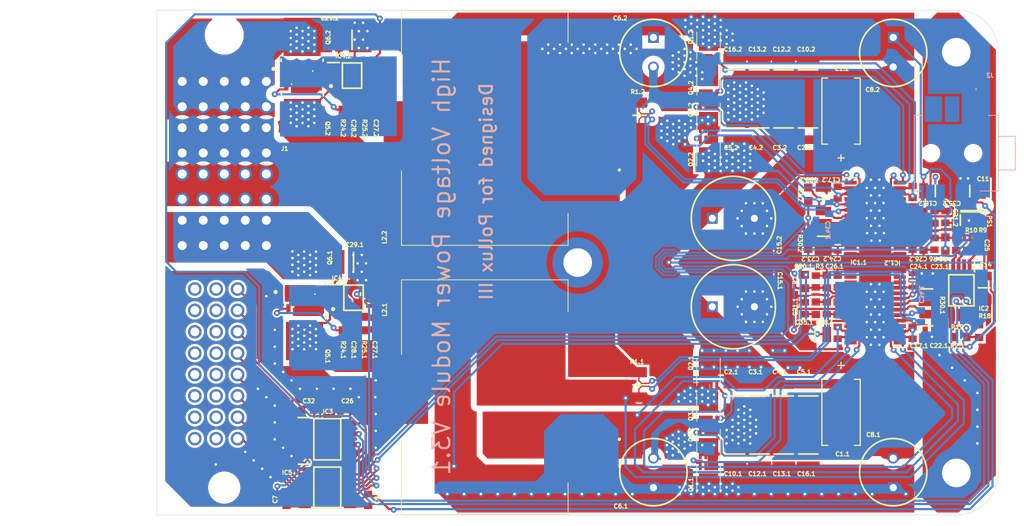
<source format=kicad_pcb>
(kicad_pcb (version 20221018) (generator pcbnew)
  (layers (0 "F.Cu" signal "Top Layer") (31 "B.Cu" signal "Bottom Layer") (34 "B.Paste" user "Bottom Paste") (35 "F.Paste" user "Top Paste") (36 "B.SilkS" user "Bottom Overlay") (37 "F.SilkS" user "Top Overlay") (38 "B.Mask" user "Bottom Solder") (39 "F.Mask" user "Top Solder") (44 "Edge.Cuts" user))
  (net 0 "")
  (net 1 "NetIC2_8")
  (net 2 "NetC17.2_1")
  (net 3 "NetC17.1_1")
  (net 4 "SYNC")
  (net 5 "V_IN")
  (net 6 "SW2.1")
  (net 7 "SW2.2")
  (net 8 "SW1.1")
  (net 9 "SW1.2")
  (net 10 "NetC26.1_2")
  (net 11 "NetC26.2_2")
  (net 12 "NetC24.1_1")
  (net 13 "NetC24.2_1")
  (net 14 "NetC23.1_1")
  (net 15 "NetC23.2_1")
  (net 16 "NetC21.1_2")
  (net 17 "NetC21.2_2")
  (net 18 "NetC18.1_2")
  (net 19 "NetC18.2_2")
  (net 20 "LSN.1")
  (net 21 "LSN.2")
  (net 22 "LDRV2.1")
  (net 23 "LDRV2.2")
  (net 24 "LDRV1.1")
  (net 25 "LDRV1.2")
  (net 26 "HDRV2.1")
  (net 27 "HDRV2.2")
  (net 28 "HDRV1.1")
  (net 29 "HDRV1.2")
  (net 30 "24VB_INJ")
  (net 31 "24VB_CTRL")
  (net 32 "24VA_INJ")
  (net 33 "24VA_CTRL")
  (net 34 "NetIC1.1_21")
  (net 35 "NetIC1.2_21")
  (net 36 "24V_FB.1")
  (net 37 "24V_FB.2")
  (net 38 "24V_COMP.1")
  (net 39 "24V_COMP.2")
  (net 40 "24V.1")
  (net 41 "24V.2")
  (net 42 "NetIC5_6")
  (net 43 "NetIC5_5")
  (net 44 "NetIC5_4")
  (net 45 "NetIC5_3")
  (net 46 "NetIC4.2_3")
  (net 47 "NetIC4.1_3")
  (net 48 "NetC27.2_2")
  (net 49 "NetC27.1_2")
  (net 50 "NetC28.2_1")
  (net 51 "NetC28.1_1")
  (net 52 "GATE2.2")
  (net 53 "GATE2.1")
  (net 54 "GATE1.2")
  (net 55 "GATE1.1")
  (net 56 "24VB_SHDN")
  (net 57 "24VB_OUT")
  (net 58 "24VA_SHDN")
  (net 59 "24VA_OUT")
  (net 60 "NetIC2_7")
  (net 61 "V_LDO")
  (net 62 "EXT_SDA")
  (net 63 "EXT_SCL")
  (net 64 "EXT_GND")
  (net 65 "EXT_3V3")
  (net 66 "GND")
  (footprint "SamacSys.PcbLib:RESC1608X50N" (layer "F.Cu") (at 190.9031 99.58059 -90)
    (fp_text reference "R4.2" hide)
    (fp_text value "CRCW0603255KFKEAC" hide)
  )
  (footprint "SamacSys.PcbLib:CAPC3225X280N" (layer "F.Cu") (at 170.07609 89.0036 -90)
    (fp_text reference "C4.2")
    (fp_text value "CGA6P1X7R1N106M250AC" hide)
  )
  (footprint "HVPowerModule_Old.PcbLib:CAPC1608X95N" (layer "F.Cu") (at 179.4031 96.68059 -90)
    (fp_text reference "C17.2")
    (fp_text value "C0603C104K5RACTU" hide)
  )
  (footprint "SamacSys.PcbLib:RESC1608X55N" (layer "F.Cu") (at 123.15109 86.0036 90)
    (fp_text reference "R25.2")
    (fp_text value "CRCW06031K00FKECC" hide)
  )
  (footprint "SamacSys.PcbLib:RESC1608X50N" (layer "F.Cu") (at 188.3031 99.58059 -90)
    (fp_text reference "R5.2" hide)
    (fp_text value "CRCW0603316KFKTA" hide)
  )
  (footprint "SamacSys.PcbLib:CAPC1608X95N" (layer "F.Cu") (at 188.3031 102.78059 90)
    (fp_text reference "C26.2")
    (fp_text value "C0603C104K5RACTU" hide)
  )
  (footprint "HVPowerModule_Old.PcbLib:CAPPRD500W65D1000H1800" (layer "F.Cu") (at 157.50109 80.0036 -90)
    (fp_text reference "C6.2")
    (fp_text value "A750MW687M1VAAE018" hide)
  )
  (footprint "SamacSys.PcbLib:CAPPRD500W65D1000H1800" (layer "F.Cu") (at 186.00109 80.0036 -90)
    (fp_text reference "C8.2")
    (fp_text value "A750MW687M1VAAE018" hide)
  )
  (footprint "SamacSys.PcbLib:CAPC1608X95N" (layer "F.Cu") (at 196.10109 102.8036 -90)
    (fp_text reference "C25")
    (fp_text value "C0603C104K5RACTU" hide)
  )
  (footprint "SamacSys.PcbLib:RESC1608X50N" (layer "F.Cu") (at 194.00109 113.8536)
    (fp_text reference "R19")
    (fp_text value "CRCW06035K60JNEAC" hide)
  )
  (footprint "SamacSys.PcbLib:CAPC3225X280N" (layer "F.Cu") (at 172.97609 89.0036 -90)
    (fp_text reference "C3.2")
    (fp_text value "CGA6P1X7R1N106M250AC" hide)
  )
  (footprint "HVPowerModule_Old.PcbLib:CAPC1608X95N" (layer "F.Cu") (at 123.60109 133.2036 -90)
    (fp_text reference "C9")
    (fp_text value "C0603C104K5RACTU" hide)
  )
  (footprint "SamacSys.PcbLib:CAPPRD500W65D1000H1800" (layer "F.Cu") (at 164.50109 99.7536)
    (fp_text reference "C15.2")
    (fp_text value "A750MW687M1VAAE018" hide)
  )
  (footprint "HVPowerModule_Old.PcbLib:RESC1608X50N" (layer "F.Cu") (at 178.10109 107.2536 90)
    (fp_text reference "R3")
    (fp_text value "CRCW06034K32FKEA" hide)
  )
  (footprint "SamacSys.PcbLib:CAPC1608X95N" (layer "F.Cu") (at 124.35109 112.2536 90)
    (fp_text reference "C27.1")
    (fp_text value "C0603C104K5RACTU" hide)
  )
  (footprint "SamacSys.PcbLib:CAPC3225X280N" (layer "F.Cu") (at 175.87609 82.1036 90)
    (fp_text reference "C10.2")
    (fp_text value "CGA6P1X7R1N106M250AC" hide)
  )
  (footprint "SamacSys.PcbLib:CAPC1608X95N" (layer "F.Cu") (at 179.40109 113.3536 -90)
    (fp_text reference "C18.1")
    (fp_text value "C0603C104K5RACTU" hide)
  )
  (footprint "HVPowerModule_Old.PcbLib:RESC1608X55N" (layer "F.Cu") (at 192.20109 102.8036 -90)
    (fp_text reference "R8")
    (fp_text value "CRCW0603100KJNEAC" hide)
  )
  (footprint "SamacSys.PcbLib:SOP64P600X175-16N" (layer "F.Cu") (at 118.75109 131.7536)
    (fp_text reference "IC5")
    (fp_text value "SI8640EB-B-IU" hide)
  )
  (footprint "SamacSys.PcbLib:BSZ060NE2LS" (layer "F.Cu") (at 164.05109 88.3336 90)
    (fp_text reference "Q3.2")
    (fp_text value "BSZ034N04LS" hide)
  )
  (footprint "SamacSys.PcbLib:CAPC1608X95N" (layer "F.Cu") (at 179.40109 107.2536 -90)
    (fp_text reference "C26.1")
    (fp_text value "C0603C104K5RACTU" hide)
  )
  (footprint "SamacSys.PcbLib:CAPC1608X95N" (layer "F.Cu") (at 116.40109 122.5036 180)
    (fp_text reference "C32")
    (fp_text value "C0603C104K5RACTU" hide)
  )
  (footprint "SamacSys.PcbLib:CAPC3225X230N" (layer "F.Cu") (at 121.68609 78.5336 180)
    (fp_text reference "C29.2")
    (fp_text value "C3225X7R2A106K250AC" hide)
  )
  (footprint "SamacSys.PcbLib:RESC3216X68N" (layer "F.Cu") (at 155.77609 119.5286 90)
    (fp_text reference "R1.1")
    (fp_text value "PCS1206FR0030ET" hide)
  )
  (footprint "SamacSys.PcbLib:RESC1608X55N" (layer "F.Cu") (at 120.58609 86.0336 -90)
    (fp_text reference "R24.2")
    (fp_text value "CRCW060310R0JNEAC" hide)
  )
  (footprint "SamacSys.PcbLib:CAPC3216X130N" (layer "F.Cu") (at 190.00309 112.53059 -90)
    (fp_text reference "C22.1")
    (fp_text value "C1206C105M5RECTU" hide)
  )
  (footprint "SamacSys.PcbLib:BSZ060NE2LS" (layer "F.Cu") (at 164.05109 131.3036 90)
    (fp_text reference "Q1.1")
    (fp_text value "BSZ034N04LS" hide)
  )
  (footprint "SamacSys.PcbLib:CAPC1608X87N" (layer "F.Cu") (at 178.10309 110.43059 90)
    (fp_text reference "C19.1" hide)
    (fp_text value "C0603C689C5GACTU" hide)
  )
  (footprint "SamacSys.PcbLib:BSZ060NE2LS" (layer "F.Cu") (at 164.05109 78.6036 -90)
    (fp_text reference "Q1.2")
    (fp_text value "BSZ034N04LS" hide)
  )
  (footprint "SamacSys.PcbLib:BSZ060NE2LS" (layer "F.Cu") (at 164.05109 82.8036 -90)
    (fp_text reference "Q4.2")
    (fp_text value "BSZ034N04LS" hide)
  )
  (footprint "SamacSys.PcbLib:CAPC1608X95N" (layer "F.Cu") (at 188.30109 96.6036 90)
    (fp_text reference "C18.2")
    (fp_text value "C0603C104K5RACTU" hide)
  )
  (footprint "SamacSys.PcbLib:RESC1608X55N" (layer "F.Cu") (at 120.60109 112.2536 -90)
    (fp_text reference "R24.1")
    (fp_text value "CRCW060310R0JNEAC" hide)
  )
  (footprint "2021-05-11_14-36-17.SchLib:CAPMP7.6X4.3_3.1N_KEM" (layer "F.Cu") (at 179.80109 87.0036 90)
    (fp_text reference "C1.2")
    (fp_text value "T598D336M035ATE065" hide)
  )
  (footprint "SamacSys.PcbLib:CAPC1608X87N" (layer "F.Cu") (at 189.6031 99.58059 -90)
    (fp_text reference "C19.2" hide)
    (fp_text value "C0603C689C5GACTU" hide)
  )
  (footprint "SamacSys.PcbLib:SOP65P490X110-8N" (layer "F.Cu") (at 121.68609 82.7836)
    (fp_text reference "IC4.2")
    (fp_text value "LTC4372CMS8#TRPBF" hide)
  )
  (footprint "Vault:FP-PG-TDSON-8-MFG" (layer "F.Cu") (at 116.00109 105.7536)
    (fp_text reference "Q6.1")
    (fp_text value "BSC016N06NSATMA1" hide)
  )
  (footprint "SamacSys.PcbLib:CAPC1608X95N" (layer "F.Cu") (at 121.85109 112.2536 90)
    (fp_text reference "C28.1")
    (fp_text value "C0603C103K5RACTU" hide)
  )
  (footprint "SamacSys.PcbLib:CAPC1608X95N" (layer "F.Cu") (at 192.2031 99.58059 90)
    (fp_text reference "C21.2")
    (fp_text value "C0603C102J5RACTU" hide)
  )
  (footprint "2021-05-11_14-36-17.SchLib:CAPMP7.6X4.3_3.1N_KEM" (layer "F.Cu") (at 179.80109 122.8036 -90)
    (fp_text reference "C1.1")
    (fp_text value "T598D336M035ATE065" hide)
  )
  (footprint "SamacSys.PcbLib:CAPC3216X130N" (layer "F.Cu") (at 191.00309 96.48059)
    (fp_text reference "C35.2")
    (fp_text value "C1206C105M5RECTU" hide)
  )
  (footprint "HVPowerModule_Old.PcbLib:RESC1608X55N" (layer "F.Cu") (at 175.50109 107.2536 90)
    (fp_text reference "R7")
    (fp_text value "CRCW0603100KJNEAC" hide)
  )
  (footprint "HVPowerModule_Old.PcbLib:CAPC1608X95N" (layer "F.Cu") (at 188.30109 113.3536 90)
    (fp_text reference "C17.1")
    (fp_text value "C0603C104K5RACTU" hide)
  )
  (footprint "SamacSys.PcbLib:RESC1608X50N" (layer "F.Cu") (at 179.40309 110.43059 90)
    (fp_text reference "R5.1" hide)
    (fp_text value "CRCW0603316KFKTA" hide)
  )
  (footprint "SamacSys.PcbLib:RESC1608X55N" (layer "F.Cu") (at 123.10109 112.2536 90)
    (fp_text reference "R25.1")
    (fp_text value "CRCW06031K00FKECC" hide)
  )
  (footprint "SamacSys.PcbLib:BSZ060NE2LS" (layer "F.Cu") (at 164.05109 127.1036 90)
    (fp_text reference "Q4.1")
    (fp_text value "BSZ034N04LS" hide)
  )
  (footprint "SamacSys.PcbLib:SOP65P640X120-29N" (layer "F.Cu") (at 183.8531 99.73059)
    (fp_text reference "IC1.2")
    (fp_text value "LT8392JFE#PBF" hide)
  )
  (footprint "SamacSys.PcbLib:CAPPRD500W65D1000H1800" (layer "F.Cu") (at 186.00109 130.0036 90)
    (fp_text reference "C8.1")
    (fp_text value "A750MW687M1VAAE018" hide)
  )
  (footprint "SamacSys.PcbLib:CAPC3216X130N" (layer "F.Cu") (at 176.70109 113.5536 180)
    (fp_text reference "C35.1")
    (fp_text value "C1206C105M5RECTU" hide)
  )
  (footprint "SamacSys.PcbLib:CAPC1608X95N" (layer "F.Cu") (at 121.00109 122.6036)
    (fp_text reference "C26")
    (fp_text value "C0603C104K5RACTU" hide)
  )
  (footprint "SamacSys.PcbLib:CAPC3225X280N" (layer "F.Cu") (at 173.00109 120.8536 90)
    (fp_text reference "C4.1")
    (fp_text value "CGA6P1X7R1N106M250AC" hide)
  )
  (footprint "SamacSys.PcbLib:CAPC1608X90N" (layer "F.Cu") (at 188.30309 107.13059 90)
    (fp_text reference "C24.1")
    (fp_text value "C0603C474K4PACTU" hide)
  )
  (footprint "SamacSys.PcbLib:CAPC3225X280N" (layer "F.Cu") (at 167.17609 82.1036 90)
    (fp_text reference "C16.2")
    (fp_text value "CGA6P1X7R1N106M250AC" hide)
  )
  (footprint "SamacSys.PcbLib:CAPC1608X87N" (layer "F.Cu") (at 190.9031 102.78059 90)
    (fp_text reference "C20.2" hide)
    (fp_text value "C0603C221K5RACTU" hide)
  )
  (footprint "HVPowerModule.PcbLib:CAPC3216X110N" (layer "F.Cu") (at 196.80109 108.0036 90)
    (fp_text reference "C14")
    (fp_text value "C1206C105K5RAC" hide)
  )
  (footprint "SamacSys.PcbLib:CAPC3316X195N" (layer "F.Cu") (at 190.00309 108.13059 90)
    (fp_text reference "C23.1")
    (fp_text value "C1206X475M5RACAUTO" hide)
  )
  (footprint "SamacSys.PcbLib:CAPC3216X130N" (layer "F.Cu") (at 177.7031 97.48059 90)
    (fp_text reference "C22.2")
    (fp_text value "C1206C105M5RECTU" hide)
  )
  (footprint "SamacSys.PcbLib:CAPC3225X280N" (layer "F.Cu") (at 173.00109 127.7536 -90)
    (fp_text reference "C13.1")
    (fp_text value "CGA6P1X7R1N106M250AC" hide)
  )
  (footprint "HVPowerModule_Old.PcbLib:RESC1608X50N" (layer "F.Cu") (at 193.50109 102.8036 -90)
    (fp_text reference "R10")
    (fp_text value "CRCW060322K1FKEB" hide)
  )
  (footprint "SamacSys.PcbLib:CAPC1608X95N" (layer "F.Cu") (at 121.83609 86.0336 90)
    (fp_text reference "C28.2")
    (fp_text value "C0603C103K5RACTU" hide)
  )
  (footprint "SamacSys.PcbLib:CAPC3225X280N" (layer "F.Cu") (at 175.90109 120.8536 90)
    (fp_text reference "C5.1")
    (fp_text value "CGA6P1X7R1N106M250AC" hide)
  )
  (footprint "SamacSys.PcbLib:CAPC1608X87N" (layer "F.Cu") (at 176.80109 107.2536 -90)
    (fp_text reference "C20.1")
    (fp_text value "C0603C221K5RACTU" hide)
  )
  (footprint "SamacSys.PcbLib:RESC1608X50N" (layer "F.Cu") (at 194.80109 102.8036 -90)
    (fp_text reference "R9")
    (fp_text value "CRCW060322K1FKEB" hide)
  )
  (footprint "Vault:FP-PG-TDSON-8-MFG" (layer "F.Cu") (at 115.78609 86.7786 180)
    (fp_text reference "Q5.2")
    (fp_text value "BSC016N06NSATMA1" hide)
  )
  (footprint "LVPowerModule.PcbLib:PQ2614BLA1R0K" (layer "F.Cu") (at 139.50109 121.0036 90)
    (fp_text reference "L2.1")
    (fp_text value "PQ2614BHA-100K" hide)
  )
  (footprint "SamacSys.PcbLib:CAPC3225X280N" (layer "F.Cu") (at 167.20109 127.7536 -90)
    (fp_text reference "C10.1")
    (fp_text value "CGA6P1X7R1N106M250AC" hide)
  )
  (footprint "SamacSys.PcbLib:CAPPRD500W65D1000H1800" (layer "F.Cu") (at 164.50109 110.2536)
    (fp_text reference "C15.1")
    (fp_text value "A750MW687M1VAAE018" hide)
  )
  (footprint "SamacSys.PcbLib:RESC1608X55N" (layer "F.Cu") (at 175.90309 96.88059 90)
    (fp_text reference "R2.2")
    (fp_text value "CRCW0603100KJNEAC" hide)
  )
  (footprint "SamacSys.PcbLib:BSZ060NE2LS" (layer "F.Cu") (at 164.05109 92.5336 90)
    (fp_text reference "Q2.2")
    (fp_text value "BSZ034N04LS" hide)
  )
  (footprint "SamacSys.PcbLib:RESC1608X50N" (layer "F.Cu") (at 196.20109 113.1536 -90)
    (fp_text reference "R18")
    (fp_text value "CRCW06035K60JNEAC" hide)
  )
  (footprint "SamacSys.PcbLib:CAPC3225X280N" (layer "F.Cu") (at 167.20109 120.8536 90)
    (fp_text reference "C2.1")
    (fp_text value "CGA6P1X7R1N106M250AC" hide)
  )
  (footprint "SamacSys.PcbLib:CAPC3225X280N" (layer "F.Cu") (at 175.87609 89.0036 -90)
    (fp_text reference "C2.2")
    (fp_text value "CGA6P1X7R1N106M250AC" hide)
  )
  (footprint "LVPowerModule.PcbLib:PQ2614BLA1R0K" (layer "F.Cu") (at 139.50109 89.0036 90)
    (fp_text reference "L2.2")
    (fp_text value "PQ2614BHA-100K" hide)
  )
  (footprint "SamacSys.PcbLib:CAPC3225X280N" (layer "F.Cu") (at 170.07609 82.1036 90)
    (fp_text reference "C13.2")
    (fp_text value "CGA6P1X7R1N106M250AC" hide)
  )
  (footprint "SamacSys.PcbLib:RESC1608X50N" (layer "F.Cu") (at 191.80309 107.33059 -90)
    (fp_text reference "R30.1")
    (fp_text value "CRCW06038K87FKTA" hide)
  )
  (footprint "SamacSys.PcbLib:RESC1608X55N" (layer "F.Cu") (at 191.80109 113.1536 -90)
    (fp_text reference "R2.1")
    (fp_text value "CRCW0603100KJNEAC" hide)
  )
  (footprint "HVPowerModule_Old.PcbLib:RESC1608X50N" (layer "F.Cu") (at 189.60109 102.8036 -90)
    (fp_text reference "R6")
    (fp_text value "CRCW06034K32FKEA" hide)
  )
  (footprint "SamacSys.PcbLib:SOT95P237X112-3N" (layer "F.Cu") (at 195.50109 98.9036 90)
    (fp_text reference "PS1")
    (fp_text value "MCP1799T-3302H_TT" hide)
  )
  (footprint "SamacSys.PcbLib:CAPC3225X280N" (layer "F.Cu") (at 170.10109 127.7536 -90)
    (fp_text reference "C12.1")
    (fp_text value "CGA6P1X7R1N106M250AC" hide)
  )
  (footprint "SamacSys.PcbLib:RESC1608X50N" (layer "F.Cu") (at 175.90309 102.68059 90)
    (fp_text reference "R30.2")
    (fp_text value "CRCW06038K87FKTA" hide)
  )
  (footprint "SamacSys.PcbLib:RESC1608X50N" (layer "F.Cu") (at 176.80309 110.43059 90)
    (fp_text reference "R4.1" hide)
    (fp_text value "CRCW0603255KFKEAC" hide)
  )
  (footprint "SamacSys.PcbLib:CAPC3225X280N" (layer "F.Cu") (at 175.90109 127.7536 -90)
    (fp_text reference "C16.1")
    (fp_text value "CGA6P1X7R1N106M250AC" hide)
  )
  (footprint "HVPowerModule_Old.PcbLib:CAPPRD500W65D1000H1800" (layer "F.Cu") (at 157.50109 130.0036 90)
    (fp_text reference "C6.1")
    (fp_text value "A750MW687M1VAAE018" hide)
  )
  (footprint "SamacSys.PcbLib:CAPC3316X195N" (layer "F.Cu") (at 177.7031 101.88059 -90)
    (fp_text reference "C23.2")
    (fp_text value "C1206X475M5RACAUTO" hide)
  )
  (footprint "SamacSys.PcbLib:BSZ060NE2LS" (layer "F.Cu") (at 164.05109 121.5736 -90)
    (fp_text reference "Q3.1")
    (fp_text value "BSZ034N04LS" hide)
  )
  (footprint "SamacSys.PcbLib:SOP65P490X110-8N" (layer "F.Cu") (at 121.86609 109.1786)
    (fp_text reference "IC4.1")
    (fp_text value "LTC4372CMS8#TRPBF" hide)
  )
  (footprint "SamacSys.PcbLib:SOP65P640X120-8N" (layer "F.Cu") (at 194.10109 108.3036 -90)
    (fp_text reference "IC2")
    (fp_text value "MCP47FEB02A0-E_ST" hide)
  )
  (footprint "SamacSys.PcbLib:SOP65P640X120-29N" (layer "F.Cu") (at 183.85309 110.28059 180)
    (fp_text reference "IC1.1")
    (fp_text value "LT8392JFE#PBF" hide)
  )
  (footprint "SamacSys.PcbLib:CAPC3225X280N" (layer "F.Cu") (at 172.97609 82.1036 90)
    (fp_text reference "C12.2")
    (fp_text value "CGA6P1X7R1N106M250AC" hide)
  )
  (footprint "SamacSys.PcbLib:CAPC3225X280N" (layer "F.Cu") (at 167.17609 89.0036 -90)
    (fp_text reference "C5.2")
    (fp_text value "CGA6P1X7R1N106M250AC" hide)
  )
  (footprint "SamacSys.PcbLib:CAPC3225X230N" (layer "F.Cu") (at 121.86609 104.9286 180)
    (fp_text reference "C29.1")
    (fp_text value "C3225X7R2A106K250AC" hide)
  )
  (footprint "HVPowerModule.PcbLib:CAPC3216X110N" (layer "F.Cu") (at 195.10109 96.5036)
    (fp_text reference "C11")
    (fp_text value "C1206C105K5RAC" hide)
  )
  (footprint "SamacSys.PcbLib:CAPC3225X280N" (layer "F.Cu") (at 170.10109 120.8536 90)
    (fp_text reference "C3.1")
    (fp_text value "CGA6P1X7R1N106M250AC" hide)
  )
  (footprint "Vault:FP-PG-TDSON-8-MFG" (layer "F.Cu") (at 115.75109 79.23601)
    (fp_text reference "Q6.2")
    (fp_text value "BSC016N06NSATMA1" hide)
  )
  (footprint "SamacSys.PcbLib:SOIC127P600X175-8N" (layer "F.Cu") (at 118.75109 126.0036)
    (fp_text reference "IC3")
    (fp_text value "ADUM1251ARZ" hide)
  )
  (footprint "SamacSys.PcbLib:464373001" (layer "F.Cu") (at 106.50109 77.9786 -90)
    (fp_text reference "J1")
    (fp_text value "46437-3001" hide)
  )
  (footprint "SamacSys.PcbLib:CAPC1608X95N" (layer "F.Cu") (at 124.40109 86.0036 90)
    (fp_text reference "C27.2")
    (fp_text value "C0603C104K5RACTU" hide)
  )
  (footprint "HVPowerModule_Old.PcbLib:CAPC1608X95N" (layer "F.Cu") (at 113.90109 133.2036 -90)
    (fp_text reference "C7")
    (fp_text value "C0603C104K5RACTU" hide)
  )
  (footprint "Vault:FP-PG-TDSON-8-MFG" (layer "F.Cu") (at 116.03609 113.2786 180)
    (fp_text reference "Q5.1")
    (fp_text value "BSC016N06NSATMA1" hide)
  )
  (footprint "SamacSys.PcbLib:CAPC1608X95N" (layer "F.Cu") (at 175.50309 110.43059 -90)
    (fp_text reference "C21.1")
    (fp_text value "C0603C102J5RACTU" hide)
  )
  (footprint "SamacSys.PcbLib:CAPC1608X90N" (layer "F.Cu") (at 179.4031 102.88059 -90)
    (fp_text reference "C24.2")
    (fp_text value "C0603C474K4PACTU" hide)
  )
  (footprint "SamacSys.PcbLib:RESC3216X68N" (layer "F.Cu") (at 155.80109 87.5036 90)
    (fp_text reference "R1.2")
    (fp_text value "PCS1206FR0030ET" hide)
  )
  (footprint "SamacSys.PcbLib:BSZ060NE2LS" (layer "F.Cu") (at 164.05109 117.3736 -90)
    (fp_text reference "Q2.1")
    (fp_text value "BSZ034N04LS" hide)
  )
  (footprint "SamacSys.PcbLib:CAPC1608X95N" (layer "B.Cu") (at 178.40109 98.5036 90)
    (fp_text reference "C34.2")
    (fp_text value "C0603C102J5RACTU" hide)
  )
  (footprint "SamacSys.PcbLib:980TR" (layer "B.Cu") (at 194.50609 92.0036 180)
    (fp_text reference "J2")
    (fp_text value "980TR" hide)
  )
  (footprint "SamacSys.PcbLib:CAPC1608X95N" (layer "B.Cu") (at 189.30109 111.4036 -90)
    (fp_text reference "C34.1")
    (fp_text value "C0603C102J5RACTU" hide)
  )
  (gr_arc (start 193.48776 75.0036) (mid 197.032734 76.471968) (end 198.50111 80.016947) (stroke (width 0.05)) (layer "Edge.Cuts"))
  (gr_arc (start 198.50108 130.0036) (mid 197.036614 133.539129) (end 193.501083 135.0036) (stroke (width 0.05)) (layer "Edge.Cuts"))
  (gr_line (start 198.50111 80.016947) (end 198.50111 80.01695) (stroke (width 0.05)) (layer "Edge.Cuts"))
  (gr_line (start 98.50109 75.0036) (end 193.48776 75.0036) (stroke (width 0.05)) (layer "Edge.Cuts"))
  (gr_line (start 98.50109 135.0036) (end 98.50109 75.0036) (stroke (width 0.05)) (layer "Edge.Cuts"))
  (gr_line (start 198.50111 80.01695) (end 198.50108 130.0036) (stroke (width 0.05)) (layer "Edge.Cuts"))
  (gr_line (start 193.50108 135.0036) (end 98.50109 135.0036) (stroke (width 0.05)) (layer "Edge.Cuts"))
  (gr_text "Designed for Pollux III\n" (at 138.50109 83.50219 90) (layer "B.SilkS") (effects (font (size 1.5 1.5) (thickness 0.254)) (justify left bottom mirror)))
  (gr_text "High Voltage Power Module V3.1" (at 133.50109 80.50289 90) (layer "B.SilkS") (effects (font (size 2 2) (thickness 0.254)) (justify left bottom mirror)))
  (segment (start 195.07609 111.7541) (end 195.07609 111.2416) (width 0.254) (layer "F.Cu") (net 1))
  (segment (start 195.47566 112.15368) (end 195.95117 112.15368) (width 0.254) (layer "F.Cu") (net 1))
  (segment (start 195.07609 111.7541) (end 195.47566 112.15368) (width 0.254) (layer "F.Cu") (net 1))
  (segment (start 194.70109 109.72429) (end 195.07609 110.09929) (width 0.254) (layer "F.Cu") (net 1))
  (segment (start 195.95117 112.15368) (end 196.20109 112.4036) (width 0.254) (layer "F.Cu") (net 1))
  (segment (start 194.70109 109.72429) (end 194.70109 109.6036) (width 0.254) (layer "F.Cu") (net 1))
  (segment (start 195.07609 111.2416) (end 195.07609 110.09929) (width 0.254) (layer "F.Cu") (net 1))
  (via (at 122.50109 125.3686) (size 0.7) (drill 0.3) (layers "F.Cu" "B.Cu") (net 1))
  (via (at 194.70109 109.6036) (size 0.7) (drill 0.3) (layers "F.Cu" "B.Cu") (net 1))
  (segment (start 123.00109 131.9036) (end 124.34709 133.2496) (width 0.254) (layer "B.Cu") (net 1))
  (segment (start 122.58643 125.78893) (end 122.58643 125.45393) (width 0.254) (layer "B.Cu") (net 1))
  (segment (start 193.18509 109.0036) (end 194.10109 109.0036) (width 0.254) (layer "B.Cu") (net 1))
  (segment (start 123.00109 131.9036) (end 123.00109 126.2036) (width 0.254) (layer "B.Cu") (net 1))
  (segment (start 194.10109 109.0036) (end 194.70109 109.6036) (width 0.254) (layer "B.Cu") (net 1))
  (segment (start 196.80109 131.4036) (end 196.80109 119.4036) (width 0.254) (layer "B.Cu") (net 1))
  (segment (start 124.40109 133.3036) (end 194.90109 133.3036) (width 0.254) (layer "B.Cu") (net 1))
  (segment (start 192.89994 115.50244) (end 196.80109 119.4036) (width 0.254) (layer "B.Cu") (net 1))
  (segment (start 192.89994 109.28875) (end 193.18509 109.0036) (width 0.254) (layer "B.Cu") (net 1))
  (segment (start 194.90109 133.3036) (end 196.80109 131.4036) (width 0.254) (layer "B.Cu") (net 1))
  (segment (start 192.89994 115.50244) (end 192.89994 109.28875) (width 0.254) (layer "B.Cu") (net 1))
  (segment (start 122.58643 125.78893) (end 123.00109 126.2036) (width 0.254) (layer "B.Cu") (net 1))
  (segment (start 122.50109 125.3686) (end 122.58643 125.45393) (width 0.254) (layer "B.Cu") (net 1))
  (segment (start 179.5781 96.15559) (end 180.9281 96.15559) (width 0.254) (layer "F.Cu") (net 2))
  (segment (start 179.4031 95.98059) (end 179.5781 96.15559) (width 0.254) (layer "F.Cu") (net 2))
  (segment (start 186.77809 113.85559) (end 188.12809 113.85559) (width 0.254) (layer "F.Cu") (net 3))
  (segment (start 188.12809 113.85559) (end 188.30309 114.03059) (width 0.254) (layer "F.Cu") (net 3))
  (segment (start 192.25722 97.7036) (end 193.10109 98.54747) (width 0.254) (layer "F.Cu") (net 4))
  (segment (start 187.72323 99.49958) (end 192.92352 99.49958) (width 0.254) (layer "F.Cu") (net 4))
  (segment (start 187.69445 99.4708) (end 187.72323 99.49958) (width 0.254) (layer "F.Cu") (net 4))
  (segment (start 192.92352 99.49958) (end 193.10109 99.32201) (width 0.254) (layer "F.Cu") (net 4))
  (segment (start 174.20109 113.0036) (end 174.20109 112.88291) (width 0.254) (layer "F.Cu") (net 4))
  (segment (start 174.79443 110.51159) (end 179.98293 110.51159) (width 0.254) (layer "F.Cu") (net 4))
  (segment (start 193.10109 99.32201) (end 193.10109 98.54747) (width 0.254) (layer "F.Cu") (net 4))
  (segment (start 174.20109 112.88291) (end 174.64564 112.43836) (width 0.254) (layer "F.Cu") (net 4))
  (segment (start 191.00109 94.82443) (end 191.0191 94.80643) (width 0.254) (layer "F.Cu") (net 4))
  (segment (start 180.0121 110.54076) (end 180.86326 110.54076) (width 0.254) (layer "F.Cu") (net 4))
  (segment (start 186.7781 99.40559) (end 186.84331 99.4708) (width 0.254) (layer "F.Cu") (net 4))
  (segment (start 179.98293 110.51159) (end 180.0121 110.54076) (width 0.254) (layer "F.Cu") (net 4))
  (segment (start 186.84331 99.4708) (end 187.69445 99.4708) (width 0.254) (layer "F.Cu") (net 4))
  (segment (start 174.64564 112.43836) (end 174.64564 110.66038) (width 0.254) (layer "F.Cu") (net 4))
  (segment (start 180.86326 110.54076) (end 180.92809 110.60559) (width 0.254) (layer "F.Cu") (net 4))
  (segment (start 174.64564 110.66038) (end 174.79443 110.51159) (width 0.254) (layer "F.Cu") (net 4))
  (segment (start 191.83441 97.7036) (end 192.25722 97.7036) (width 0.254) (layer "F.Cu") (net 4))
  (segment (start 191.00109 96.87028) (end 191.83441 97.7036) (width 0.254) (layer "F.Cu") (net 4))
  (segment (start 191.00109 96.87028) (end 191.00109 94.82443) (width 0.254) (layer "F.Cu") (net 4))
  (via (at 174.20109 113.0036) (size 0.7) (drill 0.3) (layers "F.Cu" "B.Cu") (net 4))
  (via (at 191.0191 94.80643) (size 0.7) (drill 0.3) (layers "F.Cu" "B.Cu") (net 4))
  (segment (start 158.14509 104.55614) (end 158.85363 103.8476) (width 0.254) (layer "B.Cu") (net 4))
  (segment (start 159.88763 106.1136) (end 160.18764 105.8136) (width 0.254) (layer "B.Cu") (net 4))
  (segment (start 172.81777 104.18691) (end 173.5345 103.47019) (width 0.254) (layer "B.Cu") (net 4))
  (segment (start 160.18764 105.8136) (end 172.81109 105.8136) (width 0.254) (layer "B.Cu") (net 4))
  (segment (start 158.14509 105.4499) (end 158.14509 104.55614) (width 0.254) (layer "B.Cu") (net 4))
  (segment (start 172.81109 105.8136) (end 174.20109 107.2036) (width 0.254) (layer "B.Cu") (net 4))
  (segment (start 159.8642 103.8476) (end 160.20352 104.18691) (width 0.254) (layer "B.Cu") (net 4))
  (segment (start 191.0191 97.24059) (end 191.0191 94.80643) (width 0.254) (layer "B.Cu") (net 4))
  (segment (start 158.14509 105.4499) (end 158.80879 106.1136) (width 0.254) (layer "B.Cu") (net 4))
  (segment (start 160.20352 104.18691) (end 172.81777 104.18691) (width 0.254) (layer "B.Cu") (net 4))
  (segment (start 189.5575 103.47019) (end 191.01109 102.0166) (width 0.254) (layer "B.Cu") (net 4))
  (segment (start 174.20109 113.0036) (end 174.20109 107.2036) (width 0.254) (layer "B.Cu") (net 4))
  (segment (start 191.01109 102.0166) (end 191.01109 97.2486) (width 0.254) (layer "B.Cu") (net 4))
  (segment (start 158.80879 106.1136) (end 159.88763 106.1136) (width 0.254) (layer "B.Cu") (net 4))
  (segment (start 173.5345 103.47019) (end 189.5575 103.47019) (width 0.254) (layer "B.Cu") (net 4))
  (segment (start 191.01109 97.2486) (end 191.0191 97.24059) (width 0.254) (layer "B.Cu") (net 4))
  (segment (start 158.85363 103.8476) (end 159.8642 103.8476) (width 0.254) (layer "B.Cu") (net 4))
  (segment (start 196.52109 97.8536) (end 196.93109 98.2636) (width 0.254) (layer "F.Cu") (net 5))
  (segment (start 178.71609 99.49359) (end 178.81854 99.49359) (width 0.254) (layer "F.Cu") (net 5))
  (segment (start 177.58409 98.88059) (end 178.1031 98.88059) (width 0.254) (layer "F.Cu") (net 5))
  (segment (start 179.13329 119.4636) (end 179.80109 120.1314) (width 1) (layer "F.Cu") (net 5))
  (segment (start 191.24009 113.29668) (end 191.24009 113.28514) (width 0.254) (layer "F.Cu") (net 5))
  (segment (start 189.62009 110.74759) (end 190.00309 111.13059) (width 0.254) (layer "F.Cu") (net 5))
  (segment (start 173.00109 119.4536) (end 175.90109 119.4536) (width 1) (layer "F.Cu") (net 5))
  (segment (start 180.05591 99.50359) (end 180.8301 99.50359) (width 0.254) (layer "F.Cu") (net 5))
  (segment (start 190.94909 112.99414) (end 191.24009 113.28514) (width 0.254) (layer "F.Cu") (net 5))
  (segment (start 178.81854 99.49359) (end 179.02855 99.7036) (width 0.254) (layer "F.Cu") (net 5))
  (segment (start 175.91109 119.4636) (end 179.13329 119.4636) (width 1) (layer "F.Cu") (net 5))
  (segment (start 191.80109 113.9536) (end 191.82609 113.9536) (width 0.254) (layer "F.Cu") (net 5))
  (segment (start 196.06809 97.2866) (end 196.11809 97.2866) (width 0.254) (layer "F.Cu") (net 5))
  (segment (start 188.88765 110.51759) (end 188.9662 110.51759) (width 0.254) (layer "F.Cu") (net 5))
  (segment (start 187.63854 110.50759) (end 187.93625 110.20988) (width 0.254) (layer "F.Cu") (net 5))
  (segment (start 195.50109 97.8536) (end 196.52109 97.8536) (width 0.254) (layer "F.Cu") (net 5))
  (segment (start 195.50109 97.8536) (end 195.50109 97.5536) (width 0.254) (layer "F.Cu") (net 5))
  (segment (start 191.42809 113.6056) (end 191.42809 113.48467) (width 0.254) (layer "F.Cu") (net 5))
  (segment (start 190.78609 111.66183) (end 190.78609 111.51359) (width 0.254) (layer "F.Cu") (net 5))
  (segment (start 176.4661 96.7686) (end 176.4661 96.61859) (width 0.254) (layer "F.Cu") (net 5))
  (segment (start 189.19619 110.74759) (end 189.62009 110.74759) (width 0.254) (layer "F.Cu") (net 5))
  (segment (start 179.08328 90.3936) (end 179.80109 89.67579) (width 1) (layer "F.Cu") (net 5))
  (segment (start 175.90109 119.4536) (end 175.91109 119.4636) (width 1) (layer "F.Cu") (net 5))
  (segment (start 175.9281 96.08059) (end 176.4661 96.61859) (width 0.254) (layer "F.Cu") (net 5))
  (segment (start 186.90109 110.50759) (end 187.63854 110.50759) (width 0.254) (layer "F.Cu") (net 5))
  (segment (start 191.82609 113.9536) (end 192.87609 115.0036) (width 0.254) (layer "F.Cu") (net 5))
  (segment (start 175.87609 90.4036) (end 175.88609 90.3936) (width 1) (layer "F.Cu") (net 5))
  (segment (start 195.69909 97.3556) (end 195.99909 97.3556) (width 0.254) (layer "F.Cu") (net 5))
  (segment (start 192.87609 115.0036) (end 195.10109 115.0036) (width 0.254) (layer "F.Cu") (net 5))
  (segment (start 195.99909 97.3556) (end 196.06809 97.2866) (width 0.254) (layer "F.Cu") (net 5))
  (segment (start 190.78609 111.66183) (end 190.94909 111.82483) (width 0.254) (layer "F.Cu") (net 5))
  (segment (start 196.50109 96.9036) (end 196.50109 96.5036) (width 0.254) (layer "F.Cu") (net 5))
  (segment (start 188.9662 110.51759) (end 189.19619 110.74759) (width 0.254) (layer "F.Cu") (net 5))
  (segment (start 196.11809 97.2866) (end 196.50109 96.9036) (width 0.254) (layer "F.Cu") (net 5))
  (segment (start 188.57993 110.20988) (end 188.88765 110.51759) (width 0.254) (layer "F.Cu") (net 5))
  (segment (start 191.24009 113.29668) (end 191.42809 113.48467) (width 0.254) (layer "F.Cu") (net 5))
  (segment (start 172.97609 90.4036) (end 175.87609 90.4036) (width 1) (layer "F.Cu") (net 5))
  (segment (start 195.50109 97.5536) (end 195.69909 97.3556) (width 0.254) (layer "F.Cu") (net 5))
  (segment (start 177.20109 98.49759) (end 177.20109 97.5036) (width 0.254) (layer "F.Cu") (net 5))
  (segment (start 179.8559 99.7036) (end 180.05591 99.50359) (width 0.254) (layer "F.Cu") (net 5))
  (segment (start 175.88609 90.3936) (end 179.08328 90.3936) (width 1) (layer "F.Cu") (net 5))
  (segment (start 178.1031 98.88059) (end 178.71609 99.49359) (width 0.254) (layer "F.Cu") (net 5))
  (segment (start 186.80309 110.60559) (end 186.90109 110.50759) (width 0.254) (layer "F.Cu") (net 5))
  (segment (start 191.42809 113.6056) (end 191.77609 113.9536) (width 0.254) (layer "F.Cu") (net 5))
  (segment (start 190.00309 111.13059) (end 190.40309 111.13059) (width 0.254) (layer "F.Cu") (net 5))
  (segment (start 180.8301 99.50359) (end 180.9281 99.40559) (width 0.254) (layer "F.Cu") (net 5))
  (segment (start 190.94909 112.99414) (end 190.94909 111.82483) (width 0.254) (layer "F.Cu") (net 5))
  (segment (start 191.77609 113.9536) (end 191.80109 113.9536) (width 0.254) (layer "F.Cu") (net 5))
  (segment (start 176.4661 96.7686) (end 177.20109 97.5036) (width 0.254) (layer "F.Cu") (net 5))
  (segment (start 179.02855 99.7036) (end 179.8559 99.7036) (width 0.254) (layer "F.Cu") (net 5))
  (segment (start 190.40309 111.13059) (end 190.78609 111.51359) (width 0.254) (layer "F.Cu") (net 5))
  (segment (start 187.93625 110.20988) (end 188.57993 110.20988) (width 0.254) (layer "F.Cu") (net 5))
  (segment (start 177.20109 98.49759) (end 177.58409 98.88059) (width 0.254) (layer "F.Cu") (net 5))
  (via (at 168.30109 94.1036) (size 0.7) (drill 0.3) (layers "F.Cu" "B.Cu") (net 5))
  (via (at 168.3011 90.90358) (size 0.7) (drill 0.3) (layers "F.Cu" "B.Cu") (net 5))
  (via (at 159.33162 104.9806) (size 0.7) (drill 0.3) (layers "F.Cu" "B.Cu") (net 5))
  (via (at 166.90109 91.7036) (size 0.7) (drill 0.3) (layers "F.Cu" "B.Cu") (net 5))
  (via (at 166.90109 92.5036) (size 0.7) (drill 0.3) (layers "F.Cu" "B.Cu") (net 5))
  (via (at 165.50109 93.3036) (size 0.7) (drill 0.3) (layers "F.Cu" "B.Cu") (net 5))
  (via (at 166.20109 91.30359) (size 0.7) (drill 0.3) (layers "F.Cu" "B.Cu") (net 5))
  (via (at 170.30108 117.4366) (size 0.7) (drill 0.3) (layers "F.Cu" "B.Cu") (net 5))
  (via (at 164.10109 91.7036) (size 0.7) (drill 0.3) (layers "F.Cu" "B.Cu") (net 5))
  (via (at 166.20109 92.9036) (size 0.7) (drill 0.3) (layers "F.Cu" "B.Cu") (net 5))
  (via (at 167.60109 91.30359) (size 0.7) (drill 0.3) (layers "F.Cu" "B.Cu") (net 5))
  (via (at 168.30109 93.3036) (size 0.7) (drill 0.3) (layers "F.Cu" "B.Cu") (net 5))
  (via (at 163.40109 92.9036) (size 0.7) (drill 0.3) (layers "F.Cu" "B.Cu") (net 5))
  (via (at 168.30109 91.70359) (size 0.7) (drill 0.3) (layers "F.Cu" "B.Cu") (net 5))
  (via (at 163.3011 117.4366) (size 0.7) (drill 0.3) (layers "F.Cu" "B.Cu") (net 5))
  (via (at 166.9011 90.90358) (size 0.7) (drill 0.3) (layers "F.Cu" "B.Cu") (net 5))
  (via (at 165.50109 94.1036) (size 0.7) (drill 0.3) (layers "F.Cu" "B.Cu") (net 5))
  (via (at 163.3011 115.46256) (size 0.7) (drill 0.3) (layers "F.Cu" "B.Cu") (net 5))
  (via (at 164.10109 94.1036) (size 0.7) (drill 0.3) (layers "F.Cu" "B.Cu") (net 5))
  (via (at 164.7011 115.46256) (size 0.7) (drill 0.3) (layers "F.Cu" "B.Cu") (net 5))
  (via (at 165.50109 92.5036) (size 0.7) (drill 0.3) (layers "F.Cu" "B.Cu") (net 5))
  (via (at 169.0011 92.10359) (size 0.7) (drill 0.3) (layers "F.Cu" "B.Cu") (net 5))
  (via (at 163.40109 92.1036) (size 0.7) (drill 0.3) (layers "F.Cu" "B.Cu") (net 5))
  (via (at 166.90109 94.1036) (size 0.7) (drill 0.3) (layers "F.Cu" "B.Cu") (net 5))
  (via (at 177.20109 97.5036) (size 0.7) (drill 0.3) (layers "F.Cu" "B.Cu") (net 5))
  (via (at 166.10109 117.4366) (size 0.7) (drill 0.3) (layers "F.Cu" "B.Cu") (net 5))
  (via (at 164.10109 92.5036) (size 0.7) (drill 0.3) (layers "F.Cu" "B.Cu") (net 5))
  (via (at 167.50109 115.46256) (size 0.7) (drill 0.3) (layers "F.Cu" "B.Cu") (net 5))
  (via (at 167.60109 93.7036) (size 0.7) (drill 0.3) (layers "F.Cu" "B.Cu") (net 5))
  (via (at 166.90109 93.3036) (size 0.7) (drill 0.3) (layers "F.Cu" "B.Cu") (net 5))
  (via (at 164.80109 92.9036) (size 0.7) (drill 0.3) (layers "F.Cu" "B.Cu") (net 5))
  (via (at 169.00109 93.7036) (size 0.7) (drill 0.3) (layers "F.Cu" "B.Cu") (net 5))
  (via (at 164.10109 93.3036) (size 0.7) (drill 0.3) (layers "F.Cu" "B.Cu") (net 5))
  (via (at 167.60109 92.90359) (size 0.7) (drill 0.3) (layers "F.Cu" "B.Cu") (net 5))
  (via (at 167.60109 92.10359) (size 0.7) (drill 0.3) (layers "F.Cu" "B.Cu") (net 5))
  (via locked (at 148.50109 105.0036) (size 6) (drill 3.4) (layers "F.Cu" "B.Cu") (net 5))
  (via (at 166.10109 115.46256) (size 0.7) (drill 0.3) (layers "F.Cu" "B.Cu") (net 5))
  (via (at 167.50109 117.4366) (size 0.7) (drill 0.3) (layers "F.Cu" "B.Cu") (net 5))
  (via (at 166.20109 92.1036) (size 0.7) (drill 0.3) (layers "F.Cu" "B.Cu") (net 5))
  (via (at 169.00109 92.90359) (size 0.7) (drill 0.3) (layers "F.Cu" "B.Cu") (net 5))
  (via (at 168.30109 92.5036) (size 0.7) (drill 0.3) (layers "F.Cu" "B.Cu") (net 5))
  (via (at 164.7011 117.4366) (size 0.7) (drill 0.3) (layers "F.Cu" "B.Cu") (net 5))
  (via (at 166.20109 93.7036) (size 0.7) (drill 0.3) (layers "F.Cu" "B.Cu") (net 5))
  (via (at 164.80109 93.7036) (size 0.7) (drill 0.3) (layers "F.Cu" "B.Cu") (net 5))
  (via (at 169.0011 91.30358) (size 0.7) (drill 0.3) (layers "F.Cu" "B.Cu") (net 5))
  (via (at 196.93109 98.2636) (size 0.7) (drill 0.3) (layers "F.Cu" "B.Cu") (net 5))
  (via (at 168.90109 117.4366) (size 0.7) (drill 0.3) (layers "F.Cu" "B.Cu") (net 5))
  (via (at 195.10109 115.0036) (size 0.7) (drill 0.3) (layers "F.Cu" "B.Cu") (net 5))
  (via (at 168.90109 115.46256) (size 0.7) (drill 0.3) (layers "F.Cu" "B.Cu") (net 5))
  (via (at 164.80109 92.1036) (size 0.7) (drill 0.3) (layers "F.Cu" "B.Cu") (net 5))
  (segment (start 167.53412 115.46256) (end 168.90109 115.46256) (width 0.5) (layer "B.Cu") (net 5))
  (segment (start 163.3011 115.46256) (end 164.7011 115.46256) (width 0.5) (layer "B.Cu") (net 5))
  (segment (start 198.07409 105.0036) (end 198.07409 99.4066) (width 0.254) (layer "B.Cu") (net 5))
  (segment (start 196.93109 98.2636) (end 198.07409 99.4066) (width 0.254) (layer "B.Cu") (net 5))
  (segment (start 164.73413 115.46256) (end 166.10109 115.46256) (width 0.5) (layer "B.Cu") (net 5))
  (segment (start 167.52409 115.4726) (end 167.53412 115.46256) (width 0.5) (layer "B.Cu") (net 5))
  (segment (start 195.10109 115.0036) (end 198.07409 112.0306) (width 0.254) (layer "B.Cu") (net 5))
  (segment (start 159.35462 105.0036) (end 198.07409 105.0036) (width 0.254) (layer "B.Cu") (net 5))
  (segment (start 166.13413 115.46256) (end 167.50109 115.46256) (width 0.5) (layer "B.Cu") (net 5))
  (segment (start 175.70109 97.5036) (end 177.20109 97.5036) (width 0.254) (layer "B.Cu") (net 5))
  (segment (start 172.30109 94.1036) (end 175.70109 97.5036) (width 0.254) (layer "B.Cu") (net 5))
  (segment (start 198.07409 112.0306) (end 198.07409 105.0036) (width 0.254) (layer "B.Cu") (net 5))
  (segment (start 164.72409 115.4726) (end 164.73413 115.46256) (width 0.5) (layer "B.Cu") (net 5))
  (segment (start 159.33162 104.9806) (end 159.35462 105.0036) (width 0.254) (layer "B.Cu") (net 5))
  (segment (start 166.12409 115.4726) (end 166.13413 115.46256) (width 0.5) (layer "B.Cu") (net 5))
  (segment (start 171.90109 94.1036) (end 172.30109 94.1036) (width 0.254) (layer "B.Cu") (net 5))
  (segment (start 179.40109 112.7136) (end 179.47009 112.7136) (width 0.254) (layer "F.Cu") (net 6))
  (segment (start 179.95508 113.10759) (end 180.83009 113.10759) (width 0.254) (layer "F.Cu") (net 6))
  (segment (start 179.47009 112.7136) (end 179.51559 112.6681) (width 0.254) (layer "F.Cu") (net 6))
  (segment (start 180.83009 113.10759) (end 180.92809 113.20559) (width 0.254) (layer "F.Cu") (net 6))
  (segment (start 179.51559 112.6681) (end 179.95508 113.10759) (width 0.254) (layer "F.Cu") (net 6))
  (via (at 161.90109 126.7036) (size 0.7) (drill 0.3) (layers "F.Cu" "B.Cu") (net 6))
  (via (at 161.20109 126.3036) (size 0.7) (drill 0.3) (layers "F.Cu" "B.Cu") (net 6))
  (via (at 160.50109 127.5036) (size 0.7) (drill 0.3) (layers "F.Cu" "B.Cu") (net 6))
  (via (at 159.80109 125.5036) (size 0.7) (drill 0.3) (layers "F.Cu" "B.Cu") (net 6))
  (via (at 159.80109 127.1036) (size 0.7) (drill 0.3) (layers "F.Cu" "B.Cu") (net 6))
  (via (at 179.40109 112.7136) (size 0.7) (drill 0.3) (layers "F.Cu" "B.Cu") (net 6))
  (via (at 161.20109 125.5036) (size 0.7) (drill 0.3) (layers "F.Cu" "B.Cu") (net 6))
  (via (at 159.80109 127.9036) (size 0.7) (drill 0.3) (layers "F.Cu" "B.Cu") (net 6))
  (via (at 163.30109 126.7036) (size 0.7) (drill 0.3) (layers "F.Cu" "B.Cu") (net 6))
  (via (at 159.10109 127.5036) (size 0.7) (drill 0.3) (layers "F.Cu" "B.Cu") (net 6))
  (via (at 161.20109 127.1036) (size 0.7) (drill 0.3) (layers "F.Cu" "B.Cu") (net 6))
  (via (at 160.50109 125.1036) (size 0.7) (drill 0.3) (layers "F.Cu" "B.Cu") (net 6))
  (via (at 160.50109 126.7036) (size 0.7) (drill 0.3) (layers "F.Cu" "B.Cu") (net 6))
  (via (at 159.10109 126.7036) (size 0.7) (drill 0.3) (layers "F.Cu" "B.Cu") (net 6))
  (via (at 159.80109 126.3036) (size 0.7) (drill 0.3) (layers "F.Cu" "B.Cu") (net 6))
  (via (at 155.58854 123.11615) (size 0.7) (drill 0.3) (layers "F.Cu" "B.Cu") (net 6))
  (via (at 164.70109 126.7036) (size 0.7) (drill 0.3) (layers "F.Cu" "B.Cu") (net 6))
  (via (at 160.50109 125.9036) (size 0.7) (drill 0.3) (layers "F.Cu" "B.Cu") (net 6))
  (via (at 159.10109 125.9036) (size 0.7) (drill 0.3) (layers "F.Cu" "B.Cu") (net 6))
  (segment (start 179.40109 115.7036) (end 179.40109 112.7136) (width 0.254) (layer "B.Cu") (net 6))
  (segment (start 172.20109 118.6036) (end 176.50109 118.6036) (width 0.254) (layer "B.Cu") (net 6))
  (segment (start 155.6088 123.09589) (end 160.10109 118.6036) (width 0.254) (layer "B.Cu") (net 6))
  (segment (start 176.50109 118.6036) (end 179.40109 115.7036) (width 0.254) (layer "B.Cu") (net 6))
  (segment (start 160.10109 118.6036) (end 165.80109 118.6036) (width 0.254) (layer "B.Cu") (net 6))
  (segment (start 170.61209 120.1926) (end 172.20109 118.6036) (width 0.254) (layer "B.Cu") (net 6))
  (segment (start 167.3901 120.1926) (end 170.61209 120.1926) (width 0.254) (layer "B.Cu") (net 6))
  (segment (start 165.80109 118.6036) (end 167.3901 120.1926) (width 0.254) (layer "B.Cu") (net 6))
  (segment (start 188.30109 97.3036) (end 188.30109 97.1036) (width 0.254) (layer "F.Cu") (net 7))
  (segment (start 186.8761 96.90359) (end 187.80108 96.90359) (width 0.254) (layer "F.Cu") (net 7))
  (segment (start 188.00109 97.1036) (end 188.30109 97.1036) (width 0.254) (layer "F.Cu") (net 7))
  (segment (start 186.7781 96.80559) (end 186.8761 96.90359) (width 0.254) (layer "F.Cu") (net 7))
  (segment (start 187.80108 96.90359) (end 188.00109 97.1036) (width 0.254) (layer "F.Cu") (net 7))
  (via (at 148.50109 79.6036) (size 0.7) (drill 0.3) (layers "F.Cu" "B.Cu") (net 7))
  (via (at 147.10109 79.6036) (size 0.7) (drill 0.3) (layers "F.Cu" "B.Cu") (net 7))
  (via (at 146.40109 80.1036) (size 0.7) (drill 0.3) (layers "F.Cu" "B.Cu") (net 7))
  (via (at 162.60109 81.2036) (size 0.7) (drill 0.3) (layers "F.Cu" "B.Cu") (net 7))
  (via (at 145.00109 79.1036) (size 0.7) (drill 0.3) (layers "F.Cu" "B.Cu") (net 7))
  (via (at 161.90109 82.4036) (size 0.7) (drill 0.3) (layers "F.Cu" "B.Cu") (net 7))
  (via (at 161.90109 80.8036) (size 0.7) (drill 0.3) (layers "F.Cu" "B.Cu") (net 7))
  (via (at 152.00109 80.1036) (size 0.7) (drill 0.3) (layers "F.Cu" "B.Cu") (net 7))
  (via (at 150.60109 80.1036) (size 0.7) (drill 0.3) (layers "F.Cu" "B.Cu") (net 7))
  (via (at 145.70109 79.6036) (size 0.7) (drill 0.3) (layers "F.Cu" "B.Cu") (net 7))
  (via (at 161.20109 81.2036) (size 0.7) (drill 0.3) (layers "F.Cu" "B.Cu") (net 7))
  (via (at 163.30109 82.4036) (size 0.7) (drill 0.3) (layers "F.Cu" "B.Cu") (net 7))
  (via (at 161.20109 79.6036) (size 0.7) (drill 0.3) (layers "F.Cu" "B.Cu") (net 7))
  (via (at 144.30109 79.6036) (size 0.7) (drill 0.3) (layers "F.Cu" "B.Cu") (net 7))
  (via (at 155.50109 79.6036) (size 0.7) (drill 0.3) (layers "F.Cu" "B.Cu") (net 7))
  (via (at 154.80109 80.1036) (size 0.7) (drill 0.3) (layers "F.Cu" "B.Cu") (net 7))
  (via (at 154.10109 79.6036) (size 0.7) (drill 0.3) (layers "F.Cu" "B.Cu") (net 7))
  (via (at 154.80109 79.10359) (size 0.7) (drill 0.3) (layers "F.Cu" "B.Cu") (net 7))
  (via (at 160.50109 80.8036) (size 0.7) (drill 0.3) (layers "F.Cu" "B.Cu") (net 7))
  (via (at 188.30109 97.1036) (size 0.7) (drill 0.3) (layers "F.Cu" "B.Cu") (net 7))
  (via (at 163.30109 83.2036) (size 0.7) (drill 0.3) (layers "F.Cu" "B.Cu") (net 7))
  (via (at 145.00109 80.1036) (size 0.7) (drill 0.3) (layers "F.Cu" "B.Cu") (net 7))
  (via (at 153.40109 79.1036) (size 0.7) (drill 0.3) (layers "F.Cu" "B.Cu") (net 7))
  (via (at 149.20109 79.1036) (size 0.7) (drill 0.3) (layers "F.Cu" "B.Cu") (net 7))
  (via (at 149.90109 79.6036) (size 0.7) (drill 0.3) (layers "F.Cu" "B.Cu") (net 7))
  (via (at 162.60109 82.0036) (size 0.7) (drill 0.3) (layers "F.Cu" "B.Cu") (net 7))
  (via (at 159.80109 80.4036) (size 0.7) (drill 0.3) (layers "F.Cu" "B.Cu") (net 7))
  (via (at 159.80109 81.2036) (size 0.7) (drill 0.3) (layers "F.Cu" "B.Cu") (net 7))
  (via (at 150.60109 79.1036) (size 0.7) (drill 0.3) (layers "F.Cu" "B.Cu") (net 7))
  (via (at 152.00109 79.10359) (size 0.7) (drill 0.3) (layers "F.Cu" "B.Cu") (net 7))
  (via (at 149.20109 80.1036) (size 0.7) (drill 0.3) (layers "F.Cu" "B.Cu") (net 7))
  (via (at 159.80109 82.0036) (size 0.7) (drill 0.3) (layers "F.Cu" "B.Cu") (net 7))
  (via (at 151.30109 79.6036) (size 0.7) (drill 0.3) (layers "F.Cu" "B.Cu") (net 7))
  (via (at 152.70109 79.6036) (size 0.7) (drill 0.3) (layers "F.Cu" "B.Cu") (net 7))
  (via (at 161.20109 80.4036) (size 0.7) (drill 0.3) (layers "F.Cu" "B.Cu") (net 7))
  (via (at 161.90109 81.6036) (size 0.7) (drill 0.3) (layers "F.Cu" "B.Cu") (net 7))
  (via (at 160.50109 82.4036) (size 0.7) (drill 0.3) (layers "F.Cu" "B.Cu") (net 7))
  (via (at 160.50109 81.6036) (size 0.7) (drill 0.3) (layers "F.Cu" "B.Cu") (net 7))
  (via (at 161.90109 80.0036) (size 0.7) (drill 0.3) (layers "F.Cu" "B.Cu") (net 7))
  (via (at 161.20109 82.8036) (size 0.7) (drill 0.3) (layers "F.Cu" "B.Cu") (net 7))
  (via (at 153.40109 80.1036) (size 0.7) (drill 0.3) (layers "F.Cu" "B.Cu") (net 7))
  (via (at 146.40109 79.1036) (size 0.7) (drill 0.3) (layers "F.Cu" "B.Cu") (net 7))
  (via (at 147.80109 79.1036) (size 0.7) (drill 0.3) (layers "F.Cu" "B.Cu") (net 7))
  (via (at 162.60109 82.8036) (size 0.7) (drill 0.3) (layers "F.Cu" "B.Cu") (net 7))
  (via (at 147.80109 80.1036) (size 0.7) (drill 0.3) (layers "F.Cu" "B.Cu") (net 7))
  (via (at 160.50109 80.0036) (size 0.7) (drill 0.3) (layers "F.Cu" "B.Cu") (net 7))
  (via (at 161.20109 82.0036) (size 0.7) (drill 0.3) (layers "F.Cu" "B.Cu") (net 7))
  (segment (start 183.94909 81.3266) (end 188.57609 85.9536) (width 0.254) (layer "B.Cu") (net 7))
  (segment (start 164.00109 81.3266) (end 183.94909 81.3266) (width 0.254) (layer "B.Cu") (net 7))
  (segment (start 188.57609 95.32965) (end 188.57609 85.9536) (width 0.254) (layer "B.Cu") (net 7))
  (segment (start 188.30109 95.60465) (end 188.57609 95.32965) (width 0.254) (layer "B.Cu") (net 7))
  (segment (start 188.30109 97.1036) (end 188.30109 95.60465) (width 0.254) (layer "B.Cu") (net 7))
  (segment (start 186.82609 113.15759) (end 187.67609 113.15759) (width 0.254) (layer "F.Cu") (net 8))
  (segment (start 188.20309 112.63059) (end 188.30109 112.72859) (width 0.254) (layer "F.Cu") (net 8))
  (segment (start 187.67609 113.15759) (end 188.20309 112.63059) (width 0.254) (layer "F.Cu") (net 8))
  (segment (start 157.28354 120.0193) (end 157.35678 120.0193) (width 0.15) (layer "F.Cu") (net 8))
  (segment (start 156.96654 119.70229) (end 157.28354 120.0193) (width 0.15) (layer "F.Cu") (net 8))
  (segment (start 188.30109 113.0136) (end 188.30109 112.72859) (width 0.254) (layer "F.Cu") (net 8))
  (segment (start 186.80109 111.8826) (end 188.41098 111.8826) (width 0.254) (layer "F.Cu") (net 8))
  (segment (start 186.77809 111.90559) (end 186.80109 111.8826) (width 0.254) (layer "F.Cu") (net 8))
  (segment (start 155.77609 120.02759) (end 156.10139 119.70229) (width 0.15) (layer "F.Cu") (net 8))
  (segment (start 156.10139 119.70229) (end 156.96654 119.70229) (width 0.15) (layer "F.Cu") (net 8))
  (segment (start 155.77609 121.0286) (end 155.77609 120.02759) (width 0.15) (layer "F.Cu") (net 8))
  (segment (start 186.77809 113.20559) (end 186.82609 113.15759) (width 0.254) (layer "F.Cu") (net 8))
  (segment (start 188.41098 111.8826) (end 188.4656 111.93721) (width 0.254) (layer "F.Cu") (net 8))
  (via (at 164.70109 121.5036) (size 0.7) (drill 0.3) (layers "F.Cu" "B.Cu") (net 8))
  (via (at 164.00109 121.9036) (size 0.7) (drill 0.3) (layers "F.Cu" "B.Cu") (net 8))
  (via (at 161.90109 120.7036) (size 0.7) (drill 0.3) (layers "F.Cu" "B.Cu") (net 8))
  (via (at 163.30109 119.9036) (size 0.7) (drill 0.3) (layers "F.Cu" "B.Cu") (net 8))
  (via (at 154.20109 121.1036) (size 0.7) (drill 0.3) (layers "F.Cu" "B.Cu") (net 8))
  (via (at 162.60109 121.1036) (size 0.7) (drill 0.3) (layers "F.Cu" "B.Cu") (net 8))
  (via (at 161.90109 119.9036) (size 0.7) (drill 0.3) (layers "F.Cu" "B.Cu") (net 8))
  (via (at 160.50109 120.7036) (size 0.7) (drill 0.3) (layers "F.Cu" "B.Cu") (net 8))
  (via (at 157.35678 120.0193) (size 0.7) (drill 0.3) (layers "F.Cu" "B.Cu") (net 8))
  (via (at 161.90109 121.5036) (size 0.7) (drill 0.3) (layers "F.Cu" "B.Cu") (net 8))
  (via (at 188.4656 111.93721) (size 0.7) (drill 0.3) (layers "F.Cu" "B.Cu") (net 8))
  (via (at 160.50109 121.5036) (size 0.7) (drill 0.3) (layers "F.Cu" "B.Cu") (net 8))
  (via (at 164.00109 120.3036) (size 0.7) (drill 0.3) (layers "F.Cu" "B.Cu") (net 8))
  (via (at 161.20109 121.1036) (size 0.7) (drill 0.3) (layers "F.Cu" "B.Cu") (net 8))
  (via (at 163.30109 120.7036) (size 0.7) (drill 0.3) (layers "F.Cu" "B.Cu") (net 8))
  (via (at 161.20109 120.3036) (size 0.7) (drill 0.3) (layers "F.Cu" "B.Cu") (net 8))
  (via (at 164.70109 120.7036) (size 0.7) (drill 0.3) (layers "F.Cu" "B.Cu") (net 8))
  (via (at 164.00109 121.1036) (size 0.7) (drill 0.3) (layers "F.Cu" "B.Cu") (net 8))
  (via (at 163.30109 121.5036) (size 0.7) (drill 0.3) (layers "F.Cu" "B.Cu") (net 8))
  (via (at 162.60109 120.3036) (size 0.7) (drill 0.3) (layers "F.Cu" "B.Cu") (net 8))
  (via (at 188.30109 113.0136) (size 0.7) (drill 0.3) (layers "F.Cu" "B.Cu") (net 8))
  (segment (start 178.25709 106.81023) (end 178.60972 106.4576) (width 0.254) (layer "B.Cu") (net 8))
  (segment (start 176.21258 116.59556) (end 178.25709 114.55106) (width 0.254) (layer "B.Cu") (net 8))
  (segment (start 194.40109 124.1036) (end 194.40109 121.4036) (width 0.254) (layer "B.Cu") (net 8))
  (segment (start 186.90109 111.27413) (end 187.23056 111.6036) (width 0.254) (layer "B.Cu") (net 8))
  (segment (start 178.25709 114.55106) (end 178.25709 106.81023) (width 0.254) (layer "B.Cu") (net 8))
  (segment (start 188.01702 111.6036) (end 188.35063 111.93721) (width 0.254) (layer "B.Cu") (net 8))
  (segment (start 188.35063 111.93721) (end 189.1347 111.93721) (width 0.254) (layer "B.Cu") (net 8))
  (segment (start 188.30109 115.3036) (end 188.30109 113.0136) (width 0.254) (layer "B.Cu") (net 8))
  (segment (start 157.35678 120.0193) (end 160.78051 116.59556) (width 0.254) (layer "B.Cu") (net 8))
  (segment (start 186.90109 111.27413) (end 186.90109 106.7036) (width 0.254) (layer "B.Cu") (net 8))
  (segment (start 188.30109 115.3036) (end 194.40109 121.4036) (width 0.254) (layer "B.Cu") (net 8))
  (segment (start 154.20109 129.3036) (end 155.40109 130.5036) (width 0.254) (layer "B.Cu") (net 8))
  (segment (start 187.23056 111.6036) (end 188.01702 111.6036) (width 0.254) (layer "B.Cu") (net 8))
  (segment (start 178.60972 106.4576) (end 186.65509 106.4576) (width 0.254) (layer "B.Cu") (net 8))
  (segment (start 154.20109 129.3036) (end 154.20109 121.1036) (width 0.254) (layer "B.Cu") (net 8))
  (segment (start 186.65509 106.4576) (end 186.90109 106.7036) (width 0.254) (layer "B.Cu") (net 8))
  (segment (start 188.00109 130.5036) (end 194.40109 124.1036) (width 0.254) (layer "B.Cu") (net 8))
  (segment (start 160.78051 116.59556) (end 176.21258 116.59556) (width 0.254) (layer "B.Cu") (net 8))
  (segment (start 189.1347 111.93721) (end 189.30109 112.1036) (width 0.254) (layer "B.Cu") (net 8))
  (segment (start 155.40109 130.5036) (end 188.00109 130.5036) (width 0.254) (layer "B.Cu") (net 8))
  (segment (start 179.4031 97.11859) (end 179.50109 97.02059) (width 0.254) (layer "F.Cu") (net 9))
  (segment (start 155.80109 88.4036) (end 155.80109 87.97759) (width 0.15) (layer "F.Cu") (net 9))
  (segment (start 180.03009 96.85359) (end 180.8801 96.85359) (width 0.254) (layer "F.Cu") (net 9))
  (segment (start 179.4031 97.38059) (end 179.4031 97.11859) (width 0.254) (layer "F.Cu") (net 9))
  (segment (start 179.30281 98.09794) (end 180.92045 98.09794) (width 0.254) (layer "F.Cu") (net 9))
  (segment (start 157.31068 87.9943) (end 157.35678 87.9943) (width 0.15) (layer "F.Cu") (net 9))
  (segment (start 155.80109 87.97759) (end 156.10115 87.67753) (width 0.15) (layer "F.Cu") (net 9))
  (segment (start 156.10115 87.67753) (end 156.99391 87.67753) (width 0.15) (layer "F.Cu") (net 9))
  (segment (start 179.29516 98.09029) (end 179.30281 98.09794) (width 0.254) (layer "F.Cu") (net 9))
  (segment (start 156.99391 87.67753) (end 157.31068 87.9943) (width 0.15) (layer "F.Cu") (net 9))
  (segment (start 180.8801 96.85359) (end 180.9281 96.80559) (width 0.254) (layer "F.Cu") (net 9))
  (segment (start 180.92045 98.09794) (end 180.9281 98.10559) (width 0.254) (layer "F.Cu") (net 9))
  (segment (start 179.5031 97.38059) (end 180.03009 96.85359) (width 0.254) (layer "F.Cu") (net 9))
  (segment (start 155.80109 87.97759) (end 155.80109 87.97759) (width 0.15) (layer "F.Cu") (net 9))
  (via (at 160.55409 88.14958) (size 0.7) (drill 0.3) (layers "F.Cu" "B.Cu") (net 9))
  (via (at 161.25409 90.14959) (size 0.7) (drill 0.3) (layers "F.Cu" "B.Cu") (net 9))
  (via (at 163.30109 88.10359) (size 0.7) (drill 0.3) (layers "F.Cu" "B.Cu") (net 9))
  (via (at 159.85409 90.14959) (size 0.7) (drill 0.3) (layers "F.Cu" "B.Cu") (net 9))
  (via (at 159.15409 88.94958) (size 0.7) (drill 0.3) (layers "F.Cu" "B.Cu") (net 9))
  (via (at 164.00109 87.70359) (size 0.7) (drill 0.3) (layers "F.Cu" "B.Cu") (net 9))
  (via (at 159.85409 88.54958) (size 0.7) (drill 0.3) (layers "F.Cu" "B.Cu") (net 9))
  (via (at 161.95409 88.14959) (size 0.7) (drill 0.3) (layers "F.Cu" "B.Cu") (net 9))
  (via (at 161.95409 88.94959) (size 0.7) (drill 0.3) (layers "F.Cu" "B.Cu") (net 9))
  (via (at 164.70109 88.1036) (size 0.7) (drill 0.3) (layers "F.Cu" "B.Cu") (net 9))
  (via (at 164.00109 88.5036) (size 0.7) (drill 0.3) (layers "F.Cu" "B.Cu") (net 9))
  (via (at 161.25409 90.9496) (size 0.7) (drill 0.3) (layers "F.Cu" "B.Cu") (net 9))
  (via (at 159.15409 89.74959) (size 0.7) (drill 0.3) (layers "F.Cu" "B.Cu") (net 9))
  (via (at 161.25409 89.34959) (size 0.7) (drill 0.3) (layers "F.Cu" "B.Cu") (net 9))
  (via (at 158.45409 89.34958) (size 0.7) (drill 0.3) (layers "F.Cu" "B.Cu") (net 9))
  (via (at 161.25409 88.54959) (size 0.7) (drill 0.3) (layers "F.Cu" "B.Cu") (net 9))
  (via (at 160.55409 89.74959) (size 0.7) (drill 0.3) (layers "F.Cu" "B.Cu") (net 9))
  (via (at 159.15409 88.14958) (size 0.7) (drill 0.3) (layers "F.Cu" "B.Cu") (net 9))
  (via (at 159.85409 89.34959) (size 0.7) (drill 0.3) (layers "F.Cu" "B.Cu") (net 9))
  (via (at 160.55409 88.94959) (size 0.7) (drill 0.3) (layers "F.Cu" "B.Cu") (net 9))
  (via (at 159.85409 90.94959) (size 0.7) (drill 0.3) (layers "F.Cu" "B.Cu") (net 9))
  (via (at 158.45409 90.14958) (size 0.7) (drill 0.3) (layers "F.Cu" "B.Cu") (net 9))
  (via (at 157.35678 87.9943) (size 0.7) (drill 0.3) (layers "F.Cu" "B.Cu") (net 9))
  (via (at 159.15409 90.54959) (size 0.7) (drill 0.3) (layers "F.Cu" "B.Cu") (net 9))
  (via (at 179.29516 98.09029) (size 0.7) (drill 0.3) (layers "F.Cu" "B.Cu") (net 9))
  (via (at 160.55409 90.54959) (size 0.7) (drill 0.3) (layers "F.Cu" "B.Cu") (net 9))
  (via (at 162.65409 88.54959) (size 0.7) (drill 0.3) (layers "F.Cu" "B.Cu") (net 9))
  (via (at 158.45409 88.54958) (size 0.7) (drill 0.3) (layers "F.Cu" "B.Cu") (net 9))
  (via (at 179.50109 97.02059) (size 0.7) (drill 0.3) (layers "F.Cu" "B.Cu") (net 9))
  (segment (start 179.27147 98.0666) (end 179.29516 98.09029) (width 0.254) (layer "B.Cu") (net 9))
  (segment (start 169.10109 89.9036) (end 175.30109 96.1036) (width 0.254) (layer "B.Cu") (net 9))
  (segment (start 161.25409 91.1036) (end 163.03608 91.1036) (width 0.254) (layer "B.Cu") (net 9))
  (segment (start 164.23608 89.9036) (end 169.10109 89.9036) (width 0.254) (layer "B.Cu") (net 9))
  (segment (start 161.20109 95.1036) (end 172.30455 95.1036) (width 0.254) (layer "B.Cu") (net 9))
  (segment (start 175.30109 96.1036) (end 178.5841 96.1036) (width 0.254) (layer "B.Cu") (net 9))
  (segment (start 178.50109 97.8036) (end 178.76409 98.0666) (width 0.254) (layer "B.Cu") (net 9))
  (segment (start 178.30109 97.8036) (end 178.40109 97.8036) (width 0.254) (layer "B.Cu") (net 9))
  (segment (start 172.30455 95.1036) (end 175.50455 98.3036) (width 0.254) (layer "B.Cu") (net 9))
  (segment (start 178.76409 98.0666) (end 179.27147 98.0666) (width 0.254) (layer "B.Cu") (net 9))
  (segment (start 163.03608 91.1036) (end 164.23608 89.9036) (width 0.254) (layer "B.Cu") (net 9))
  (segment (start 178.5841 96.1036) (end 179.50109 97.02059) (width 0.254) (layer "B.Cu") (net 9))
  (segment (start 175.50455 98.3036) (end 177.80109 98.3036) (width 0.254) (layer "B.Cu") (net 9))
  (segment (start 156.90109 90.8036) (end 156.90109 88.44999) (width 0.254) (layer "B.Cu") (net 9))
  (segment (start 156.90109 88.44999) (end 157.35678 87.9943) (width 0.254) (layer "B.Cu") (net 9))
  (segment (start 156.90109 90.8036) (end 161.20109 95.1036) (width 0.254) (layer "B.Cu") (net 9))
  (segment (start 177.80109 98.3036) (end 178.30109 97.8036) (width 0.254) (layer "B.Cu") (net 9))
  (segment (start 179.47809 108.00559) (end 180.92809 108.00559) (width 0.254) (layer "F.Cu") (net 10))
  (segment (start 179.40309 107.93059) (end 179.47809 108.00559) (width 0.254) (layer "F.Cu") (net 10))
  (segment (start 186.7781 102.00559) (end 188.2281 102.00559) (width 0.254) (layer "F.Cu") (net 11))
  (segment (start 188.2281 102.00559) (end 188.3031 102.08059) (width 0.254) (layer "F.Cu") (net 11))
  (segment (start 186.77809 107.9306) (end 186.77809 107.35559) (width 0.254) (layer "F.Cu") (net 12))
  (segment (start 186.81559 107.96809) (end 188.26559 107.96809) (width 0.254) (layer "F.Cu") (net 12))
  (segment (start 188.26559 107.96809) (end 188.30309 107.93059) (width 0.254) (layer "F.Cu") (net 12))
  (segment (start 186.77809 107.35559) (end 186.77809 106.70559) (width 0.254) (layer "F.Cu") (net 12))
  (segment (start 186.77809 107.9306) (end 186.81559 107.96809) (width 0.254) (layer "F.Cu") (net 12))
  (segment (start 179.4031 102.08059) (end 179.4406 102.04309) (width 0.254) (layer "F.Cu") (net 13))
  (segment (start 180.8906 102.04309) (end 180.9281 102.08059) (width 0.254) (layer "F.Cu") (net 13))
  (segment (start 179.4406 102.04309) (end 180.8906 102.04309) (width 0.254) (layer "F.Cu") (net 13))
  (segment (start 180.9281 102.65559) (end 180.9281 102.08059) (width 0.254) (layer "F.Cu") (net 13))
  (segment (start 180.9281 103.30559) (end 180.9281 102.65559) (width 0.254) (layer "F.Cu") (net 13))
  (segment (start 186.77809 109.95559) (end 187.27809 109.95559) (width 0.254) (layer "F.Cu") (net 14))
  (segment (start 187.64649 109.85759) (end 187.95348 109.55059) (width 0.254) (layer "F.Cu") (net 14))
  (segment (start 187.95348 109.55059) (end 190.00309 109.55059) (width 0.254) (layer "F.Cu") (net 14))
  (segment (start 187.27809 109.95559) (end 187.37609 109.85759) (width 0.254) (layer "F.Cu") (net 14))
  (segment (start 187.37609 109.85759) (end 187.64649 109.85759) (width 0.254) (layer "F.Cu") (net 14))
  (segment (start 180.8301 100.1536) (end 180.9281 100.05559) (width 0.254) (layer "F.Cu") (net 15))
  (segment (start 177.86009 100.3036) (end 179.90985 100.3036) (width 0.254) (layer "F.Cu") (net 15))
  (segment (start 180.05986 100.1536) (end 180.8301 100.1536) (width 0.254) (layer "F.Cu") (net 15))
  (segment (start 179.90985 100.3036) (end 180.05986 100.1536) (width 0.254) (layer "F.Cu") (net 15))
  (segment (start 177.7031 100.46059) (end 177.86009 100.3036) (width 0.254) (layer "F.Cu") (net 15))
  (segment (start 176.75309 111.13059) (end 176.80309 111.18059) (width 0.254) (layer "F.Cu") (net 16))
  (segment (start 175.50309 111.13059) (end 176.75309 111.13059) (width 0.254) (layer "F.Cu") (net 16))
  (segment (start 190.9031 98.83059) (end 190.9531 98.88059) (width 0.254) (layer "F.Cu") (net 17))
  (segment (start 190.9531 98.88059) (end 192.2031 98.88059) (width 0.254) (layer "F.Cu") (net 17))
  (segment (start 179.40309 114.03059) (end 179.5781 113.85559) (width 0.254) (layer "F.Cu") (net 18))
  (segment (start 179.5781 113.85559) (end 180.92809 113.85559) (width 0.254) (layer "F.Cu") (net 18))
  (segment (start 186.7781 96.15559) (end 188.12809 96.15559) (width 0.254) (layer "F.Cu") (net 19))
  (segment (start 188.12809 96.15559) (end 188.3031 95.98059) (width 0.254) (layer "F.Cu") (net 19))
  (segment (start 156.93531 119.35475) (end 157.23646 119.0536) (width 0.15) (layer "F.Cu") (net 20))
  (segment (start 155.77609 119.04077) (end 156.09008 119.35475) (width 0.15) (layer "F.Cu") (net 20))
  (segment (start 155.77609 119.04077) (end 155.77609 118.5036) (width 0.15) (layer "F.Cu") (net 20))
  (segment (start 157.23646 119.0536) (end 157.35109 119.0536) (width 0.15) (layer "F.Cu") (net 20))
  (segment (start 188.1256 111.03424) (end 188.24629 111.03424) (width 0.254) (layer "F.Cu") (net 20))
  (segment (start 186.77809 111.25559) (end 187.90426 111.25559) (width 0.254) (layer "F.Cu") (net 20))
  (segment (start 187.90426 111.25559) (end 188.1256 111.03424) (width 0.254) (layer "F.Cu") (net 20))
  (segment (start 156.09008 119.35475) (end 156.93531 119.35475) (width 0.15) (layer "F.Cu") (net 20))
  (via (at 157.35109 119.0536) (size 0.7) (drill 0.3) (layers "F.Cu" "B.Cu") (net 20))
  (via (at 188.24629 111.03424) (size 0.7) (drill 0.3) (layers "F.Cu" "B.Cu") (net 20))
  (segment (start 157.35109 119.0536) (end 157.43643 118.96826) (width 0.254) (layer "B.Cu") (net 20))
  (segment (start 187.30109 111.05481) (end 187.44988 111.2036) (width 0.254) (layer "B.Cu") (net 20))
  (segment (start 188.19325 110.9666) (end 189.03809 110.9666) (width 0.254) (layer "B.Cu") (net 20))
  (segment (start 160.63252 116.23957) (end 176.06513 116.23957) (width 0.254) (layer "B.Cu") (net 20))
  (segment (start 187.30109 111.05481) (end 187.30109 106.60014) (width 0.254) (layer "B.Cu") (net 20))
  (segment (start 176.06513 116.23957) (end 177.90109 114.4036) (width 0.254) (layer "B.Cu") (net 20))
  (segment (start 186.80255 106.1016) (end 187.30109 106.60014) (width 0.254) (layer "B.Cu") (net 20))
  (segment (start 178.46226 106.1016) (end 186.80255 106.1016) (width 0.254) (layer "B.Cu") (net 20))
  (segment (start 177.90109 106.66277) (end 178.46226 106.1016) (width 0.254) (layer "B.Cu") (net 20))
  (segment (start 157.90382 118.96826) (end 160.63252 116.23957) (width 0.254) (layer "B.Cu") (net 20))
  (segment (start 187.95625 111.2036) (end 188.19325 110.9666) (width 0.254) (layer "B.Cu") (net 20))
  (segment (start 177.90109 114.4036) (end 177.90109 106.66277) (width 0.254) (layer "B.Cu") (net 20))
  (segment (start 187.44988 111.2036) (end 187.95625 111.2036) (width 0.254) (layer "B.Cu") (net 20))
  (segment (start 157.43643 118.96826) (end 157.90382 118.96826) (width 0.254) (layer "B.Cu") (net 20))
  (segment (start 189.03809 110.9666) (end 189.30109 110.7036) (width 0.254) (layer "B.Cu") (net 20))
  (segment (start 156.09585 87.33069) (end 156.93438 87.33069) (width 0.15) (layer "F.Cu") (net 21))
  (segment (start 179.78913 98.75925) (end 180.73575 98.75925) (width 0.254) (layer "F.Cu") (net 21))
  (segment (start 180.8301 98.85359) (end 180.9281 98.75559) (width 0.254) (layer "F.Cu") (net 21))
  (segment (start 179.50109 98.9266) (end 179.62178 98.9266) (width 0.254) (layer "F.Cu") (net 21))
  (segment (start 180.73575 98.75925) (end 180.8301 98.85359) (width 0.254) (layer "F.Cu") (net 21))
  (segment (start 179.62178 98.9266) (end 179.78913 98.75925) (width 0.254) (layer "F.Cu") (net 21))
  (segment (start 155.80109 87.03593) (end 155.80109 86.4036) (width 0.15) (layer "F.Cu") (net 21))
  (segment (start 156.93438 87.33069) (end 157.23646 87.0286) (width 0.15) (layer "F.Cu") (net 21))
  (segment (start 157.23646 87.0286) (end 157.35109 87.0286) (width 0.15) (layer "F.Cu") (net 21))
  (segment (start 155.80109 87.03593) (end 156.09585 87.33069) (width 0.15) (layer "F.Cu") (net 21))
  (via (at 179.50109 98.9266) (size 0.7) (drill 0.3) (layers "F.Cu" "B.Cu") (net 21))
  (via (at 157.35109 87.0286) (size 0.7) (drill 0.3) (layers "F.Cu" "B.Cu") (net 21))
  (segment (start 172.15709 95.4596) (end 175.40109 98.7036) (width 0.254) (layer "B.Cu") (net 21))
  (segment (start 175.40109 98.7036) (end 177.80109 98.7036) (width 0.254) (layer "B.Cu") (net 21))
  (segment (start 178.66409 98.9406) (end 179.48709 98.9406) (width 0.254) (layer "B.Cu") (net 21))
  (segment (start 179.48709 98.9406) (end 179.50109 98.9266) (width 0.254) (layer "B.Cu") (net 21))
  (segment (start 177.80109 98.7036) (end 178.30109 99.2036) (width 0.254) (layer "B.Cu") (net 21))
  (segment (start 161.05363 95.4596) (end 172.15709 95.4596) (width 0.254) (layer "B.Cu") (net 21))
  (segment (start 156.54509 87.8346) (end 157.35109 87.0286) (width 0.254) (layer "B.Cu") (net 21))
  (segment (start 156.54509 90.95106) (end 156.54509 87.8346) (width 0.254) (layer "B.Cu") (net 21))
  (segment (start 178.40109 99.2036) (end 178.66409 98.9406) (width 0.254) (layer "B.Cu") (net 21))
  (segment (start 178.30109 99.2036) (end 178.40109 99.2036) (width 0.254) (layer "B.Cu") (net 21))
  (segment (start 156.54509 90.95106) (end 161.05363 95.4596) (width 0.254) (layer "B.Cu") (net 21))
  (segment (start 180.55403 115.33509) (end 180.55403 114.60359) (width 0.254) (layer "F.Cu") (net 22))
  (segment (start 180.65203 114.50559) (end 180.92809 114.50559) (width 0.254) (layer "F.Cu") (net 22))
  (segment (start 180.55403 114.60359) (end 180.65203 114.50559) (width 0.254) (layer "F.Cu") (net 22))
  (via (at 162.60109 125.2036) (size 0.7) (drill 0.3) (layers "F.Cu" "B.Cu") (net 22))
  (via (at 180.55403 115.33509) (size 0.7) (drill 0.3) (layers "F.Cu" "B.Cu") (net 22))
  (segment (start 162.67288 125.2036) (end 162.97288 125.5036) (width 0.254) (layer "B.Cu") (net 22))
  (segment (start 171.90109 125.8036) (end 171.90109 119.74565) (width 0.254) (layer "B.Cu") (net 22))
  (segment (start 180.46869 115.736) (end 180.46869 115.42043) (width 0.254) (layer "B.Cu") (net 22))
  (segment (start 164.90109 125.5036) (end 165.60109 126.2036) (width 0.254) (layer "B.Cu") (net 22))
  (segment (start 169.76109 127.9436) (end 171.90109 125.8036) (width 0.254) (layer "B.Cu") (net 22))
  (segment (start 177.10109 119.1036) (end 180.46869 115.736) (width 0.254) (layer "B.Cu") (net 22))
  (segment (start 165.60109 127.6486) (end 165.89609 127.9436) (width 0.254) (layer "B.Cu") (net 22))
  (segment (start 180.46869 115.42043) (end 180.55403 115.33509) (width 0.254) (layer "B.Cu") (net 22))
  (segment (start 165.60109 127.6486) (end 165.60109 126.2036) (width 0.254) (layer "B.Cu") (net 22))
  (segment (start 165.89609 127.9436) (end 169.76109 127.9436) (width 0.254) (layer "B.Cu") (net 22))
  (segment (start 162.97288 125.5036) (end 164.90109 125.5036) (width 0.254) (layer "B.Cu") (net 22))
  (segment (start 172.54314 119.1036) (end 177.10109 119.1036) (width 0.254) (layer "B.Cu") (net 22))
  (segment (start 171.90109 119.74565) (end 172.54314 119.1036) (width 0.254) (layer "B.Cu") (net 22))
  (segment (start 162.60109 125.2036) (end 162.67288 125.2036) (width 0.254) (layer "B.Cu") (net 22))
  (segment (start 187.14909 95.5016) (end 187.15309 95.50559) (width 0.254) (layer "F.Cu") (net 23))
  (segment (start 187.14909 95.5016) (end 187.14909 94.5942) (width 0.254) (layer "F.Cu") (net 23))
  (segment (start 186.7781 95.50559) (end 187.15309 95.50559) (width 0.254) (layer "F.Cu") (net 23))
  (via (at 165.4583 84.63336) (size 0.7) (drill 0.3) (layers "F.Cu" "B.Cu") (net 23))
  (via (at 187.14909 94.5942) (size 0.7) (drill 0.3) (layers "F.Cu" "B.Cu") (net 23))
  (segment (start 165.4583 83.34639) (end 165.91924 82.88545) (width 0.254) (layer "B.Cu") (net 23))
  (segment (start 165.91924 82.88545) (end 183.68294 82.88545) (width 0.254) (layer "B.Cu") (net 23))
  (segment (start 187.19909 94.5442) (end 187.19909 86.4016) (width 0.254) (layer "B.Cu") (net 23))
  (segment (start 187.14909 94.5942) (end 187.19909 94.5442) (width 0.254) (layer "B.Cu") (net 23))
  (segment (start 183.68294 82.88545) (end 187.19909 86.4016) (width 0.254) (layer "B.Cu") (net 23))
  (segment (start 165.4583 84.63336) (end 165.4583 83.34639) (width 0.254) (layer "B.Cu") (net 23))
  (segment (start 186.77809 114.50559) (end 187.05414 114.50559) (width 0.254) (layer "F.Cu") (net 24))
  (segment (start 187.05414 114.50559) (end 187.15214 114.60359) (width 0.254) (layer "F.Cu") (net 24))
  (segment (start 187.15214 115.33481) (end 187.15214 114.60359) (width 0.254) (layer "F.Cu") (net 24))
  (via (at 165.50109 123.5036) (size 0.7) (drill 0.3) (layers "F.Cu" "B.Cu") (net 24))
  (via (at 187.15214 115.33481) (size 0.7) (drill 0.3) (layers "F.Cu" "B.Cu") (net 24))
  (segment (start 155.30109 128.94565) (end 156.25904 129.9036) (width 0.254) (layer "B.Cu") (net 24))
  (segment (start 165.50109 123.5036) (end 165.53335 123.47134) (width 0.254) (layer "B.Cu") (net 24))
  (segment (start 165.53335 123.47134) (end 165.99462 123.47134) (width 0.254) (layer "B.Cu") (net 24))
  (segment (start 155.30109 124.8036) (end 161.00109 119.1036) (width 0.254) (layer "B.Cu") (net 24))
  (segment (start 187.15214 115.33481) (end 193.70109 121.88376) (width 0.254) (layer "B.Cu") (net 24))
  (segment (start 165.99462 123.47134) (end 166.77609 122.68987) (width 0.254) (layer "B.Cu") (net 24))
  (segment (start 166.77609 122.68987) (end 166.77609 120.3786) (width 0.254) (layer "B.Cu") (net 24))
  (segment (start 155.30109 128.94565) (end 155.30109 124.8036) (width 0.254) (layer "B.Cu") (net 24))
  (segment (start 165.50109 119.1036) (end 166.77609 120.3786) (width 0.254) (layer "B.Cu") (net 24))
  (segment (start 187.60109 129.9036) (end 193.70109 123.8036) (width 0.254) (layer "B.Cu") (net 24))
  (segment (start 193.70109 123.8036) (end 193.70109 121.88376) (width 0.254) (layer "B.Cu") (net 24))
  (segment (start 161.00109 119.1036) (end 165.50109 119.1036) (width 0.254) (layer "B.Cu") (net 24))
  (segment (start 156.25904 129.9036) (end 187.60109 129.9036) (width 0.254) (layer "B.Cu") (net 24))
  (segment (start 180.45109 95.40759) (end 180.54909 95.50559) (width 0.254) (layer "F.Cu") (net 25))
  (segment (start 180.45109 95.40759) (end 180.45109 94.5942) (width 0.254) (layer "F.Cu") (net 25))
  (segment (start 180.54909 95.50559) (end 180.9281 95.50559) (width 0.254) (layer "F.Cu") (net 25))
  (via (at 162.60667 86.52167) (size 0.7) (drill 0.3) (layers "F.Cu" "B.Cu") (net 25))
  (via (at 180.45109 94.5942) (size 0.7) (drill 0.3) (layers "F.Cu" "B.Cu") (net 25))
  (segment (start 162.60667 86.52167) (end 162.69653 86.52167) (width 0.254) (layer "B.Cu") (net 25))
  (segment (start 165.90109 88.7036) (end 169.7511 88.7036) (width 0.254) (layer "B.Cu") (net 25))
  (segment (start 162.69653 86.52167) (end 162.97846 86.8036) (width 0.254) (layer "B.Cu") (net 25))
  (segment (start 175.64169 94.5942) (end 180.45109 94.5942) (width 0.254) (layer "B.Cu") (net 25))
  (segment (start 169.7511 88.7036) (end 175.64169 94.5942) (width 0.254) (layer "B.Cu") (net 25))
  (segment (start 162.97846 86.8036) (end 165.20109 86.8036) (width 0.254) (layer "B.Cu") (net 25))
  (segment (start 165.20109 86.8036) (end 165.50345 87.10596) (width 0.254) (layer "B.Cu") (net 25))
  (segment (start 165.50345 88.30595) (end 165.90109 88.7036) (width 0.254) (layer "B.Cu") (net 25))
  (segment (start 165.50345 88.30595) (end 165.50345 87.10596) (width 0.254) (layer "B.Cu") (net 25))
  (segment (start 181.65309 115.38059) (end 181.65309 115.25991) (width 0.254) (layer "F.Cu") (net 26))
  (segment (start 162.69297 128.81059) (end 163.0331 128.81059) (width 0.254) (layer "F.Cu") (net 26))
  (segment (start 180.92809 112.55559) (end 181.02609 112.65359) (width 0.254) (layer "F.Cu") (net 26))
  (segment (start 181.02609 112.65359) (end 181.78854 112.65359) (width 0.254) (layer "F.Cu") (net 26))
  (segment (start 163.07609 129.1836) (end 163.07609 128.85359) (width 0.254) (layer "F.Cu") (net 26))
  (segment (start 181.78854 112.65359) (end 181.98009 112.84514) (width 0.254) (layer "F.Cu") (net 26))
  (segment (start 181.65309 115.25991) (end 181.98009 114.93291) (width 0.254) (layer "F.Cu") (net 26))
  (segment (start 181.98009 114.93291) (end 181.98009 112.84514) (width 0.254) (layer "F.Cu") (net 26))
  (segment (start 162.27026 128.50857) (end 162.39095 128.50857) (width 0.254) (layer "F.Cu") (net 26))
  (segment (start 162.39095 128.50857) (end 162.69297 128.81059) (width 0.254) (layer "F.Cu") (net 26))
  (segment (start 163.0331 128.81059) (end 163.07609 128.85359) (width 0.254) (layer "F.Cu") (net 26))
  (via (at 181.65309 115.38059) (size 0.7) (drill 0.3) (layers "F.Cu" "B.Cu") (net 26))
  (via (at 162.27026 128.50857) (size 0.7) (drill 0.3) (layers "F.Cu" "B.Cu") (net 26))
  (segment (start 177.70109 119.6036) (end 181.56775 115.73693) (width 0.254) (layer "B.Cu") (net 26))
  (segment (start 163.12827 128.5766) (end 163.24662 128.5766) (width 0.254) (layer "B.Cu") (net 26))
  (segment (start 169.99433 128.71036) (end 172.60109 126.1036) (width 0.254) (layer "B.Cu") (net 26))
  (segment (start 172.60109 120.14565) (end 173.14314 119.6036) (width 0.254) (layer "B.Cu") (net 26))
  (segment (start 162.27026 128.50857) (end 163.12827 128.5766) (width 0.254) (layer "B.Cu") (net 26))
  (segment (start 181.56775 115.73693) (end 181.56775 115.46593) (width 0.254) (layer "B.Cu") (net 26))
  (segment (start 181.56775 115.46593) (end 181.65309 115.38059) (width 0.254) (layer "B.Cu") (net 26))
  (segment (start 173.14314 119.6036) (end 177.70109 119.6036) (width 0.254) (layer "B.Cu") (net 26))
  (segment (start 163.24662 128.5766) (end 163.38038 128.71036) (width 0.254) (layer "B.Cu") (net 26))
  (segment (start 163.38038 128.71036) (end 169.99433 128.71036) (width 0.254) (layer "B.Cu") (net 26))
  (segment (start 172.60109 126.1036) (end 172.60109 120.14565) (width 0.254) (layer "B.Cu") (net 26))
  (segment (start 185.7261 97.16603) (end 185.91766 97.35759) (width 0.254) (layer "F.Cu") (net 27))
  (segment (start 185.84884 94.95214) (end 186.04969 94.75129) (width 0.254) (layer "F.Cu") (net 27))
  (segment (start 165.94075 82.01826) (end 166.02609 82.1036) (width 0.254) (layer "F.Cu") (net 27))
  (segment (start 165.94075 82.01826) (end 165.94075 81.81581) (width 0.254) (layer "F.Cu") (net 27))
  (segment (start 185.7261 95.07828) (end 185.84884 94.95554) (width 0.254) (layer "F.Cu") (net 27))
  (segment (start 186.6801 97.35759) (end 186.7781 97.45559) (width 0.254) (layer "F.Cu") (net 27))
  (segment (start 165.02609 81.0536) (end 165.17908 81.20659) (width 0.254) (layer "F.Cu") (net 27))
  (segment (start 185.84884 94.95554) (end 185.84884 94.95214) (width 0.254) (layer "F.Cu") (net 27))
  (segment (start 185.7261 97.16603) (end 185.7261 95.07828) (width 0.254) (layer "F.Cu") (net 27))
  (segment (start 165.33153 81.20659) (end 165.94075 81.81581) (width 0.254) (layer "F.Cu") (net 27))
  (segment (start 186.04969 94.75129) (end 186.04969 94.6306) (width 0.254) (layer "F.Cu") (net 27))
  (segment (start 185.91766 97.35759) (end 186.6801 97.35759) (width 0.254) (layer "F.Cu") (net 27))
  (segment (start 165.17908 81.20659) (end 165.33153 81.20659) (width 0.254) (layer "F.Cu") (net 27))
  (segment (start 165.02609 81.0536) (end 165.02609 80.7236) (width 0.254) (layer "F.Cu") (net 27))
  (via (at 186.04969 94.6306) (size 0.7) (drill 0.3) (layers "F.Cu" "B.Cu") (net 27))
  (via (at 166.02609 82.1036) (size 0.7) (drill 0.3) (layers "F.Cu" "B.Cu") (net 27))
  (segment (start 187.5111 95.50559) (end 187.92609 95.09061) (width 0.254) (layer "B.Cu") (net 27))
  (segment (start 166.02609 82.1036) (end 183.82609 82.1036) (width 0.254) (layer "B.Cu") (net 27))
  (segment (start 186.13503 94.96252) (end 186.6781 95.50559) (width 0.254) (layer "B.Cu") (net 27))
  (segment (start 187.92609 95.09061) (end 187.92609 86.2036) (width 0.254) (layer "B.Cu") (net 27))
  (segment (start 183.82609 82.1036) (end 187.92609 86.2036) (width 0.254) (layer "B.Cu") (net 27))
  (segment (start 186.6781 95.50559) (end 187.5111 95.50559) (width 0.254) (layer "B.Cu") (net 27))
  (segment (start 186.04969 94.6306) (end 186.13503 94.71594) (width 0.254) (layer "B.Cu") (net 27))
  (segment (start 186.13503 94.96252) (end 186.13503 94.71594) (width 0.254) (layer "B.Cu") (net 27))
  (segment (start 185.72609 114.93291) (end 185.72609 112.84514) (width 0.254) (layer "F.Cu") (net 28))
  (segment (start 165.02609 119.8236) (end 165.06909 119.8666) (width 0.254) (layer "F.Cu") (net 28))
  (segment (start 186.05309 115.38059) (end 186.05309 115.25991) (width 0.254) (layer "F.Cu") (net 28))
  (segment (start 185.72609 114.93291) (end 186.05309 115.25991) (width 0.254) (layer "F.Cu") (net 28))
  (segment (start 165.22154 119.8666) (end 165.58068 120.22573) (width 0.254) (layer "F.Cu") (net 28))
  (segment (start 165.58068 120.28863) (end 165.58068 120.22573) (width 0.254) (layer "F.Cu") (net 28))
  (segment (start 165.99909 120.82773) (end 165.99909 120.70704) (width 0.254) (layer "F.Cu") (net 28))
  (segment (start 186.68009 112.65359) (end 186.77809 112.55559) (width 0.254) (layer "F.Cu") (net 28))
  (segment (start 165.58068 120.28863) (end 165.99909 120.70704) (width 0.254) (layer "F.Cu") (net 28))
  (segment (start 165.06909 119.8666) (end 165.22154 119.8666) (width 0.254) (layer "F.Cu") (net 28))
  (segment (start 185.72609 112.84514) (end 185.91765 112.65359) (width 0.254) (layer "F.Cu") (net 28))
  (segment (start 185.91765 112.65359) (end 186.68009 112.65359) (width 0.254) (layer "F.Cu") (net 28))
  (segment (start 165.02609 119.8236) (end 165.02609 119.4936) (width 0.254) (layer "F.Cu") (net 28))
  (via (at 186.05309 115.38059) (size 0.7) (drill 0.3) (layers "F.Cu" "B.Cu") (net 28))
  (via (at 165.99909 120.82773) (size 0.7) (drill 0.3) (layers "F.Cu" "B.Cu") (net 28))
  (segment (start 165.57809 122.7266) (end 165.99909 122.3056) (width 0.254) (layer "B.Cu") (net 28))
  (segment (start 156.64155 129.28557) (end 157.23995 129.28557) (width 0.254) (layer "B.Cu") (net 28))
  (segment (start 165.99909 122.3056) (end 165.99909 120.82773) (width 0.254) (layer "B.Cu") (net 28))
  (segment (start 156.40109 125.0036) (end 158.67809 122.7266) (width 0.254) (layer "B.Cu") (net 28))
  (segment (start 157.76222 129.28557) (end 185.73995 129.28557) (width 0.254) (layer "B.Cu") (net 28))
  (segment (start 156.40109 129.04511) (end 156.56716 129.21118) (width 0.254) (layer "B.Cu") (net 28))
  (segment (start 186.26223 129.28557) (end 187.19412 129.28557) (width 0.254) (layer "B.Cu") (net 28))
  (segment (start 186.05309 115.38059) (end 193.00109 122.32859) (width 0.254) (layer "B.Cu") (net 28))
  (segment (start 156.40109 129.04511) (end 156.40109 125.0036) (width 0.254) (layer "B.Cu") (net 28))
  (segment (start 187.19412 129.28557) (end 193.00109 123.4786) (width 0.254) (layer "B.Cu") (net 28))
  (segment (start 156.56716 129.21118) (end 156.64155 129.28557) (width 0.254) (layer "B.Cu") (net 28))
  (segment (start 193.00109 123.4786) (end 193.00109 122.32859) (width 0.254) (layer "B.Cu") (net 28))
  (segment (start 158.67809 122.7266) (end 165.57809 122.7266) (width 0.254) (layer "B.Cu") (net 28))
  (arc (start 157.762225 129.285573) (mid 157.501089 129.3181) (end 157.239953 129.285573) (width 0.254) (layer "B.Cu") (net 28))
  (arc (start 186.262225 129.285573) (mid 186.001089 129.3181) (end 185.739953 129.285573) (width 0.254) (layer "B.Cu") (net 28))
  (segment (start 180.9281 97.45559) (end 181.0261 97.35759) (width 0.254) (layer "F.Cu") (net 29))
  (segment (start 181.6531 94.75128) (end 182.0011 95.09928) (width 0.254) (layer "F.Cu") (net 29))
  (segment (start 181.0261 97.35759) (end 181.78854 97.35759) (width 0.254) (layer "F.Cu") (net 29))
  (segment (start 182.0011 97.14504) (end 182.0011 95.09928) (width 0.254) (layer "F.Cu") (net 29))
  (segment (start 181.78854 97.35759) (end 182.0011 97.14504) (width 0.254) (layer "F.Cu") (net 29))
  (segment (start 181.6531 94.75128) (end 181.6531 94.63059) (width 0.254) (layer "F.Cu") (net 29))
  (via (at 181.6531 94.63059) (size 0.7) (drill 0.3) (layers "F.Cu" "B.Cu") (net 29))
  (via (at 162.65409 90.2496) (size 0.7) (drill 0.3) (layers "F.Cu" "B.Cu") (net 29))
  (segment (start 169.40109 89.3036) (end 175.46869 95.3712) (width 0.254) (layer "B.Cu") (net 29))
  (segment (start 175.46869 95.3712) (end 180.91249 95.3712) (width 0.254) (layer "B.Cu") (net 29))
  (segment (start 180.91249 95.3712) (end 181.6531 94.63059) (width 0.254) (layer "B.Cu") (net 29))
  (segment (start 163.60009 89.3036) (end 169.40109 89.3036) (width 0.254) (layer "B.Cu") (net 29))
  (segment (start 162.65409 90.2496) (end 163.60009 89.3036) (width 0.254) (layer "B.Cu") (net 29))
  (segment (start 193.12409 104.63407) (end 193.42609 104.33207) (width 0.254) (layer "F.Cu") (net 30))
  (segment (start 193.12409 105.2676) (end 193.12409 104.63407) (width 0.254) (layer "F.Cu") (net 30))
  (segment (start 193.42609 103.6286) (end 193.50109 103.5536) (width 0.254) (layer "F.Cu") (net 30))
  (segment (start 193.42609 104.33207) (end 193.42609 103.6286) (width 0.254) (layer "F.Cu") (net 30))
  (segment (start 193.02609 105.3656) (end 193.12409 105.2676) (width 0.254) (layer "F.Cu") (net 30))
  (segment (start 175.90109 97.6826) (end 175.90309 97.68059) (width 0.254) (layer "F.Cu") (net 31))
  (segment (start 175.90109 101.92859) (end 175.90109 99.7036) (width 0.254) (layer "F.Cu") (net 31))
  (segment (start 179.21048 101.5036) (end 179.91049 100.80359) (width 0.254) (layer "F.Cu") (net 31))
  (segment (start 179.91049 100.80359) (end 180.8301 100.80359) (width 0.254) (layer "F.Cu") (net 31))
  (segment (start 177.7396 101.93059) (end 178.16659 101.5036) (width 0.254) (layer "F.Cu") (net 31))
  (segment (start 178.16659 101.5036) (end 179.21048 101.5036) (width 0.254) (layer "F.Cu") (net 31))
  (segment (start 180.8301 100.80359) (end 180.9281 100.70559) (width 0.254) (layer "F.Cu") (net 31))
  (segment (start 124.51973 129.78496) (end 124.51973 129.55878) (width 0.254) (layer "F.Cu") (net 31))
  (segment (start 124.51973 129.55878) (end 124.60507 129.47344) (width 0.254) (layer "F.Cu") (net 31))
  (segment (start 175.90109 101.92859) (end 175.90309 101.93059) (width 0.254) (layer "F.Cu") (net 31))
  (segment (start 121.54159 131.3451) (end 122.54882 131.3451) (width 0.254) (layer "F.Cu") (net 31))
  (segment (start 122.73432 131.1596) (end 123.14509 131.1596) (width 0.254) (layer "F.Cu") (net 31))
  (segment (start 175.90109 99.7036) (end 175.90109 97.6826) (width 0.254) (layer "F.Cu") (net 31))
  (segment (start 175.90309 101.93059) (end 177.7396 101.93059) (width 0.254) (layer "F.Cu") (net 31))
  (segment (start 122.54882 131.3451) (end 122.73432 131.1596) (width 0.254) (layer "F.Cu") (net 31))
  (segment (start 121.45109 131.4356) (end 121.54159 131.3451) (width 0.254) (layer "F.Cu") (net 31))
  (segment (start 123.14509 131.1596) (end 124.51973 129.78496) (width 0.254) (layer "F.Cu") (net 31))
  (via (at 175.90109 99.7036) (size 0.7) (drill 0.3) (layers "F.Cu" "B.Cu") (net 31))
  (via (at 124.60507 129.47344) (size 0.7) (drill 0.3) (layers "F.Cu" "B.Cu") (net 31))
  (segment (start 172.16709 106.1696) (end 173.50109 107.5036) (width 0.254) (layer "B.Cu") (net 31))
  (segment (start 124.60507 129.47344) (end 124.60507 129.3696) (width 0.254) (layer "B.Cu") (net 31))
  (segment (start 124.10109 128.86562) (end 124.10109 128.1348) (width 0.254) (layer "B.Cu") (net 31))
  (segment (start 157.78909 105.61181) (end 158.69288 106.5156) (width 0.254) (layer "B.Cu") (net 31))
  (segment (start 160.01166 103.4916) (end 160.35097 103.83092) (width 0.254) (layer "B.Cu") (net 31))
  (segment (start 172.70909 113.7956) (end 173.50109 113.0036) (width 0.254) (layer "B.Cu") (net 31))
  (segment (start 124.10109 128.86562) (end 124.60507 129.3696) (width 0.254) (layer "B.Cu") (net 31))
  (segment (start 157.78909 105.61181) (end 157.78909 104.40104) (width 0.254) (layer "B.Cu") (net 31))
  (segment (start 158.69288 106.5156) (end 159.98909 106.5156) (width 0.254) (layer "B.Cu") (net 31))
  (segment (start 124.10109 128.1348) (end 124.43229 127.8036) (width 0.254) (layer "B.Cu") (net 31))
  (segment (start 158.69453 103.4956) (end 158.70218 103.4956) (width 0.254) (layer "B.Cu") (net 31))
  (segment (start 172.27377 103.83092) (end 175.8882 100.21649) (width 0.254) (layer "B.Cu") (net 31))
  (segment (start 159.98909 106.5156) (end 160.33509 106.1696) (width 0.254) (layer "B.Cu") (net 31))
  (segment (start 138.80909 113.7956) (end 172.70909 113.7956) (width 0.254) (layer "B.Cu") (net 31))
  (segment (start 124.80109 127.8036) (end 138.80909 113.7956) (width 0.254) (layer "B.Cu") (net 31))
  (segment (start 157.78909 104.40104) (end 158.69453 103.4956) (width 0.254) (layer "B.Cu") (net 31))
  (segment (start 175.8882 99.71649) (end 175.90109 99.7036) (width 0.254) (layer "B.Cu") (net 31))
  (segment (start 173.50109 113.0036) (end 173.50109 107.5036) (width 0.254) (layer "B.Cu") (net 31))
  (segment (start 160.35097 103.83092) (end 172.27377 103.83092) (width 0.254) (layer "B.Cu") (net 31))
  (segment (start 160.33509 106.1696) (end 172.16709 106.1696) (width 0.254) (layer "B.Cu") (net 31))
  (segment (start 158.70617 103.4916) (end 160.01166 103.4916) (width 0.254) (layer "B.Cu") (net 31))
  (segment (start 158.70218 103.4956) (end 158.70617 103.4916) (width 0.254) (layer "B.Cu") (net 31))
  (segment (start 124.43229 127.8036) (end 124.80109 127.8036) (width 0.254) (layer "B.Cu") (net 31))
  (segment (start 175.8882 100.21649) (end 175.8882 99.71649) (width 0.254) (layer "B.Cu") (net 31))
  (segment (start 193.67609 105.3656) (end 193.77409 105.2676) (width 0.254) (layer "F.Cu") (net 32))
  (segment (start 194.42809 103.9266) (end 194.42809 103.8516) (width 0.254) (layer "F.Cu") (net 32))
  (segment (start 193.77409 105.2676) (end 193.77409 104.5806) (width 0.254) (layer "F.Cu") (net 32))
  (segment (start 194.72609 103.5536) (end 194.80109 103.5536) (width 0.254) (layer "F.Cu") (net 32))
  (segment (start 193.77409 104.5806) (end 194.42809 103.9266) (width 0.254) (layer "F.Cu") (net 32))
  (segment (start 194.42809 103.8516) (end 194.72609 103.5536) (width 0.254) (layer "F.Cu") (net 32))
  (segment (start 191.43009 111.98259) (end 191.77809 112.33059) (width 0.254) (layer "F.Cu") (net 33))
  (segment (start 124.60507 128.44683) (end 124.71709 128.44683) (width 0.254) (layer "F.Cu") (net 33))
  (segment (start 121.45109 130.8016) (end 121.45309 130.8036) (width 0.254) (layer "F.Cu") (net 33))
  (segment (start 191.77809 112.33059) (end 191.80309 112.33059) (width 0.254) (layer "F.Cu") (net 33))
  (segment (start 191.40309 111.8338) (end 191.43009 111.8608) (width 0.254) (layer "F.Cu") (net 33))
  (segment (start 123.90109 129.1508) (end 124.60507 128.44683) (width 0.254) (layer "F.Cu") (net 33))
  (segment (start 122.90109 130.8036) (end 123.90109 129.8036) (width 0.254) (layer "F.Cu") (net 33))
  (segment (start 191.43009 108.50038) (end 191.43009 108.37859) (width 0.254) (layer "F.Cu") (net 33))
  (segment (start 123.90109 129.8036) (end 123.90109 129.1508) (width 0.254) (layer "F.Cu") (net 33))
  (segment (start 188.39313 108.8036) (end 188.67288 108.52384) (width 0.254) (layer "F.Cu") (net 33))
  (segment (start 191.43009 111.98259) (end 191.43009 111.8608) (width 0.254) (layer "F.Cu") (net 33))
  (segment (start 188.1804 108.8036) (end 188.39313 108.8036) (width 0.254) (layer "F.Cu") (net 33))
  (segment (start 191.43009 108.37859) (end 191.72809 108.08059) (width 0.254) (layer "F.Cu") (net 33))
  (segment (start 189.52334 108.52384) (end 189.96659 108.08059) (width 0.254) (layer "F.Cu") (net 33))
  (segment (start 121.45309 130.8036) (end 122.90109 130.8036) (width 0.254) (layer "F.Cu") (net 33))
  (segment (start 191.40309 111.8338) (end 191.40309 108.52738) (width 0.254) (layer "F.Cu") (net 33))
  (segment (start 188.67288 108.52384) (end 189.52334 108.52384) (width 0.254) (layer "F.Cu") (net 33))
  (segment (start 186.77809 109.30559) (end 186.87609 109.20759) (width 0.254) (layer "F.Cu") (net 33))
  (segment (start 191.40309 108.52738) (end 191.43009 108.50038) (width 0.254) (layer "F.Cu") (net 33))
  (segment (start 191.72809 108.08059) (end 191.80309 108.08059) (width 0.254) (layer "F.Cu") (net 33))
  (segment (start 189.96659 108.08059) (end 191.80309 108.08059) (width 0.254) (layer "F.Cu") (net 33))
  (segment (start 187.77641 109.20759) (end 188.1804 108.8036) (width 0.254) (layer "F.Cu") (net 33))
  (segment (start 186.87609 109.20759) (end 187.77641 109.20759) (width 0.254) (layer "F.Cu") (net 33))
  (via (at 124.71709 128.44683) (size 0.7) (drill 0.3) (layers "F.Cu" "B.Cu") (net 33))
  (via (at 188.30109 108.8036) (size 0.7) (drill 0.3) (layers "F.Cu" "B.Cu") (net 33))
  (segment (start 174.85967 106.77544) (end 174.85967 105.99618) (width 0.254) (layer "B.Cu") (net 33))
  (segment (start 124.71709 128.44683) (end 124.7171 128.44683) (width 0.254) (layer "B.Cu") (net 33))
  (segment (start 174.85967 105.99618) (end 175.39825 105.4576) (width 0.254) (layer "B.Cu") (net 33))
  (segment (start 138.96032 114.2036) (end 174.10109 114.2036) (width 0.254) (layer "B.Cu") (net 33))
  (segment (start 175.00109 113.3036) (end 175.00109 106.91686) (width 0.254) (layer "B.Cu") (net 33))
  (segment (start 174.10109 114.2036) (end 175.00109 113.3036) (width 0.254) (layer "B.Cu") (net 33))
  (segment (start 187.30109 105.4576) (end 188.30109 106.4576) (width 0.254) (layer "B.Cu") (net 33))
  (segment (start 175.39825 105.4576) (end 187.30109 105.4576) (width 0.254) (layer "B.Cu") (net 33))
  (segment (start 124.7171 128.44683) (end 138.96032 114.2036) (width 0.254) (layer "B.Cu") (net 33))
  (segment (start 174.85967 106.77544) (end 175.00109 106.91686) (width 0.254) (layer "B.Cu") (net 33))
  (segment (start 188.30109 108.8036) (end 188.30109 106.4576) (width 0.254) (layer "B.Cu") (net 33))
  (segment (start 179.40309 109.68059) (end 179.67809 109.95559) (width 0.254) (layer "F.Cu") (net 34))
  (segment (start 179.67809 109.95559) (end 180.92809 109.95559) (width 0.254) (layer "F.Cu") (net 34))
  (segment (start 186.7781 100.05559) (end 188.0281 100.05559) (width 0.254) (layer "F.Cu") (net 35))
  (segment (start 188.0281 100.05559) (end 188.3031 100.33059) (width 0.254) (layer "F.Cu") (net 35))
  (segment (start 175.55109 108.0036) (end 176.80109 108.0036) (width 0.254) (layer "F.Cu") (net 36))
  (segment (start 178.17609 108.0036) (end 178.82009 108.6476) (width 0.254) (layer "F.Cu") (net 36))
  (segment (start 174.35109 107.90481) (end 174.35109 106.37402) (width 0.254) (layer "F.Cu") (net 36))
  (segment (start 174.35109 107.90481) (end 174.49988 108.0536) (width 0.254) (layer "F.Cu") (net 36))
  (segment (start 180.9201 108.6476) (end 180.92809 108.65559) (width 0.254) (layer "F.Cu") (net 36))
  (segment (start 174.49988 108.0536) (end 175.50109 108.0536) (width 0.254) (layer "F.Cu") (net 36))
  (segment (start 174.28067 106.3036) (end 174.35109 106.37402) (width 0.254) (layer "F.Cu") (net 36))
  (segment (start 178.82009 108.6476) (end 180.9201 108.6476) (width 0.254) (layer "F.Cu") (net 36))
  (segment (start 176.80109 108.0036) (end 178.17609 108.0036) (width 0.254) (layer "F.Cu") (net 36))
  (segment (start 175.50109 108.0536) (end 175.55109 108.0036) (width 0.254) (layer "F.Cu") (net 36))
  (via (at 194.80109 102.0536) (size 0.7) (drill 0.3) (layers "F.Cu" "B.Cu") (net 36))
  (via (at 174.28067 106.3036) (size 0.7) (drill 0.3) (layers "F.Cu" "B.Cu") (net 36))
  (segment (start 159.00701 104.2036) (end 159.71675 104.2036) (width 0.254) (layer "B.Cu") (net 36))
  (segment (start 194.71575 102.13894) (end 194.80109 102.0536) (width 0.254) (layer "B.Cu") (net 36))
  (segment (start 158.50109 105.26899) (end 158.50109 104.70952) (width 0.254) (layer "B.Cu") (net 36))
  (segment (start 194.71575 102.58893) (end 194.71575 102.13894) (width 0.254) (layer "B.Cu") (net 36))
  (segment (start 158.50109 105.26899) (end 158.98971 105.7576) (width 0.254) (layer "B.Cu") (net 36))
  (segment (start 173.36178 104.54291) (end 173.67609 104.2286) (width 0.254) (layer "B.Cu") (net 36))
  (segment (start 174.16198 106.3036) (end 174.28067 106.3036) (width 0.254) (layer "B.Cu") (net 36))
  (segment (start 159.71675 104.2036) (end 160.05606 104.54291) (width 0.254) (layer "B.Cu") (net 36))
  (segment (start 173.67609 104.2286) (end 193.07609 104.2286) (width 0.254) (layer "B.Cu") (net 36))
  (segment (start 193.07609 104.2286) (end 194.71575 102.58893) (width 0.254) (layer "B.Cu") (net 36))
  (segment (start 158.50109 104.70952) (end 159.00701 104.2036) (width 0.254) (layer "B.Cu") (net 36))
  (segment (start 160.05606 104.54291) (end 173.36178 104.54291) (width 0.254) (layer "B.Cu") (net 36))
  (segment (start 173.31598 105.4576) (end 174.16198 106.3036) (width 0.254) (layer "B.Cu") (net 36))
  (segment (start 159.74018 105.7576) (end 160.04018 105.4576) (width 0.254) (layer "B.Cu") (net 36))
  (segment (start 160.04018 105.4576) (end 173.31598 105.4576) (width 0.254) (layer "B.Cu") (net 36))
  (segment (start 158.98971 105.7576) (end 159.74018 105.7576) (width 0.254) (layer "B.Cu") (net 36))
  (segment (start 189.52609 102.0536) (end 189.60109 102.0536) (width 0.254) (layer "F.Cu") (net 37))
  (segment (start 188.83022 101.35773) (end 189.52609 102.0536) (width 0.254) (layer "F.Cu") (net 37))
  (segment (start 186.78023 101.35773) (end 188.83022 101.35773) (width 0.254) (layer "F.Cu") (net 37))
  (segment (start 192.20109 102.0536) (end 193.50109 102.0536) (width 0.254) (layer "F.Cu") (net 37))
  (segment (start 186.7781 101.35559) (end 186.78023 101.35773) (width 0.254) (layer "F.Cu") (net 37))
  (segment (start 190.9031 102.0536) (end 192.20109 102.0536) (width 0.254) (layer "F.Cu") (net 37))
  (segment (start 189.60109 102.0536) (end 190.9031 102.0536) (width 0.254) (layer "F.Cu") (net 37))
  (segment (start 176.80309 109.68059) (end 178.05309 109.68059) (width 0.254) (layer "F.Cu") (net 38))
  (segment (start 179.99795 109.02659) (end 180.17895 109.20759) (width 0.254) (layer "F.Cu") (net 38))
  (segment (start 180.17895 109.20759) (end 180.83009 109.20759) (width 0.254) (layer "F.Cu") (net 38))
  (segment (start 180.83009 109.20759) (end 180.92809 109.30559) (width 0.254) (layer "F.Cu") (net 38))
  (segment (start 178.10309 109.73059) (end 178.20309 109.73059) (width 0.254) (layer "F.Cu") (net 38))
  (segment (start 178.05309 109.68059) (end 178.10309 109.73059) (width 0.254) (layer "F.Cu") (net 38))
  (segment (start 178.79588 109.02659) (end 179.99795 109.02659) (width 0.254) (layer "F.Cu") (net 38))
  (segment (start 178.46609 109.35638) (end 178.79588 109.02659) (width 0.254) (layer "F.Cu") (net 38))
  (segment (start 178.46609 109.46759) (end 178.46609 109.35638) (width 0.254) (layer "F.Cu") (net 38))
  (segment (start 178.20309 109.73059) (end 178.46609 109.46759) (width 0.254) (layer "F.Cu") (net 38))
  (segment (start 186.8761 100.80359) (end 187.52724 100.80359) (width 0.254) (layer "F.Cu") (net 39))
  (segment (start 188.89795 100.98459) (end 189.0321 100.85045) (width 0.254) (layer "F.Cu") (net 39))
  (segment (start 189.24009 100.63962) (end 189.24009 100.54359) (width 0.254) (layer "F.Cu") (net 39))
  (segment (start 189.0321 100.85045) (end 189.0321 100.84762) (width 0.254) (layer "F.Cu") (net 39))
  (segment (start 186.7781 100.70559) (end 186.8761 100.80359) (width 0.254) (layer "F.Cu") (net 39))
  (segment (start 189.5031 100.28059) (end 189.6031 100.28059) (width 0.254) (layer "F.Cu") (net 39))
  (segment (start 189.6031 100.28059) (end 189.6531 100.33059) (width 0.254) (layer "F.Cu") (net 39))
  (segment (start 187.52724 100.80359) (end 187.70824 100.98459) (width 0.254) (layer "F.Cu") (net 39))
  (segment (start 189.0321 100.84762) (end 189.24009 100.63962) (width 0.254) (layer "F.Cu") (net 39))
  (segment (start 189.24009 100.54359) (end 189.5031 100.28059) (width 0.254) (layer "F.Cu") (net 39))
  (segment (start 189.6531 100.33059) (end 190.9031 100.33059) (width 0.254) (layer "F.Cu") (net 39))
  (segment (start 187.70824 100.98459) (end 188.89795 100.98459) (width 0.254) (layer "F.Cu") (net 39))
  (segment (start 116.03609 114.3286) (end 116.03609 114.2586) (width 0.254) (layer "F.Cu") (net 40))
  (segment (start 178.3483 112.08539) (end 178.49709 111.9366) (width 0.254) (layer "F.Cu") (net 40))
  (segment (start 119.06859 111.7361) (end 119.06859 110.2516) (width 0.254) (layer "F.Cu") (net 40))
  (segment (start 176.96809 113.5036) (end 178.05109 113.5036) (width 0.254) (layer "F.Cu") (net 40))
  (segment (start 118.11409 112.1806) (end 118.62409 112.1806) (width 0.254) (layer "F.Cu") (net 40))
  (segment (start 119.06859 110.2516) (end 119.16659 110.1536) (width 0.254) (layer "F.Cu") (net 40))
  (segment (start 178.3483 113.30639) (end 178.3483 112.08539) (width 0.254) (layer "F.Cu") (net 40))
  (segment (start 178.05109 113.5036) (end 178.10109 113.5536) (width 0.254) (layer "F.Cu") (net 40))
  (segment (start 116.03609 114.2586) (end 118.11409 112.1806) (width 0.254) (layer "F.Cu") (net 40))
  (segment (start 178.10109 113.5536) (end 178.3483 113.30639) (width 0.254) (layer "F.Cu") (net 40))
  (segment (start 178.49709 111.9366) (end 180.89709 111.9366) (width 0.254) (layer "F.Cu") (net 40))
  (segment (start 118.62409 112.1806) (end 119.06859 111.7361) (width 0.254) (layer "F.Cu") (net 40))
  (segment (start 180.89709 111.9366) (end 180.92809 111.90559) (width 0.254) (layer "F.Cu") (net 40))
  (segment (start 119.16659 110.1536) (end 119.65409 110.1536) (width 0.254) (layer "F.Cu") (net 40))
  (via (at 155.00109 132.5036) (size 0.7) (drill 0.3) (layers "F.Cu" "B.Cu") (net 40))
  (via (at 166.90109 131.3036) (size 0.7) (drill 0.3) (layers "F.Cu" "B.Cu") (net 40))
  (via (at 175.50109 132.5036) (size 0.7) (drill 0.3) (layers "F.Cu" "B.Cu") (net 40))
  (via (at 163.40109 132.5036) (size 0.7) (drill 0.3) (layers "F.Cu" "B.Cu") (net 40))
  (via (at 115.30109 114.9036) (size 0.7) (drill 0.3) (layers "F.Cu" "B.Cu") (net 40))
  (via (at 115.30109 112.5036) (size 0.7) (drill 0.3) (layers "F.Cu" "B.Cu") (net 40))
  (via (at 164.80109 131.7036) (size 0.7) (drill 0.3) (layers "F.Cu" "B.Cu") (net 40))
  (via (at 116.00109 114.5036) (size 0.7) (drill 0.3) (layers "F.Cu" "B.Cu") (net 40))
  (via (at 173.50109 132.5036) (size 0.7) (drill 0.3) (layers "F.Cu" "B.Cu") (net 40))
  (via (at 116.70109 113.3036) (size 0.7) (drill 0.3) (layers "F.Cu" "B.Cu") (net 40))
  (via (at 114.60109 115.3036) (size 0.7) (drill 0.3) (layers "F.Cu" "B.Cu") (net 40))
  (via (at 167.60109 131.7036) (size 0.7) (drill 0.3) (layers "F.Cu" "B.Cu") (net 40))
  (via (at 141.00109 132.5036) (size 0.7) (drill 0.3) (layers "F.Cu" "B.Cu") (net 40))
  (via (at 116.00109 115.3036) (size 0.7) (drill 0.3) (layers "F.Cu" "B.Cu") (net 40))
  (via (at 133.80109 129.2036) (size 0.7) (drill 0.3) (layers "F.Cu" "B.Cu") (net 40))
  (via (at 187.50109 132.5036) (size 0.7) (drill 0.3) (layers "F.Cu" "B.Cu") (net 40))
  (via (at 167.60109 132.5036) (size 0.7) (drill 0.3) (layers "F.Cu" "B.Cu") (net 40))
  (via (at 115.30109 114.1036) (size 0.7) (drill 0.3) (layers "F.Cu" "B.Cu") (net 40))
  (via (at 116.70109 114.9036) (size 0.7) (drill 0.3) (layers "F.Cu" "B.Cu") (net 40))
  (via (at 176.96809 113.5036) (size 0.7) (drill 0.3) (layers "F.Cu" "B.Cu") (net 40))
  (via (at 162.00109 132.5036) (size 0.7) (drill 0.3) (layers "F.Cu" "B.Cu") (net 40))
  (via (at 171.50109 132.5036) (size 0.7) (drill 0.3) (layers "F.Cu" "B.Cu") (net 40))
  (via (at 161.30109 132.1036) (size 0.7) (drill 0.3) (layers "F.Cu" "B.Cu") (net 40))
  (via (at 139.00109 132.5036) (size 0.7) (drill 0.3) (layers "F.Cu" "B.Cu") (net 40))
  (via (at 116.03609 112.9786) (size 0.7) (drill 0.3) (layers "F.Cu" "B.Cu") (net 40))
  (via (at 164.10109 131.3036) (size 0.7) (drill 0.3) (layers "F.Cu" "B.Cu") (net 40))
  (via (at 166.20109 132.5036) (size 0.7) (drill 0.3) (layers "F.Cu" "B.Cu") (net 40))
  (via (at 143.00109 132.5036) (size 0.7) (drill 0.3) (layers "F.Cu" "B.Cu") (net 40))
  (via (at 162.70109 131.3036) (size 0.7) (drill 0.3) (layers "F.Cu" "B.Cu") (net 40))
  (via (at 166.90109 132.1036) (size 0.7) (drill 0.3) (layers "F.Cu" "B.Cu") (net 40))
  (via (at 117.40109 114.5036) (size 0.7) (drill 0.3) (layers "F.Cu" "B.Cu") (net 40))
  (via (at 165.50109 132.1036) (size 0.7) (drill 0.3) (layers "F.Cu" "B.Cu") (net 40))
  (via (at 115.30109 113.3036) (size 0.7) (drill 0.3) (layers "F.Cu" "B.Cu") (net 40))
  (via (at 133.00109 132.5036) (size 0.7) (drill 0.3) (layers "F.Cu" "B.Cu") (net 40))
  (via (at 145.00109 132.5036) (size 0.7) (drill 0.3) (layers "F.Cu" "B.Cu") (net 40))
  (via (at 116.00109 113.7036) (size 0.7) (drill 0.3) (layers "F.Cu" "B.Cu") (net 40))
  (via (at 135.00109 132.5036) (size 0.7) (drill 0.3) (layers "F.Cu" "B.Cu") (net 40))
  (via (at 165.50109 131.3036) (size 0.7) (drill 0.3) (layers "F.Cu" "B.Cu") (net 40))
  (via (at 117.40109 113.7036) (size 0.7) (drill 0.3) (layers "F.Cu" "B.Cu") (net 40))
  (via (at 162.70109 132.1036) (size 0.7) (drill 0.3) (layers "F.Cu" "B.Cu") (net 40))
  (via (at 114.60109 114.5036) (size 0.7) (drill 0.3) (layers "F.Cu" "B.Cu") (net 40))
  (via (at 137.00109 132.5036) (size 0.7) (drill 0.3) (layers "F.Cu" "B.Cu") (net 40))
  (via (at 164.80109 132.5036) (size 0.7) (drill 0.3) (layers "F.Cu" "B.Cu") (net 40))
  (via (at 117.40109 112.9036) (size 0.7) (drill 0.3) (layers "F.Cu" "B.Cu") (net 40))
  (via (at 164.10109 132.1036) (size 0.7) (drill 0.3) (layers "F.Cu" "B.Cu") (net 40))
  (via (at 149.00109 132.5036) (size 0.7) (drill 0.3) (layers "F.Cu" "B.Cu") (net 40))
  (via (at 114.60109 112.9036) (size 0.7) (drill 0.3) (layers "F.Cu" "B.Cu") (net 40))
  (via (at 183.50109 132.5036) (size 0.7) (drill 0.3) (layers "F.Cu" "B.Cu") (net 40))
  (via (at 160.60109 132.5036) (size 0.7) (drill 0.3) (layers "F.Cu" "B.Cu") (net 40))
  (via (at 116.70109 114.1036) (size 0.7) (drill 0.3) (layers "F.Cu" "B.Cu") (net 40))
  (via (at 114.60109 113.7036) (size 0.7) (drill 0.3) (layers "F.Cu" "B.Cu") (net 40))
  (via (at 181.50109 132.5036) (size 0.7) (drill 0.3) (layers "F.Cu" "B.Cu") (net 40))
  (via (at 169.50109 132.5036) (size 0.7) (drill 0.3) (layers "F.Cu" "B.Cu") (net 40))
  (via (at 153.00109 132.5036) (size 0.7) (drill 0.3) (layers "F.Cu" "B.Cu") (net 40))
  (via (at 151.00109 132.5036) (size 0.7) (drill 0.3) (layers "F.Cu" "B.Cu") (net 40))
  (via (at 117.40109 115.3036) (size 0.7) (drill 0.3) (layers "F.Cu" "B.Cu") (net 40))
  (via (at 160.60109 131.7036) (size 0.7) (drill 0.3) (layers "F.Cu" "B.Cu") (net 40))
  (via (at 163.40109 131.7036) (size 0.7) (drill 0.3) (layers "F.Cu" "B.Cu") (net 40))
  (via (at 162.00109 131.7036) (size 0.7) (drill 0.3) (layers "F.Cu" "B.Cu") (net 40))
  (via (at 175.63667 106.4536) (size 0.7) (drill 0.3) (layers "F.Cu" "B.Cu") (net 40))
  (via (at 177.50109 132.5036) (size 0.7) (drill 0.3) (layers "F.Cu" "B.Cu") (net 40))
  (via (at 179.50109 132.5036) (size 0.7) (drill 0.3) (layers "F.Cu" "B.Cu") (net 40))
  (via (at 166.20109 131.7036) (size 0.7) (drill 0.3) (layers "F.Cu" "B.Cu") (net 40))
  (via (at 147.00109 132.5036) (size 0.7) (drill 0.3) (layers "F.Cu" "B.Cu") (net 40))
  (via (at 116.70109 112.5036) (size 0.7) (drill 0.3) (layers "F.Cu" "B.Cu") (net 40))
  (via (at 161.30109 131.3036) (size 0.7) (drill 0.3) (layers "F.Cu" "B.Cu") (net 40))
  (segment (start 175.63209 113.4726) (end 176.97009 113.4726) (width 0.254) (layer "B.Cu") (net 40))
  (segment (start 176.96809 113.5036) (end 176.96809 113.4706) (width 0.254) (layer "B.Cu") (net 40))
  (segment (start 175.63667 112.13918) (end 175.63667 106.4536) (width 0.254) (layer "B.Cu") (net 40))
  (segment (start 175.63667 112.13918) (end 176.96809 113.4706) (width 0.254) (layer "B.Cu") (net 40))
  (segment (start 133.79506 129.19757) (end 133.79506 120.40963) (width 0.254) (layer "B.Cu") (net 40))
  (segment (start 174.44709 114.6576) (end 175.63209 113.4726) (width 0.254) (layer "B.Cu") (net 40))
  (segment (start 133.79506 129.19757) (end 133.80109 129.2036) (width 0.254) (layer "B.Cu") (net 40))
  (segment (start 133.79506 120.40963) (end 139.54709 114.6576) (width 0.254) (layer "B.Cu") (net 40))
  (segment (start 139.54709 114.6576) (end 174.44709 114.6576) (width 0.254) (layer "B.Cu") (net 40))
  (segment (start 118.98659 83.7586) (end 119.47409 83.7586) (width 0.254) (layer "F.Cu") (net 41))
  (segment (start 189.60109 96.47859) (end 189.60109 94.8036) (width 0.254) (layer "F.Cu") (net 41))
  (segment (start 115.80109 87.5336) (end 117.26609 86.0686) (width 0.254) (layer "F.Cu") (net 41))
  (segment (start 118.88859 83.8566) (end 118.98659 83.7586) (width 0.254) (layer "F.Cu") (net 41))
  (segment (start 118.88859 84.6561) (end 118.88859 83.8566) (width 0.254) (layer "F.Cu") (net 41))
  (segment (start 117.20109 86.0036) (end 117.54109 86.0036) (width 0.254) (layer "F.Cu") (net 41))
  (segment (start 117.54109 86.0036) (end 118.88859 84.6561) (width 0.254) (layer "F.Cu") (net 41))
  (segment (start 186.7781 98.10559) (end 186.8051 98.07859) (width 0.254) (layer "F.Cu") (net 41))
  (segment (start 189.60109 96.47859) (end 189.6031 96.48059) (width 0.254) (layer "F.Cu") (net 41))
  (segment (start 189.3261 98.07859) (end 189.6031 97.8016) (width 0.254) (layer "F.Cu") (net 41))
  (segment (start 189.6031 97.8016) (end 189.6031 96.48059) (width 0.254) (layer "F.Cu") (net 41))
  (segment (start 186.8051 98.07859) (end 189.3261 98.07859) (width 0.254) (layer "F.Cu") (net 41))
  (via (at 165.50109 77.0036) (size 0.7) (drill 0.3) (layers "F.Cu" "B.Cu") (net 41))
  (via (at 115.80109 87.6036) (size 0.7) (drill 0.3) (layers "F.Cu" "B.Cu") (net 41))
  (via (at 114.40109 88.4036) (size 0.7) (drill 0.3) (layers "F.Cu" "B.Cu") (net 41))
  (via (at 164.80109 77.4036) (size 0.7) (drill 0.3) (layers "F.Cu" "B.Cu") (net 41))
  (via (at 166.20109 78.2036) (size 0.7) (drill 0.3) (layers "F.Cu" "B.Cu") (net 41))
  (via (at 163.40109 79.0036) (size 0.7) (drill 0.3) (layers "F.Cu" "B.Cu") (net 41))
  (via (at 166.90109 77.8036) (size 0.7) (drill 0.3) (layers "F.Cu" "B.Cu") (net 41))
  (via (at 162.70109 76.2036) (size 0.7) (drill 0.3) (layers "F.Cu" "B.Cu") (net 41))
  (via (at 164.10109 77.0036) (size 0.7) (drill 0.3) (layers "F.Cu" "B.Cu") (net 41))
  (via (at 117.20109 86.8036) (size 0.7) (drill 0.3) (layers "F.Cu" "B.Cu") (net 41))
  (via (at 164.10109 77.8036) (size 0.7) (drill 0.3) (layers "F.Cu" "B.Cu") (net 41))
  (via (at 115.10109 86.4036) (size 0.7) (drill 0.3) (layers "F.Cu" "B.Cu") (net 41))
  (via (at 115.10109 88.0036) (size 0.7) (drill 0.3) (layers "F.Cu" "B.Cu") (net 41))
  (via (at 115.10109 87.2036) (size 0.7) (drill 0.3) (layers "F.Cu" "B.Cu") (net 41))
  (via (at 164.10109 78.6036) (size 0.7) (drill 0.3) (layers "F.Cu" "B.Cu") (net 41))
  (via (at 117.20109 88.4036) (size 0.7) (drill 0.3) (layers "F.Cu" "B.Cu") (net 41))
  (via (at 163.40109 76.6036) (size 0.7) (drill 0.3) (layers "F.Cu" "B.Cu") (net 41))
  (via (at 165.50109 76.2036) (size 0.7) (drill 0.3) (layers "F.Cu" "B.Cu") (net 41))
  (via (at 166.90109 78.6036) (size 0.7) (drill 0.3) (layers "F.Cu" "B.Cu") (net 41))
  (via (at 116.50109 88.0036) (size 0.7) (drill 0.3) (layers "F.Cu" "B.Cu") (net 41))
  (via (at 116.50109 88.8036) (size 0.7) (drill 0.3) (layers "F.Cu" "B.Cu") (net 41))
  (via (at 166.20109 77.4036) (size 0.7) (drill 0.3) (layers "F.Cu" "B.Cu") (net 41))
  (via (at 164.10109 79.4036) (size 0.7) (drill 0.3) (layers "F.Cu" "B.Cu") (net 41))
  (via (at 115.80109 86.8036) (size 0.7) (drill 0.3) (layers "F.Cu" "B.Cu") (net 41))
  (via (at 114.40109 86.8036) (size 0.7) (drill 0.3) (layers "F.Cu" "B.Cu") (net 41))
  (via (at 117.20109 87.6036) (size 0.7) (drill 0.3) (layers "F.Cu" "B.Cu") (net 41))
  (via (at 189.60109 94.8036) (size 0.7) (drill 0.3) (layers "F.Cu" "B.Cu") (net 41))
  (via (at 162.00109 77.4036) (size 0.7) (drill 0.3) (layers "F.Cu" "B.Cu") (net 41))
  (via (at 164.80109 75.8036) (size 0.7) (drill 0.3) (layers "F.Cu" "B.Cu") (net 41))
  (via (at 166.20109 79.0036) (size 0.7) (drill 0.3) (layers "F.Cu" "B.Cu") (net 41))
  (via (at 116.50109 87.2036) (size 0.7) (drill 0.3) (layers "F.Cu" "B.Cu") (net 41))
  (via (at 192.20109 103.3266) (size 0.7) (drill 0.3) (layers "F.Cu" "B.Cu") (net 41))
  (via (at 165.50109 78.6036) (size 0.7) (drill 0.3) (layers "F.Cu" "B.Cu") (net 41))
  (via (at 164.10109 76.2036) (size 0.7) (drill 0.3) (layers "F.Cu" "B.Cu") (net 41))
  (via (at 163.40109 77.4036) (size 0.7) (drill 0.3) (layers "F.Cu" "B.Cu") (net 41))
  (via (at 115.80109 86.0036) (size 0.7) (drill 0.3) (layers "F.Cu" "B.Cu") (net 41))
  (via (at 161.30109 76.2036) (size 0.7) (drill 0.3) (layers "F.Cu" "B.Cu") (net 41))
  (via (at 165.50109 77.8036) (size 0.7) (drill 0.3) (layers "F.Cu" "B.Cu") (net 41))
  (via (at 163.40109 75.8036) (size 0.7) (drill 0.3) (layers "F.Cu" "B.Cu") (net 41))
  (via (at 117.20109 86.0036) (size 0.7) (drill 0.3) (layers "F.Cu" "B.Cu") (net 41))
  (via (at 116.50109 86.4036) (size 0.7) (drill 0.3) (layers "F.Cu" "B.Cu") (net 41))
  (via (at 162.00109 75.8036) (size 0.7) (drill 0.3) (layers "F.Cu" "B.Cu") (net 41))
  (via (at 114.40109 86.0036) (size 0.7) (drill 0.3) (layers "F.Cu" "B.Cu") (net 41))
  (via (at 115.80109 88.4036) (size 0.7) (drill 0.3) (layers "F.Cu" "B.Cu") (net 41))
  (via (at 162.70109 77.0036) (size 0.7) (drill 0.3) (layers "F.Cu" "B.Cu") (net 41))
  (via (at 164.80109 79.0036) (size 0.7) (drill 0.3) (layers "F.Cu" "B.Cu") (net 41))
  (via (at 163.40109 78.2036) (size 0.7) (drill 0.3) (layers "F.Cu" "B.Cu") (net 41))
  (via (at 164.80109 76.6036) (size 0.7) (drill 0.3) (layers "F.Cu" "B.Cu") (net 41))
  (via (at 114.40109 87.6036) (size 0.7) (drill 0.3) (layers "F.Cu" "B.Cu") (net 41))
  (via (at 161.30109 77.0036) (size 0.7) (drill 0.3) (layers "F.Cu" "B.Cu") (net 41))
  (via (at 162.00109 76.6036) (size 0.7) (drill 0.3) (layers "F.Cu" "B.Cu") (net 41))
  (via (at 164.80109 78.2036) (size 0.7) (drill 0.3) (layers "F.Cu" "B.Cu") (net 41))
  (via (at 115.10109 88.8036) (size 0.7) (drill 0.3) (layers "F.Cu" "B.Cu") (net 41))
  (segment (start 186.00109 78.2536) (end 189.27399 81.5265) (width 0.254) (layer "B.Cu") (net 41))
  (segment (start 189.60109 94.8036) (end 189.60109 94.75891) (width 0.254) (layer "B.Cu") (net 41))
  (segment (start 190.50109 93.9036) (end 191.60109 93.9036) (width 0.254) (layer "B.Cu") (net 41))
  (segment (start 189.60109 94.8036) (end 190.50109 93.9036) (width 0.254) (layer "B.Cu") (net 41))
  (segment (start 189.27399 94.43181) (end 189.27399 81.5265) (width 0.254) (layer "B.Cu") (net 41))
  (segment (start 192.20109 103.3266) (end 192.20109 99.59325) (width 0.254) (layer "B.Cu") (net 41))
  (segment (start 192.80109 98.99325) (end 192.80109 95.1036) (width 0.254) (layer "B.Cu") (net 41))
  (segment (start 191.60109 93.9036) (end 192.80109 95.1036) (width 0.254) (layer "B.Cu") (net 41))
  (segment (start 189.27399 94.43181) (end 189.60109 94.75891) (width 0.254) (layer "B.Cu") (net 41))
  (segment (start 192.20109 99.59325) (end 192.80109 98.99325) (width 0.254) (layer "B.Cu") (net 41))
  (segment (start 108.08109 125.9286) (end 108.33959 126.1871) (width 0.254) (layer "F.Cu") (net 42))
  (segment (start 115.96059 132.6151) (end 116.05109 132.7056) (width 0.254) (layer "F.Cu") (net 42))
  (segment (start 115.26362 132.6151) (end 115.96059 132.6151) (width 0.254) (layer "F.Cu") (net 42))
  (segment (start 108.83562 126.1871) (end 115.26362 132.6151) (width 0.254) (layer "F.Cu") (net 42))
  (segment (start 108.33959 126.1871) (end 108.83562 126.1871) (width 0.254) (layer "F.Cu") (net 42))
  (segment (start 109.27876 126.08127) (end 109.27876 124.58627) (width 0.254) (layer "F.Cu") (net 43))
  (segment (start 109.27876 126.08127) (end 115.17859 131.9811) (width 0.254) (layer "F.Cu") (net 43))
  (segment (start 115.96059 131.9811) (end 116.05109 132.0716) (width 0.254) (layer "F.Cu") (net 43))
  (segment (start 115.17859 131.9811) (end 115.96059 131.9811) (width 0.254) (layer "F.Cu") (net 43))
  (segment (start 108.08109 123.3886) (end 109.27876 124.58627) (width 0.254) (layer "F.Cu") (net 43))
  (segment (start 115.96093 131.34544) (end 116.05109 131.4356) (width 0.254) (layer "F.Cu") (net 44))
  (segment (start 109.63476 125.83727) (end 115.14293 131.34544) (width 0.254) (layer "F.Cu") (net 44))
  (segment (start 115.14293 131.34544) (end 115.96093 131.34544) (width 0.254) (layer "F.Cu") (net 44))
  (segment (start 109.63476 125.83727) (end 109.63476 122.40227) (width 0.254) (layer "F.Cu") (net 44))
  (segment (start 108.08109 120.8486) (end 109.63476 122.40227) (width 0.254) (layer "F.Cu") (net 44))
  (segment (start 108.08109 118.5836) (end 109.99076 120.49327) (width 0.254) (layer "F.Cu") (net 45))
  (segment (start 109.99076 125.59327) (end 115.10859 130.7111) (width 0.254) (layer "F.Cu") (net 45))
  (segment (start 109.99076 125.59327) (end 109.99076 120.49327) (width 0.254) (layer "F.Cu") (net 45))
  (segment (start 115.10859 130.7111) (end 115.96059 130.7111) (width 0.254) (layer "F.Cu") (net 45))
  (segment (start 115.96059 130.7111) (end 116.05109 130.8016) (width 0.254) (layer "F.Cu") (net 45))
  (segment (start 108.08109 118.5836) (end 108.08109 118.3086) (width 0.254) (layer "F.Cu") (net 45))
  (segment (start 116.50109 84.0036) (end 117.55109 84.0036) (width 0.254) (layer "F.Cu") (net 46))
  (segment (start 117.97409 83.5806) (end 117.97409 83.5151) (width 0.254) (layer "F.Cu") (net 46))
  (segment (start 118.38059 83.1086) (end 119.47409 83.1086) (width 0.254) (layer "F.Cu") (net 46))
  (segment (start 117.55109 84.0036) (end 117.97409 83.5806) (width 0.254) (layer "F.Cu") (net 46))
  (segment (start 117.97409 83.5151) (end 118.38059 83.1086) (width 0.254) (layer "F.Cu") (net 46))
  (segment (start 118.22409 110.0806) (end 118.22409 109.8401) (width 0.254) (layer "F.Cu") (net 47))
  (segment (start 118.22409 109.8401) (end 118.56059 109.5036) (width 0.254) (layer "F.Cu") (net 47))
  (segment (start 117.80109 110.5036) (end 118.22409 110.0806) (width 0.254) (layer "F.Cu") (net 47))
  (segment (start 116.75109 110.5036) (end 117.80109 110.5036) (width 0.254) (layer "F.Cu") (net 47))
  (segment (start 118.56059 109.5036) (end 119.65409 109.5036) (width 0.254) (layer "F.Cu") (net 47))
  (segment (start 124.03809 85.0406) (end 124.03809 84.9406) (width 0.254) (layer "F.Cu") (net 48))
  (segment (start 123.89809 84.8006) (end 123.89809 83.7586) (width 0.254) (layer "F.Cu") (net 48))
  (segment (start 123.89809 84.8006) (end 124.03809 84.9406) (width 0.254) (layer "F.Cu") (net 48))
  (segment (start 124.03809 85.0406) (end 124.30109 85.3036) (width 0.254) (layer "F.Cu") (net 48))
  (segment (start 124.30109 85.3036) (end 124.40109 85.3036) (width 0.254) (layer "F.Cu") (net 48))
  (segment (start 124.25309 110.1536) (end 124.35109 110.2516) (width 0.254) (layer "F.Cu") (net 49))
  (segment (start 124.07809 110.1536) (end 124.25309 110.1536) (width 0.254) (layer "F.Cu") (net 49))
  (segment (start 124.35109 111.5536) (end 124.35109 110.2516) (width 0.254) (layer "F.Cu") (net 49))
  (segment (start 122.19909 86.4706) (end 122.19909 86.3706) (width 0.254) (layer "F.Cu") (net 50))
  (segment (start 122.77809 85.7916) (end 122.77809 85.5516) (width 0.254) (layer "F.Cu") (net 50))
  (segment (start 123.12609 85.2036) (end 123.15109 85.2036) (width 0.254) (layer "F.Cu") (net 50))
  (segment (start 122.19909 86.3706) (end 122.77809 85.7916) (width 0.254) (layer "F.Cu") (net 50))
  (segment (start 121.83609 86.7336) (end 121.93609 86.7336) (width 0.254) (layer "F.Cu") (net 50))
  (segment (start 121.93609 86.7336) (end 122.19909 86.4706) (width 0.254) (layer "F.Cu") (net 50))
  (segment (start 122.77809 85.5516) (end 123.12609 85.2036) (width 0.254) (layer "F.Cu") (net 50))
  (segment (start 122.21409 112.6906) (end 122.21409 112.5906) (width 0.254) (layer "F.Cu") (net 51))
  (segment (start 122.72809 112.0766) (end 122.72809 111.8016) (width 0.254) (layer "F.Cu") (net 51))
  (segment (start 121.95109 112.9536) (end 122.21409 112.6906) (width 0.254) (layer "F.Cu") (net 51))
  (segment (start 122.21409 112.5906) (end 122.72809 112.0766) (width 0.254) (layer "F.Cu") (net 51))
  (segment (start 121.85109 112.9536) (end 121.95109 112.9536) (width 0.254) (layer "F.Cu") (net 51))
  (segment (start 122.72809 111.8016) (end 123.07609 111.4536) (width 0.254) (layer "F.Cu") (net 51))
  (segment (start 123.07609 111.4536) (end 123.10109 111.4536) (width 0.254) (layer "F.Cu") (net 51))
  (segment (start 117.65609 82.01101) (end 117.65609 81.7786) (width 0.254) (layer "F.Cu") (net 52))
  (segment (start 117.77909 82.13401) (end 118.1315 82.13401) (width 0.254) (layer "F.Cu") (net 52))
  (segment (start 121.33609 85.2336) (end 121.33609 83.0886) (width 0.254) (layer "F.Cu") (net 52))
  (segment (start 121.33609 85.2336) (end 121.73609 85.2336) (width 0.254) (layer "F.Cu") (net 52))
  (segment (start 118.45609 82.4586) (end 120.7061 82.4586) (width 0.254) (layer "F.Cu") (net 52))
  (segment (start 118.1315 82.13401) (end 118.45609 82.4586) (width 0.254) (layer "F.Cu") (net 52))
  (segment (start 121.73609 85.2336) (end 121.83609 85.3336) (width 0.254) (layer "F.Cu") (net 52))
  (segment (start 117.65609 82.01101) (end 117.77909 82.13401) (width 0.254) (layer "F.Cu") (net 52))
  (segment (start 120.7061 82.4586) (end 121.33609 83.0886) (width 0.254) (layer "F.Cu") (net 52))
  (segment (start 120.58609 85.2336) (end 121.33609 85.2336) (width 0.254) (layer "F.Cu") (net 52))
  (segment (start 121.50109 111.3036) (end 121.65109 111.4536) (width 0.254) (layer "F.Cu") (net 53))
  (segment (start 121.75109 111.5536) (end 121.85109 111.5536) (width 0.254) (layer "F.Cu") (net 53))
  (segment (start 119.65409 108.8536) (end 119.75209 108.9516) (width 0.254) (layer "F.Cu") (net 53))
  (segment (start 120.60109 111.4536) (end 121.65109 111.4536) (width 0.254) (layer "F.Cu") (net 53))
  (segment (start 117.90609 108.5286) (end 118.53709 108.5286) (width 0.254) (layer "F.Cu") (net 53))
  (segment (start 118.76409 108.7556) (end 119.55609 108.7556) (width 0.254) (layer "F.Cu") (net 53))
  (segment (start 119.55609 108.7556) (end 119.65409 108.8536) (width 0.254) (layer "F.Cu") (net 53))
  (segment (start 121.65109 111.4536) (end 121.75109 111.5536) (width 0.254) (layer "F.Cu") (net 53))
  (segment (start 119.75209 108.9516) (end 120.94909 108.9516) (width 0.254) (layer "F.Cu") (net 53))
  (segment (start 118.53709 108.5286) (end 118.76409 108.7556) (width 0.254) (layer "F.Cu") (net 53))
  (segment (start 120.94909 108.9516) (end 121.50109 109.5036) (width 0.254) (layer "F.Cu") (net 53))
  (segment (start 121.50109 111.3036) (end 121.50109 109.5036) (width 0.254) (layer "F.Cu") (net 53))
  (segment (start 113.88109 84.3036) (end 113.88109 84.0036) (width 0.254) (layer "F.Cu") (net 54))
  (segment (start 113.75809 84.4266) (end 113.88109 84.3036) (width 0.254) (layer "F.Cu") (net 54))
  (segment (start 119.83109 86.8336) (end 120.58609 86.8336) (width 0.254) (layer "F.Cu") (net 54))
  (segment (start 119.50109 86.5036) (end 119.83109 86.8336) (width 0.254) (layer "F.Cu") (net 54))
  (segment (start 112.50109 85.0036) (end 113.07809 84.4266) (width 0.254) (layer "F.Cu") (net 54))
  (segment (start 113.07809 84.4266) (end 113.75809 84.4266) (width 0.254) (layer "F.Cu") (net 54))
  (via (at 119.50109 86.5036) (size 0.7) (drill 0.3) (layers "F.Cu" "B.Cu") (net 54))
  (via (at 112.50109 85.0036) (size 0.7) (drill 0.3) (layers "F.Cu" "B.Cu") (net 54))
  (segment (start 112.50109 85.0036) (end 118.00109 85.0036) (width 0.254) (layer "B.Cu") (net 54))
  (segment (start 118.00109 85.0036) (end 119.50109 86.5036) (width 0.254) (layer "B.Cu") (net 54))
  (segment (start 112.75109 111.0036) (end 113.25109 110.5036) (width 0.254) (layer "F.Cu") (net 55))
  (segment (start 119.80109 113.0536) (end 120.60109 113.0536) (width 0.254) (layer "F.Cu") (net 55))
  (segment (start 119.50109 112.7536) (end 119.80109 113.0536) (width 0.254) (layer "F.Cu") (net 55))
  (segment (start 113.25109 110.5036) (end 114.13109 110.5036) (width 0.254) (layer "F.Cu") (net 55))
  (via (at 112.75109 111.0036) (size 0.7) (drill 0.3) (layers "F.Cu" "B.Cu") (net 55))
  (via (at 119.50109 112.7536) (size 0.7) (drill 0.3) (layers "F.Cu" "B.Cu") (net 55))
  (segment (start 117.75109 111.0036) (end 119.50109 112.7536) (width 0.254) (layer "B.Cu") (net 55))
  (segment (start 112.75109 111.0036) (end 117.75109 111.0036) (width 0.254) (layer "B.Cu") (net 55))
  (segment (start 121.45109 132.7056) (end 121.54159 132.6151) (width 0.254) (layer "F.Cu") (net 56))
  (segment (start 123.89809 81.8086) (end 123.89809 81.2026) (width 0.254) (layer "F.Cu") (net 56))
  (segment (start 125.00109 80.0996) (end 125.00109 76.0036) (width 0.254) (layer "F.Cu") (net 56))
  (segment (start 123.89809 81.2026) (end 125.00109 80.0996) (width 0.254) (layer "F.Cu") (net 56))
  (segment (start 123.01624 131.8846) (end 123.53423 131.8846) (width 0.254) (layer "F.Cu") (net 56))
  (segment (start 121.54159 132.6151) (end 122.28574 132.6151) (width 0.254) (layer "F.Cu") (net 56))
  (segment (start 122.28574 132.6151) (end 123.01624 131.8846) (width 0.254) (layer "F.Cu") (net 56))
  (segment (start 123.91523 131.5036) (end 124.60109 131.5036) (width 0.254) (layer "F.Cu") (net 56))
  (segment (start 123.53423 131.8846) (end 123.91523 131.5036) (width 0.254) (layer "F.Cu") (net 56))
  (via (at 124.60109 131.5036) (size 0.7) (drill 0.3) (layers "F.Cu" "B.Cu") (net 56))
  (via (at 125.00109 76.0036) (size 0.7) (drill 0.3) (layers "F.Cu" "B.Cu") (net 56))
  (segment (start 123.35709 130.3596) (end 124.50109 131.5036) (width 0.254) (layer "B.Cu") (net 56))
  (segment (start 123.35709 130.3596) (end 123.35709 125.2136) (width 0.254) (layer "B.Cu") (net 56))
  (segment (start 108.90109 106.1036) (end 110.64709 107.8496) (width 0.254) (layer "B.Cu") (net 56))
  (segment (start 124.4673 75.5036) (end 124.9673 76.0036) (width 0.254) (layer "B.Cu") (net 56))
  (segment (start 124.9673 76.0036) (end 125.00109 76.0036) (width 0.254) (layer "B.Cu") (net 56))
  (segment (start 116.75109 123.2536) (end 121.39709 123.2536) (width 0.254) (layer "B.Cu") (net 56))
  (segment (start 99.60109 78.9036) (end 103.00109 75.5036) (width 0.254) (layer "B.Cu") (net 56))
  (segment (start 99.60109 104.9036) (end 100.80109 106.1036) (width 0.254) (layer "B.Cu") (net 56))
  (segment (start 100.80109 106.1036) (end 108.90109 106.1036) (width 0.254) (layer "B.Cu") (net 56))
  (segment (start 103.00109 75.5036) (end 124.4673 75.5036) (width 0.254) (layer "B.Cu") (net 56))
  (segment (start 110.64709 117.1496) (end 110.64709 107.8496) (width 0.254) (layer "B.Cu") (net 56))
  (segment (start 121.39709 123.2536) (end 123.35709 125.2136) (width 0.254) (layer "B.Cu") (net 56))
  (segment (start 124.50109 131.5036) (end 124.60109 131.5036) (width 0.254) (layer "B.Cu") (net 56))
  (segment (start 99.60109 104.9036) (end 99.60109 78.9036) (width 0.254) (layer "B.Cu") (net 56))
  (segment (start 110.64709 117.1496) (end 116.75109 123.2536) (width 0.254) (layer "B.Cu") (net 56))
  (segment (start 119.47409 81.8086) (end 119.96159 81.8086) (width 0.254) (layer "F.Cu") (net 57))
  (segment (start 120.14609 80.72035) (end 120.14609 78.5336) (width 0.254) (layer "F.Cu") (net 57))
  (segment (start 120.05959 81.7106) (end 120.05959 80.80685) (width 0.254) (layer "F.Cu") (net 57))
  (segment (start 120.05959 80.80685) (end 120.14609 80.72035) (width 0.254) (layer "F.Cu") (net 57))
  (segment (start 119.96159 81.8086) (end 120.05959 81.7106) (width 0.254) (layer "F.Cu") (net 57))
  (via (at 117.20109 79.1036) (size 0.7) (drill 0.3) (layers "F.Cu" "B.Cu") (net 57))
  (via (at 116.50109 79.5036) (size 0.7) (drill 0.3) (layers "F.Cu" "B.Cu") (net 57))
  (via (at 114.4011 79.1036) (size 0.7) (drill 0.3) (layers "F.Cu" "B.Cu") (net 57))
  (via (at 116.50109 77.9036) (size 0.7) (drill 0.3) (layers "F.Cu" "B.Cu") (net 57))
  (via (at 115.1011 78.7036) (size 0.7) (drill 0.3) (layers "F.Cu" "B.Cu") (net 57))
  (via (at 115.1011 79.5036) (size 0.7) (drill 0.3) (layers "F.Cu" "B.Cu") (net 57))
  (via (at 115.80109 79.1036) (size 0.7) (drill 0.3) (layers "F.Cu" "B.Cu") (net 57))
  (via (at 115.80109 79.9036) (size 0.7) (drill 0.3) (layers "F.Cu" "B.Cu") (net 57))
  (via (at 115.1011 77.10361) (size 0.7) (drill 0.3) (layers "F.Cu" "B.Cu") (net 57))
  (via (at 117.20109 78.3036) (size 0.7) (drill 0.3) (layers "F.Cu" "B.Cu") (net 57))
  (via (at 114.4011 79.9036) (size 0.7) (drill 0.3) (layers "F.Cu" "B.Cu") (net 57))
  (via (at 116.50109 77.10361) (size 0.7) (drill 0.3) (layers "F.Cu" "B.Cu") (net 57))
  (via (at 114.4011 77.50361) (size 0.7) (drill 0.3) (layers "F.Cu" "B.Cu") (net 57))
  (via (at 117.20109 79.9036) (size 0.7) (drill 0.3) (layers "F.Cu" "B.Cu") (net 57))
  (via (at 115.80109 78.3036) (size 0.7) (drill 0.3) (layers "F.Cu" "B.Cu") (net 57))
  (via (at 114.4011 78.3036) (size 0.7) (drill 0.3) (layers "F.Cu" "B.Cu") (net 57))
  (via (at 115.80109 77.50361) (size 0.7) (drill 0.3) (layers "F.Cu" "B.Cu") (net 57))
  (via (at 115.1011 77.9036) (size 0.7) (drill 0.3) (layers "F.Cu" "B.Cu") (net 57))
  (via (at 116.50109 78.7036) (size 0.7) (drill 0.3) (layers "F.Cu" "B.Cu") (net 57))
  (via (at 117.20109 77.50361) (size 0.7) (drill 0.3) (layers "F.Cu" "B.Cu") (net 57))
  (segment (start 122.41628 131.9811) (end 122.88178 131.5156) (width 0.254) (layer "F.Cu") (net 58))
  (segment (start 124.21575 130.68894) (end 124.51576 130.68894) (width 0.254) (layer "F.Cu") (net 58))
  (segment (start 121.54159 131.9811) (end 122.41628 131.9811) (width 0.254) (layer "F.Cu") (net 58))
  (segment (start 122.80109 108.2036) (end 124.07809 108.2036) (width 0.254) (layer "F.Cu") (net 58))
  (segment (start 124.51576 130.68894) (end 124.60109 130.6036) (width 0.254) (layer "F.Cu") (net 58))
  (segment (start 122.25109 108.7536) (end 122.80109 108.2036) (width 0.254) (layer "F.Cu") (net 58))
  (segment (start 121.45109 132.0716) (end 121.54159 131.9811) (width 0.254) (layer "F.Cu") (net 58))
  (segment (start 122.88178 131.5156) (end 123.38909 131.5156) (width 0.254) (layer "F.Cu") (net 58))
  (segment (start 123.38909 131.5156) (end 124.21575 130.68894) (width 0.254) (layer "F.Cu") (net 58))
  (via (at 124.60109 130.6036) (size 0.7) (drill 0.3) (layers "F.Cu" "B.Cu") (net 58))
  (via (at 122.25109 108.7536) (size 0.7) (drill 0.3) (layers "F.Cu" "B.Cu") (net 58))
  (segment (start 123.71309 129.65914) (end 123.71309 110.21559) (width 0.254) (layer "B.Cu") (net 58))
  (segment (start 123.71309 129.65914) (end 124.60109 130.54715) (width 0.254) (layer "B.Cu") (net 58))
  (segment (start 122.25109 108.7536) (end 123.71309 110.21559) (width 0.254) (layer "B.Cu") (net 58))
  (segment (start 124.60109 130.6036) (end 124.60109 130.54715) (width 0.254) (layer "B.Cu") (net 58))
  (segment (start 119.65409 107.3281) (end 119.99309 106.9891) (width 0.254) (layer "F.Cu") (net 59))
  (segment (start 119.65409 108.2036) (end 119.65409 107.3281) (width 0.254) (layer "F.Cu") (net 59))
  (segment (start 119.99309 105.2616) (end 120.32609 104.9286) (width 0.254) (layer "F.Cu") (net 59))
  (segment (start 119.99309 106.9891) (end 119.99309 105.2616) (width 0.254) (layer "F.Cu") (net 59))
  (via (at 115.30109 106.5036) (size 0.7) (drill 0.3) (layers "F.Cu" "B.Cu") (net 59))
  (via (at 116.70109 105.7036) (size 0.7) (drill 0.3) (layers "F.Cu" "B.Cu") (net 59))
  (via (at 114.60002 105.2726) (size 0.7) (drill 0.3) (layers "F.Cu" "B.Cu") (net 59))
  (via (at 116.70109 104.9036) (size 0.7) (drill 0.3) (layers "F.Cu" "B.Cu") (net 59))
  (via (at 117.40109 104.5036) (size 0.7) (drill 0.3) (layers "F.Cu" "B.Cu") (net 59))
  (via (at 114.60002 103.6726) (size 0.7) (drill 0.3) (layers "F.Cu" "B.Cu") (net 59))
  (via (at 116.70109 104.1036) (size 0.7) (drill 0.3) (layers "F.Cu" "B.Cu") (net 59))
  (via (at 115.30109 105.7036) (size 0.7) (drill 0.3) (layers "F.Cu" "B.Cu") (net 59))
  (via (at 114.60002 104.4726) (size 0.7) (drill 0.3) (layers "F.Cu" "B.Cu") (net 59))
  (via (at 117.40109 106.1036) (size 0.7) (drill 0.3) (layers "F.Cu" "B.Cu") (net 59))
  (via (at 114.60002 106.0726) (size 0.7) (drill 0.3) (layers "F.Cu" "B.Cu") (net 59))
  (via (at 116.00109 103.7036) (size 0.7) (drill 0.3) (layers "F.Cu" "B.Cu") (net 59))
  (via (at 116.00109 104.5036) (size 0.7) (drill 0.3) (layers "F.Cu" "B.Cu") (net 59))
  (via (at 115.30109 104.9036) (size 0.7) (drill 0.3) (layers "F.Cu" "B.Cu") (net 59))
  (via (at 116.70109 106.5036) (size 0.7) (drill 0.3) (layers "F.Cu" "B.Cu") (net 59))
  (via (at 116.00109 105.3036) (size 0.7) (drill 0.3) (layers "F.Cu" "B.Cu") (net 59))
  (via (at 117.40109 105.3036) (size 0.7) (drill 0.3) (layers "F.Cu" "B.Cu") (net 59))
  (via (at 117.40109 103.7036) (size 0.7) (drill 0.3) (layers "F.Cu" "B.Cu") (net 59))
  (via (at 116.00109 106.1036) (size 0.7) (drill 0.3) (layers "F.Cu" "B.Cu") (net 59))
  (via (at 115.30109 104.1036) (size 0.7) (drill 0.3) (layers "F.Cu" "B.Cu") (net 59))
  (segment (start 193.48384 109.60935) (end 194.23009 110.3556) (width 0.254) (layer "F.Cu") (net 60))
  (segment (start 193.25109 113.8536) (end 193.54909 113.5556) (width 0.254) (layer "F.Cu") (net 60))
  (segment (start 194.42609 111.2416) (end 194.42609 110.7291) (width 0.254) (layer "F.Cu") (net 60))
  (segment (start 193.54909 113.0556) (end 194.39793 112.20676) (width 0.254) (layer "F.Cu") (net 60))
  (segment (start 193.54909 113.5556) (end 193.54909 113.0556) (width 0.254) (layer "F.Cu") (net 60))
  (segment (start 194.39793 111.26976) (end 194.42609 111.2416) (width 0.254) (layer "F.Cu") (net 60))
  (segment (start 194.39793 112.20676) (end 194.39793 111.26976) (width 0.254) (layer "F.Cu") (net 60))
  (segment (start 194.23009 110.5331) (end 194.42609 110.7291) (width 0.254) (layer "F.Cu") (net 60))
  (segment (start 194.23009 110.5331) (end 194.23009 110.3556) (width 0.254) (layer "F.Cu") (net 60))
  (via (at 193.48384 109.60935) (size 0.7) (drill 0.3) (layers "F.Cu" "B.Cu") (net 60))
  (via (at 122.41609 126.6386) (size 0.7) (drill 0.3) (layers "F.Cu" "B.Cu") (net 60))
  (segment (start 122.50109 132.1036) (end 124.10109 133.7036) (width 0.254) (layer "B.Cu") (net 60))
  (segment (start 193.56343 109.88662) (end 193.56343 109.68894) (width 0.254) (layer "B.Cu") (net 60))
  (segment (start 122.41609 126.6386) (end 122.50109 126.7236) (width 0.254) (layer "B.Cu") (net 60))
  (segment (start 122.50109 132.1036) (end 122.50109 126.7236) (width 0.254) (layer "B.Cu") (net 60))
  (segment (start 193.56343 109.88662) (end 193.60109 109.92429) (width 0.254) (layer "B.Cu") (net 60))
  (segment (start 193.60109 115.5036) (end 197.30109 119.2036) (width 0.254) (layer "B.Cu") (net 60))
  (segment (start 193.60109 115.5036) (end 193.60109 109.92429) (width 0.254) (layer "B.Cu") (net 60))
  (segment (start 195.10109 133.7036) (end 197.30109 131.5036) (width 0.254) (layer "B.Cu") (net 60))
  (segment (start 124.10109 133.7036) (end 195.10109 133.7036) (width 0.254) (layer "B.Cu") (net 60))
  (segment (start 197.30109 131.5036) (end 197.30109 119.2036) (width 0.254) (layer "B.Cu") (net 60))
  (segment (start 193.48384 109.60935) (end 193.56343 109.68894) (width 0.254) (layer "B.Cu") (net 60))
  (segment (start 121.36059 129.6221) (end 121.45109 129.5316) (width 0.254) (layer "F.Cu") (net 61))
  (segment (start 122.61309 133.3416) (end 123.40109 132.5536) (width 0.254) (layer "F.Cu") (net 61))
  (segment (start 196.45109 100.2536) (end 196.45109 99.9536) (width 0.254) (layer "F.Cu") (net 61))
  (segment (start 121.46309 124.0986) (end 121.46309 122.8416) (width 0.254) (layer "F.Cu") (net 61))
  (segment (start 194.70109 113.8036) (end 194.75109 113.8536) (width 0.254) (layer "F.Cu") (net 61))
  (segment (start 194.97609 104.8531) (end 195.73809 104.0911) (width 0.254) (layer "F.Cu") (net 61))
  (segment (start 121.46309 122.8416) (end 121.70109 122.6036) (width 0.254) (layer "F.Cu") (net 61))
  (segment (start 196.82569 106.579) (end 196.82569 100.6282) (width 0.254) (layer "F.Cu") (net 61))
  (segment (start 196.80109 106.6036) (end 197.20109 106.6036) (width 0.254) (layer "F.Cu") (net 61))
  (segment (start 196.45109 100.2536) (end 196.82569 100.6282) (width 0.254) (layer "F.Cu") (net 61))
  (segment (start 196.00109 103.5036) (end 196.10109 103.5036) (width 0.254) (layer "F.Cu") (net 61))
  (segment (start 197.58409 108.32012) (end 197.95756 108.69359) (width 0.254) (layer "F.Cu") (net 61))
  (segment (start 197.20109 106.6036) (end 197.58409 106.9866) (width 0.254) (layer "F.Cu") (net 61))
  (segment (start 195.73809 103.7666) (end 196.00109 103.5036) (width 0.254) (layer "F.Cu") (net 61))
  (segment (start 195.07409 106.0261) (end 195.58659 106.0261) (width 0.254) (layer "F.Cu") (net 61))
  (segment (start 121.45109 133.3416) (end 122.61309 133.3416) (width 0.254) (layer "F.Cu") (net 61))
  (segment (start 197.95756 112.22213) (end 197.95756 108.69359) (width 0.254) (layer "F.Cu") (net 61))
  (segment (start 120.70325 129.6221) (end 121.36059 129.6221) (width 0.254) (layer "F.Cu") (net 61))
  (segment (start 194.97609 105.3656) (end 194.97609 104.8531) (width 0.254) (layer "F.Cu") (net 61))
  (segment (start 120.47209 133.01795) (end 120.70524 133.2511) (width 0.254) (layer "F.Cu") (net 61))
  (segment (start 121.98359 129.5316) (end 122.07409 129.4411) (width 0.254) (layer "F.Cu") (net 61))
  (segment (start 195.58659 106.0261) (end 195.83109 106.2706) (width 0.254) (layer "F.Cu") (net 61))
  (segment (start 120.47209 133.01795) (end 120.47209 129.85326) (width 0.254) (layer "F.Cu") (net 61))
  (segment (start 123.30109 127.5036) (end 123.30109 124.6036) (width 0.254) (layer "F.Cu") (net 61))
  (segment (start 196.31809 106.2706) (end 196.70109 106.6536) (width 0.254) (layer "F.Cu") (net 61))
  (segment (start 195.83109 106.2706) (end 196.31809 106.2706) (width 0.254) (layer "F.Cu") (net 61))
  (segment (start 121.50609 122.5086) (end 121.60109 122.6036) (width 0.254) (layer "F.Cu") (net 61))
  (segment (start 122.79609 124.0986) (end 123.30109 124.6036) (width 0.254) (layer "F.Cu") (net 61))
  (segment (start 120.47209 129.85326) (end 120.70325 129.6221) (width 0.254) (layer "F.Cu") (net 61))
  (segment (start 196.80109 106.6036) (end 196.82569 106.579) (width 0.254) (layer "F.Cu") (net 61))
  (segment (start 121.36059 133.2511) (end 121.45109 133.3416) (width 0.254) (layer "F.Cu") (net 61))
  (segment (start 122.07409 128.7306) (end 123.30109 127.5036) (width 0.254) (layer "F.Cu") (net 61))
  (segment (start 194.97609 105.9281) (end 194.97609 105.4156) (width 0.254) (layer "F.Cu") (net 61))
  (segment (start 123.60109 132.5036) (end 123.86409 132.7666) (width 0.254) (layer "F.Cu") (net 61))
  (segment (start 196.32609 113.8536) (end 197.95756 112.22213) (width 0.254) (layer "F.Cu") (net 61))
  (segment (start 194.70109 113.8036) (end 194.70109 112.8036) (width 0.254) (layer "F.Cu") (net 61))
  (segment (start 194.97609 105.9281) (end 195.07409 106.0261) (width 0.254) (layer "F.Cu") (net 61))
  (segment (start 120.70524 133.2511) (end 121.36059 133.2511) (width 0.254) (layer "F.Cu") (net 61))
  (segment (start 121.46309 124.0986) (end 122.79609 124.0986) (width 0.254) (layer "F.Cu") (net 61))
  (segment (start 195.73809 104.0911) (end 195.73809 103.7666) (width 0.254) (layer "F.Cu") (net 61))
  (segment (start 197.58409 108.32012) (end 197.58409 106.9866) (width 0.254) (layer "F.Cu") (net 61))
  (segment (start 122.07409 129.4411) (end 122.07409 128.7306) (width 0.254) (layer "F.Cu") (net 61))
  (segment (start 121.45109 129.5316) (end 121.98359 129.5316) (width 0.254) (layer "F.Cu") (net 61))
  (segment (start 194.75109 113.8536) (end 196.32609 113.8536) (width 0.254) (layer "F.Cu") (net 61))
  (segment (start 126.54929 134.29526) (end 126.63463 134.3806) (width 0.254) (layer "F.Cu") (net 61))
  (segment (start 126.06829 134.29526) (end 126.54929 134.29526) (width 0.254) (layer "F.Cu") (net 61))
  (segment (start 123.40109 132.5536) (end 123.60109 132.5536) (width 0.254) (layer "F.Cu") (net 61))
  (segment (start 124.53963 132.7666) (end 126.06829 134.29526) (width 0.254) (layer "F.Cu") (net 61))
  (segment (start 123.86409 132.7666) (end 124.53963 132.7666) (width 0.254) (layer "F.Cu") (net 61))
  (via (at 126.63463 134.3806) (size 0.7) (drill 0.3) (layers "F.Cu" "B.Cu") (net 61))
  (via (at 194.70109 112.8036) (size 0.7) (drill 0.3) (layers "F.Cu" "B.Cu") (net 61))
  (segment (start 197.80109 131.60706) (end 197.80109 119.0036) (width 0.254) (layer "B.Cu") (net 61))
  (segment (start 126.63463 134.3806) (end 126.71163 134.3036) (width 0.254) (layer "B.Cu") (net 61))
  (segment (start 195.10455 134.3036) (end 197.80109 131.60706) (width 0.254) (layer "B.Cu") (net 61))
  (segment (start 194.32409 114.31337) (end 194.70109 113.93636) (width 0.254) (layer "B.Cu") (net 61))
  (segment (start 194.32409 115.52659) (end 194.32409 114.31337) (width 0.254) (layer "B.Cu") (net 61))
  (segment (start 126.71163 134.3036) (end 195.10455 134.3036) (width 0.254) (layer "B.Cu") (net 61))
  (segment (start 194.70109 113.93636) (end 194.70109 112.8036) (width 0.254) (layer "B.Cu") (net 61))
  (segment (start 194.32409 115.52659) (end 197.80109 119.0036) (width 0.254) (layer "B.Cu") (net 61))
  (segment (start 114.24509 124.0121) (end 115.60159 125.3686) (width 0.254) (layer "F.Cu") (net 62))
  (segment (start 109.66858 116.67455) (end 114.24509 121.25106) (width 0.254) (layer "F.Cu") (net 62))
  (segment (start 114.24509 124.0121) (end 114.24509 121.25106) (width 0.254) (layer "F.Cu") (net 62))
  (segment (start 108.08109 110.6886) (end 108.08109 110.6686) (width 0.254) (layer "F.Cu") (net 62))
  (segment (start 109.66858 116.67455) (end 109.66858 112.27609) (width 0.254) (layer "F.Cu") (net 62))
  (segment (start 108.08109 110.6886) (end 109.66858 112.27609) (width 0.254) (layer "F.Cu") (net 62))
  (segment (start 115.60159 125.3686) (end 116.03909 125.3686) (width 0.254) (layer "F.Cu") (net 62))
  (segment (start 115.60159 126.6386) (end 116.03909 126.6386) (width 0.254) (layer "F.Cu") (net 63))
  (segment (start 109.31258 116.822) (end 109.31258 114.46009) (width 0.254) (layer "F.Cu") (net 63))
  (segment (start 108.08109 113.2286) (end 109.31258 114.46009) (width 0.254) (layer "F.Cu") (net 63))
  (segment (start 109.31258 116.822) (end 113.88909 121.39851) (width 0.254) (layer "F.Cu") (net 63))
  (segment (start 113.88909 124.9261) (end 115.60159 126.6386) (width 0.254) (layer "F.Cu") (net 63))
  (segment (start 113.88909 124.9261) (end 113.88909 121.39851) (width 0.254) (layer "F.Cu") (net 63))
  (segment (start 108.08109 113.2286) (end 108.08109 113.2086) (width 0.254) (layer "F.Cu") (net 63))
  (segment (start 115.05141 129.05328) (end 115.30109 128.8036) (width 0.254) (layer "F.Cu") (net 64))
  (segment (start 115.05141 129.92631) (end 115.05141 129.05328) (width 0.254) (layer "F.Cu") (net 64))
  (segment (start 115.05141 129.92631) (end 115.2002 130.0751) (width 0.254) (layer "F.Cu") (net 64))
  (segment (start 108.08109 116.09396) (end 108.08109 115.7686) (width 0.254) (layer "F.Cu") (net 64))
  (segment (start 115.60159 127.9086) (end 116.03909 127.9086) (width 0.254) (layer "F.Cu") (net 64))
  (segment (start 114.00109 133.9536) (end 114.02309 133.9756) (width 0.254) (layer "F.Cu") (net 64))
  (segment (start 108.08109 116.09396) (end 113.53309 121.54597) (width 0.254) (layer "F.Cu") (net 64))
  (segment (start 115.30109 128.8036) (end 116.40109 128.8036) (width 0.254) (layer "F.Cu") (net 64))
  (segment (start 114.02309 133.9756) (end 116.05109 133.9756) (width 0.254) (layer "F.Cu") (net 64))
  (segment (start 114.00109 134.0536) (end 114.10109 134.0536) (width 0.254) (layer "F.Cu") (net 64))
  (segment (start 113.53309 125.8401) (end 115.60159 127.9086) (width 0.254) (layer "F.Cu") (net 64))
  (segment (start 116.47659 127.9086) (end 117.19909 127.18609) (width 0.254) (layer "F.Cu") (net 64))
  (segment (start 117.19909 122.6056) (end 117.20109 122.6036) (width 0.254) (layer "F.Cu") (net 64))
  (segment (start 115.2002 130.0751) (end 115.96059 130.0751) (width 0.254) (layer "F.Cu") (net 64))
  (segment (start 117.19909 127.18609) (end 117.19909 122.6056) (width 0.254) (layer "F.Cu") (net 64))
  (segment (start 112.80109 132.8536) (end 112.80109 131.6036) (width 0.254) (layer "F.Cu") (net 64))
  (segment (start 112.80109 132.8536) (end 114.00109 134.0536) (width 0.254) (layer "F.Cu") (net 64))
  (segment (start 116.20309 127.9086) (end 116.47659 127.9086) (width 0.254) (layer "F.Cu") (net 64))
  (segment (start 113.53309 125.8401) (end 113.53309 121.54597) (width 0.254) (layer "F.Cu") (net 64))
  (segment (start 116.40109 128.8036) (end 116.40109 128.1066) (width 0.254) (layer "F.Cu") (net 64))
  (segment (start 115.96059 130.0751) (end 116.05109 130.1656) (width 0.254) (layer "F.Cu") (net 64))
  (segment (start 116.20309 127.9086) (end 116.40109 128.1066) (width 0.254) (layer "F.Cu") (net 64))
  (segment (start 116.03909 127.9086) (end 116.20309 127.9086) (width 0.254) (layer "F.Cu") (net 64))
  (via (at 112.80846 131.57756) (size 0.7) (drill 0.3) (layers "F.Cu" "B.Cu") (net 64))
  (via (at 116.40109 128.8036) (size 0.7) (drill 0.3) (layers "F.Cu" "B.Cu") (net 64))
  (segment (start 113.72713 131.47756) (end 116.40109 128.8036) (width 0.254) (layer "B.Cu") (net 64))
  (segment (start 112.70846 131.47756) (end 113.72713 131.47756) (width 0.254) (layer "B.Cu") (net 64))
  (segment (start 110.02458 116.52709) (end 114.60109 121.1036) (width 0.254) (layer "F.Cu") (net 65))
  (segment (start 117.55509 123.9036) (end 117.90109 123.5576) (width 0.254) (layer "F.Cu") (net 65))
  (segment (start 117.55509 129.32707) (end 117.55509 123.9036) (width 0.254) (layer "F.Cu") (net 65))
  (segment (start 117.50109 121.7036) (end 117.58209 121.7846) (width 0.254) (layer "F.Cu") (net 65))
  (segment (start 114.60109 123.0981) (end 114.60109 121.1036) (width 0.254) (layer "F.Cu") (net 65))
  (segment (start 115.80109 122.6036) (end 115.80109 122.5036) (width 0.254) (layer "F.Cu") (net 65))
  (segment (start 117.03009 133.10231) (end 117.03009 129.85607) (width 0.254) (layer "F.Cu") (net 65))
  (segment (start 110.02458 116.52709) (end 110.02458 110.07209) (width 0.254) (layer "F.Cu") (net 65))
  (segment (start 114.10109 132.5536) (end 114.88909 133.3416) (width 0.254) (layer "F.Cu") (net 65))
  (segment (start 114.88909 133.3416) (end 116.05109 133.3416) (width 0.254) (layer "F.Cu") (net 65))
  (segment (start 108.08109 108.1286) (end 110.02458 110.07209) (width 0.254) (layer "F.Cu") (net 65))
  (segment (start 114.60109 123.0981) (end 115.60159 124.0986) (width 0.254) (layer "F.Cu") (net 65))
  (segment (start 116.05109 133.3416) (end 116.14159 133.2511) (width 0.254) (layer "F.Cu") (net 65))
  (segment (start 117.58595 121.7846) (end 117.90109 122.09974) (width 0.254) (layer "F.Cu") (net 65))
  (segment (start 115.80109 122.5036) (end 116.60109 121.7036) (width 0.254) (layer "F.Cu") (net 65))
  (segment (start 115.60159 124.0986) (end 116.03909 124.0986) (width 0.254) (layer "F.Cu") (net 65))
  (segment (start 116.05109 129.5316) (end 116.14159 129.6221) (width 0.254) (layer "F.Cu") (net 65))
  (segment (start 117.90109 123.5576) (end 117.90109 122.09974) (width 0.254) (layer "F.Cu") (net 65))
  (segment (start 117.02809 129.85407) (end 117.03009 129.85607) (width 0.254) (layer "F.Cu") (net 65))
  (segment (start 116.14159 129.6221) (end 116.79895 129.6221) (width 0.254) (layer "F.Cu") (net 65))
  (segment (start 116.79895 129.6221) (end 117.03009 129.85324) (width 0.254) (layer "F.Cu") (net 65))
  (segment (start 116.14159 133.2511) (end 116.8813 133.2511) (width 0.254) (layer "F.Cu") (net 65))
  (segment (start 117.58209 121.7846) (end 117.58595 121.7846) (width 0.254) (layer "F.Cu") (net 65))
  (segment (start 116.8813 133.2511) (end 117.03009 133.10231) (width 0.254) (layer "F.Cu") (net 65))
  (segment (start 116.60109 121.7036) (end 117.50109 121.7036) (width 0.254) (layer "F.Cu") (net 65))
  (segment (start 114.00109 132.5536) (end 114.10109 132.5536) (width 0.254) (layer "F.Cu") (net 65))
  (segment (start 116.03909 124.0986) (end 116.03909 122.8416) (width 0.254) (layer "F.Cu") (net 65))
  (segment (start 117.02809 129.85407) (end 117.55509 129.32707) (width 0.254) (layer "F.Cu") (net 65))
  (segment (start 115.80109 122.6036) (end 116.03909 122.8416) (width 0.254) (layer "F.Cu") (net 65))
  (segment (start 190.42409 93.5806) (end 190.50109 93.5036) (width 0.254) (layer "F.Cu") (net 66))
  (segment (start 183.00309 111.13059) (end 183.85309 110.28059) (width 0.254) (layer "F.Cu") (net 66))
  (segment (start 173.50109 93.8036) (end 174.00109 93.8036) (width 1) (layer "F.Cu") (net 66))
  (segment (start 184.7031 98.88059) (end 186.7781 98.88059) (width 0.254) (layer "F.Cu") (net 66))
  (segment (start 180.92809 111.13059) (end 183.00309 111.13059) (width 0.254) (layer "F.Cu") (net 66))
  (segment (start 124.88262 109.6996) (end 124.88544 109.6996) (width 0.254) (layer "F.Cu") (net 66))
  (segment (start 123.47909 133.9756) (end 123.50109 133.9536) (width 0.254) (layer "F.Cu") (net 66))
  (segment (start 125.01959 109.83657) (end 125.01959 109.83374) (width 0.254) (layer "F.Cu") (net 66))
  (segment (start 123.40609 105.8786) (end 125.07009 107.5426) (width 0.254) (layer "F.Cu") (net 66))
  (segment (start 124.83959 83.44157) (end 124.83959 83.43875) (width 0.254) (layer "F.Cu") (net 66))
  (segment (start 178.10309 111.13059) (end 180.92809 111.13059) (width 0.254) (layer "F.Cu") (net 66))
  (segment (start 124.60462 83.2066) (end 124.70262 83.3046) (width 0.254) (layer "F.Cu") (net 66))
  (segment (start 123.89809 83.1086) (end 123.99609 83.2066) (width 0.254) (layer "F.Cu") (net 66))
  (segment (start 123.22609 79.4836) (end 123.22609 78.5336) (width 0.254) (layer "F.Cu") (net 66))
  (segment (start 176.80109 106.5536) (end 178.05109 106.5536) (width 0.254) (layer "F.Cu") (net 66))
  (segment (start 124.30109 86.8036) (end 124.40109 86.7036) (width 0.254) (layer "F.Cu") (net 66))
  (segment (start 123.15109 86.8036) (end 124.30109 86.8036) (width 0.254) (layer "F.Cu") (net 66))
  (segment (start 124.17609 109.6016) (end 124.78462 109.6016) (width 0.254) (layer "F.Cu") (net 66))
  (segment (start 122.60609 83.1086) (end 123.89809 83.1086) (width 0.254) (layer "F.Cu") (net 66))
  (segment (start 122.00109 82.5036) (end 122.00109 78.5036) (width 0.254) (layer "F.Cu") (net 66))
  (segment (start 121.45109 133.9756) (end 123.47909 133.9756) (width 0.254) (layer "F.Cu") (net 66))
  (segment (start 124.70544 83.3046) (end 124.83959 83.43875) (width 0.254) (layer "F.Cu") (net 66))
  (segment (start 189.60109 103.5536) (end 189.6741 103.48059) (width 0.254) (layer "F.Cu") (net 66))
  (segment (start 124.07809 109.5036) (end 124.17609 109.6016) (width 0.254) (layer "F.Cu") (net 66))
  (segment (start 123.40609 105.8786) (end 123.40609 104.9286) (width 0.254) (layer "F.Cu") (net 66))
  (segment (start 125.07009 111.06874) (end 125.07009 109.83657) (width 0.254) (layer "F.Cu") (net 66))
  (segment (start 123.50109 79.7586) (end 123.50109 79.5036) (width 0.254) (layer "F.Cu") (net 66))
  (segment (start 170.90109 105.1036) (end 171.00109 105.0036) (width 1) (layer "F.Cu") (net 66))
  (segment (start 178.05109 106.5536) (end 178.10109 106.5036) (width 0.254) (layer "F.Cu") (net 66))
  (segment (start 174.50109 95.6036) (end 174.50109 95.18321) (width 0.254) (layer "F.Cu") (net 66))
  (segment (start 123.50109 79.7586) (end 123.50641 79.75329) (width 0.254) (layer "F.Cu") (net 66))
  (segment (start 124.83959 83.44157) (end 125.20109 83.80308) (width 0.254) (layer "F.Cu") (net 66))
  (segment (start 174.50109 95.18321) (end 174.8807 94.8036) (width 0.254) (layer "F.Cu") (net 66))
  (segment (start 171.00109 105.0036) (end 172.20109 105.0036) (width 2) (layer "F.Cu") (net 66))
  (segment (start 124.45109 112.9536) (end 125.07009 112.3346) (width 0.254) (layer "F.Cu") (net 66))
  (segment (start 124.50109 86.7036) (end 125.20109 86.0036) (width 0.254) (layer "F.Cu") (net 66))
  (segment (start 124.70262 83.3046) (end 124.70544 83.3046) (width 0.254) (layer "F.Cu") (net 66))
  (segment (start 188.3031 98.88059) (end 189.7031 98.88059) (width 0.254) (layer "F.Cu") (net 66))
  (segment (start 125.20109 86.0036) (end 125.20109 83.80308) (width 0.254) (layer "F.Cu") (net 66))
  (segment (start 125.07009 109.83657) (end 125.07009 107.5426) (width 0.254) (layer "F.Cu") (net 66))
  (segment (start 183.8531 99.73059) (end 184.7031 98.88059) (width 0.254) (layer "F.Cu") (net 66))
  (segment (start 189.7031 98.88059) (end 189.9661 98.61759) (width 0.254) (layer "F.Cu") (net 66))
  (segment (start 189.9661 98.51759) (end 190.4401 98.04359) (width 0.254) (layer "F.Cu") (net 66))
  (segment (start 124.25109 113.0536) (end 124.35109 112.9536) (width 0.254) (layer "F.Cu") (net 66))
  (segment (start 124.35109 112.9536) (end 124.45109 112.9536) (width 0.254) (layer "F.Cu") (net 66))
  (segment (start 123.99609 83.2066) (end 124.60462 83.2066) (width 0.254) (layer "F.Cu") (net 66))
  (segment (start 122.00109 82.5036) (end 122.60609 83.1086) (width 0.254) (layer "F.Cu") (net 66))
  (segment (start 124.40109 86.7036) (end 124.50109 86.7036) (width 0.254) (layer "F.Cu") (net 66))
  (segment (start 123.22609 79.4836) (end 123.37359 79.6311) (width 0.254) (layer "F.Cu") (net 66))
  (segment (start 125.01959 109.83657) (end 125.04469 109.86167) (width 0.254) (layer "F.Cu") (net 66))
  (segment (start 190.62067 94.2266) (end 193.22409 94.2266) (width 0.254) (layer "F.Cu") (net 66))
  (segment (start 172.62981 103.47019) (end 172.76299 103.33701) (width 1) (layer "F.Cu") (net 66))
  (segment (start 186.7781 98.88059) (end 188.3031 98.88059) (width 0.254) (layer "F.Cu") (net 66))
  (segment (start 189.9661 98.61759) (end 189.9661 98.51759) (width 0.254) (layer "F.Cu") (net 66))
  (segment (start 189.6741 103.48059) (end 190.9031 103.48059) (width 0.254) (layer "F.Cu") (net 66))
  (segment (start 124.88544 109.6996) (end 125.01959 109.83374) (width 0.254) (layer "F.Cu") (net 66))
  (segment (start 125.07009 112.3346) (end 125.07009 111.09414) (width 0.254) (layer "F.Cu") (net 66))
  (segment (start 190.4401 98.04359) (end 190.4401 94.40717) (width 0.254) (layer "F.Cu") (net 66))
  (segment (start 190.4401 94.40717) (end 190.62067 94.2266) (width 0.254) (layer "F.Cu") (net 66))
  (segment (start 124.78462 109.6016) (end 124.88262 109.6996) (width 0.254) (layer "F.Cu") (net 66))
  (segment (start 174.8807 94.8036) (end 176.00109 94.8036) (width 0.254) (layer "F.Cu") (net 66))
  (segment (start 123.10109 113.0536) (end 124.25109 113.0536) (width 0.254) (layer "F.Cu") (net 66))
  (segment (start 171.10109 106.4036) (end 171.20109 106.5036) (width 1) (layer "F.Cu") (net 66))
  (segment (start 123.50641 79.75329) (end 123.75078 79.75329) (width 0.254) (layer "F.Cu") (net 66))
  (via (at 183.35309 112.98059) (size 0.7) (drill 0.3) (layers "F.Cu" "B.Cu") (net 66))
  (via (at 112.50109 117.0036) (size 0.7) (drill 0.3) (layers "F.Cu" "B.Cu") (net 66))
  (via (at 184.35309 109.38059) (size 0.7) (drill 0.3) (layers "F.Cu" "B.Cu") (net 66))
  (via (at 169.20109 86.4036) (size 0.7) (drill 0.3) (layers "F.Cu" "B.Cu") (net 66))
  (via (at 169.20109 84.8036) (size 0.7) (drill 0.3) (layers "F.Cu" "B.Cu") (net 66))
  (via (at 184.3531 97.03059) (size 0.7) (drill 0.3) (layers "F.Cu" "B.Cu") (net 66))
  (via (at 113.50109 127.0036) (size 0.7) (drill 0.3) (layers "F.Cu" "B.Cu") (net 66))
  (via (at 122.84809 104.09535) (size 0.7) (drill 0.3) (layers "F.Cu" "B.Cu") (net 66))
  (via (at 168.00109 109.3536) (size 0.7) (drill 0.3) (layers "F.Cu" "B.Cu") (net 66))
  (via (at 166.90109 124.5036) (size 0.7) (drill 0.3) (layers "F.Cu" "B.Cu") (net 66))
  (via (at 171.00109 111.1536) (size 0.7) (drill 0.3) (layers "F.Cu" "B.Cu") (net 66))
  (via (at 123.00109 78.5036) (size 0.7) (drill 0.3) (layers "F.Cu" "B.Cu") (net 66))
  (via (at 196.00109 124.5036) (size 0.7) (drill 0.3) (layers "F.Cu" "B.Cu") (net 66))
  (via (at 123.00109 76.5036) (size 0.7) (drill 0.3) (layers "F.Cu" "B.Cu") (net 66))
  (via (at 167.80109 85.6036) (size 0.7) (drill 0.3) (layers "F.Cu" "B.Cu") (net 66))
  (via (at 168.50109 86.0036) (size 0.7) (drill 0.3) (layers "F.Cu" "B.Cu") (net 66))
  (via (at 194.00109 95.0036) (size 0.7) (drill 0.3) (layers "F.Cu" "B.Cu") (net 66))
  (via (at 169.50109 112.0536) (size 0.7) (drill 0.3) (layers "F.Cu" "B.Cu") (net 66))
  (via (at 184.34406 95.1595) (size 0.7) (drill 0.3) (layers "F.Cu" "B.Cu") (net 66))
  (via (at 166.20109 126.5036) (size 0.7) (drill 0.3) (layers "F.Cu" "B.Cu") (net 66))
  (via (at 122.34809 105.09535) (size 0.7) (drill 0.3) (layers "F.Cu" "B.Cu") (net 66))
  (via (at 171.50109 110.2536) (size 0.7) (drill 0.3) (layers "F.Cu" "B.Cu") (net 66))
  (via (at 111.50109 109.0036) (size 0.7) (drill 0.3) (layers "F.Cu" "B.Cu") (net 66))
  (via (at 105.50109 129.0036) (size 0.7) (drill 0.3) (layers "F.Cu" "B.Cu") (net 66))
  (via (at 169.00109 125.7036) (size 0.7) (drill 0.3) (layers "F.Cu" "B.Cu") (net 66))
  (via (at 184.8531 99.73059) (size 0.7) (drill 0.3) (layers "F.Cu" "B.Cu") (net 66))
  (via (at 112.00109 130.5036) (size 0.7) (drill 0.3) (layers "F.Cu" "B.Cu") (net 66))
  (via (at 169.90109 85.2036) (size 0.7) (drill 0.3) (layers "F.Cu" "B.Cu") (net 66))
  (via (at 183.90109 101.5036) (size 0.7) (drill 0.3) (layers "F.Cu" "B.Cu") (net 66))
  (via (at 167.5011 110.2536) (size 0.7) (drill 0.3) (layers "F.Cu" "B.Cu") (net 66))
  (via (at 166.40109 84.8036) (size 0.7) (drill 0.3) (layers "F.Cu" "B.Cu") (net 66))
  (via (at 170.50109 112.0536) (size 0.7) (drill 0.3) (layers "F.Cu" "B.Cu") (net 66))
  (via (at 183.85309 110.28059) (size 0.7) (drill 0.3) (layers "F.Cu" "B.Cu") (net 66))
  (via (at 167.60109 124.1036) (size 0.7) (drill 0.3) (layers "F.Cu" "B.Cu") (net 66))
  (via (at 122.50109 121.0036) (size 0.7) (drill 0.3) (layers "F.Cu" "B.Cu") (net 66))
  (via (at 193.00109 117.5036) (size 0.7) (drill 0.3) (layers "F.Cu" "B.Cu") (net 66))
  (via (at 122.50109 77.5036) (size 0.7) (drill 0.3) (layers "F.Cu" "B.Cu") (net 66))
  (via (at 171.70108 115.46256) (size 0.7) (drill 0.3) (layers "F.Cu" "B.Cu") (net 66))
  (via (at 169.00109 124.1036) (size 0.7) (drill 0.3) (layers "F.Cu" "B.Cu") (net 66))
  (via (at 112.50109 122.0036) (size 0.7) (drill 0.3) (layers "F.Cu" "B.Cu") (net 66))
  (via (at 190.60109 113.82579) (size 0.7) (drill 0.3) (layers "F.Cu" "B.Cu") (net 66))
  (via (at 167.10109 84.4036) (size 0.7) (drill 0.3) (layers "F.Cu" "B.Cu") (net 66))
  (via (at 173.50109 117.5036) (size 0.7) (drill 0.3) (layers "F.Cu" "B.Cu") (net 66))
  (via (at 182.90109 101.5036) (size 0.7) (drill 0.3) (layers "F.Cu" "B.Cu") (net 66))
  (via (at 121.84809 104.09535) (size 0.7) (drill 0.3) (layers "F.Cu" "B.Cu") (net 66))
  (via (at 112.50109 126.0036) (size 0.7) (drill 0.3) (layers "F.Cu" "B.Cu") (net 66))
  (via (at 169.90109 86.8036) (size 0.7) (drill 0.3) (layers "F.Cu" "B.Cu") (net 66))
  (via (at 196.00109 126.5036) (size 0.7) (drill 0.3) (layers "F.Cu" "B.Cu") (net 66))
  (via (at 170.60109 84.8036) (size 0.7) (drill 0.3) (layers "F.Cu" "B.Cu") (net 66))
  (via (at 171.00109 100.6536) (size 0.7) (drill 0.3) (layers "F.Cu" "B.Cu") (net 66))
  (via (at 114.50109 119.0036) (size 0.7) (drill 0.3) (layers "F.Cu" "B.Cu") (net 66))
  (via (at 169.00109 124.9036) (size 0.7) (drill 0.3) (layers "F.Cu" "B.Cu") (net 66))
  (via (at 167.10109 86.8036) (size 0.7) (drill 0.3) (layers "F.Cu" "B.Cu") (net 66))
  (via (at 196.00109 122.5036) (size 0.7) (drill 0.3) (layers "F.Cu" "B.Cu") (net 66))
  (via (at 168.30109 122.9036) (size 0.7) (drill 0.3) (layers "F.Cu" "B.Cu") (net 66))
  (via (at 184.3531 100.63059) (size 0.7) (drill 0.3) (layers "F.Cu" "B.Cu") (net 66))
  (via (at 112.50109 113.0036) (size 0.7) (drill 0.3) (layers "F.Cu" "B.Cu") (net 66))
  (via (at 167.10109 85.2036) (size 0.7) (drill 0.3) (layers "F.Cu" "B.Cu") (net 66))
  (via (at 171.00109 109.3536) (size 0.7) (drill 0.3) (layers "F.Cu" "B.Cu") (net 66))
  (via locked (at 193.50109 80.0036) (size 6) (drill 3.4) (layers "F.Cu" "B.Cu") (net 66))
  (via (at 124.50109 125.0036) (size 0.7) (drill 0.3) (layers "F.Cu" "B.Cu") (net 66))
  (via (at 115.50109 120.0036) (size 0.7) (drill 0.3) (layers "F.Cu" "B.Cu") (net 66))
  (via (at 168.50109 97.9536) (size 0.7) (drill 0.3) (layers "F.Cu" "B.Cu") (net 66))
  (via (at 168.30109 123.7036) (size 0.7) (drill 0.3) (layers "F.Cu" "B.Cu") (net 66))
  (via (at 170.60109 87.2036) (size 0.7) (drill 0.3) (layers "F.Cu" "B.Cu") (net 66))
  (via (at 183.3531 100.63059) (size 0.7) (drill 0.3) (layers "F.Cu" "B.Cu") (net 66))
  (via (at 168.50109 84.4036) (size 0.7) (drill 0.3) (layers "F.Cu" "B.Cu") (net 66))
  (via (at 182.85309 112.08059) (size 0.7) (drill 0.3) (layers "F.Cu" "B.Cu") (net 66))
  (via (at 184.85309 113.88059) (size 0.7) (drill 0.3) (layers "F.Cu" "B.Cu") (net 66))
  (via (at 169.00109 126.5036) (size 0.7) (drill 0.3) (layers "F.Cu" "B.Cu") (net 66))
  (via (at 183.35309 114.78059) (size 0.7) (drill 0.3) (layers "F.Cu" "B.Cu") (net 66))
  (via (at 166.90109 123.7036) (size 0.7) (drill 0.3) (layers "F.Cu" "B.Cu") (net 66))
  (via (at 169.90109 87.6036) (size 0.7) (drill 0.3) (layers "F.Cu" "B.Cu") (net 66))
  (via (at 167.80109 84.8036) (size 0.7) (drill 0.3) (layers "F.Cu" "B.Cu") (net 66))
  (via (at 166.90109 125.3036) (size 0.7) (drill 0.3) (layers "F.Cu" "B.Cu") (net 66))
  (via (at 195.00109 100.0036) (size 0.7) (drill 0.3) (layers "F.Cu" "B.Cu") (net 66))
  (via (at 184.3531 98.83059) (size 0.7) (drill 0.3) (layers "F.Cu" "B.Cu") (net 66))
  (via (at 167.80109 87.2036) (size 0.7) (drill 0.3) (layers "F.Cu" "B.Cu") (net 66))
  (via (at 169.70109 125.3036) (size 0.7) (drill 0.3) (layers "F.Cu" "B.Cu") (net 66))
  (via (at 183.35309 107.58059) (size 0.7) (drill 0.3) (layers "F.Cu" "B.Cu") (net 66))
  (via (at 189.40109 106.3036) (size 0.7) (drill 0.3) (layers "F.Cu" "B.Cu") (net 66))
  (via (at 111.50109 121.0036) (size 0.7) (drill 0.3) (layers "F.Cu" "B.Cu") (net 66))
  (via locked (at 193.50109 130.0036) (size 6) (drill 3.4) (layers "F.Cu" "B.Cu") (net 66))
  (via (at 111.00109 129.5036) (size 0.7) (drill 0.3) (layers "F.Cu" "B.Cu") (net 66))
  (via (at 168.00109 98.8536) (size 0.7) (drill 0.3) (layers "F.Cu" "B.Cu") (net 66))
  (via (at 168.5011 101.5536) (size 0.7) (drill 0.3) (layers "F.Cu" "B.Cu") (net 66))
  (via (at 167.80109 86.4036) (size 0.7) (drill 0.3) (layers "F.Cu" "B.Cu") (net 66))
  (via (at 124.44109 121.0036) (size 0.7) (drill 0.3) (layers "F.Cu" "B.Cu") (net 66))
  (via (at 182.8531 96.13059) (size 0.7) (drill 0.3) (layers "F.Cu" "B.Cu") (net 66))
  (via (at 182.8531 99.73059) (size 0.7) (drill 0.3) (layers "F.Cu" "B.Cu") (net 66))
  (via (at 123.50109 77.5036) (size 0.7) (drill 0.3) (layers "F.Cu" "B.Cu") (net 66))
  (via (at 166.20109 125.7036) (size 0.7) (drill 0.3) (layers "F.Cu" "B.Cu") (net 66))
  (via (at 112.50109 115.0036) (size 0.7) (drill 0.3) (layers "F.Cu" "B.Cu") (net 66))
  (via (at 109.00109 127.5036) (size 0.7) (drill 0.3) (layers "F.Cu" "B.Cu") (net 66))
  (via (at 182.85309 110.28059) (size 0.7) (drill 0.3) (layers "F.Cu" "B.Cu") (net 66))
  (via (at 168.50109 85.2036) (size 0.7) (drill 0.3) (layers "F.Cu" "B.Cu") (net 66))
  (via (at 194.50109 119.0036) (size 0.7) (drill 0.3) (layers "F.Cu" "B.Cu") (net 66))
  (via (at 168.30109 124.5036) (size 0.7) (drill 0.3) (layers "F.Cu" "B.Cu") (net 66))
  (via (at 190.70109 106.3036) (size 0.7) (drill 0.3) (layers "F.Cu" "B.Cu") (net 66))
  (via (at 183.40109 102.4036) (size 0.7) (drill 0.3) (layers "F.Cu" "B.Cu") (net 66))
  (via (at 124.50109 127.0036) (size 0.7) (drill 0.3) (layers "F.Cu" "B.Cu") (net 66))
  (via (at 171.50109 99.7536) (size 0.7) (drill 0.3) (layers "F.Cu" "B.Cu") (net 66))
  (via (at 184.35309 107.58059) (size 0.7) (drill 0.3) (layers "F.Cu" "B.Cu") (net 66))
  (via (at 124.50109 119.0036) (size 0.7) (drill 0.3) (layers "F.Cu" "B.Cu") (net 66))
  (via (at 171.00109 98.8536) (size 0.7) (drill 0.3) (layers "F.Cu" "B.Cu") (net 66))
  (via (at 170.60109 86.4036) (size 0.7) (drill 0.3) (layers "F.Cu" "B.Cu") (net 66))
  (via (at 168.30109 126.1036) (size 0.7) (drill 0.3) (layers "F.Cu" "B.Cu") (net 66))
  (via (at 170.50109 101.5536) (size 0.7) (drill 0.3) (layers "F.Cu" "B.Cu") (net 66))
  (via (at 166.40109 86.4036) (size 0.7) (drill 0.3) (layers "F.Cu" "B.Cu") (net 66))
  (via (at 169.90109 84.4036) (size 0.7) (drill 0.3) (layers "F.Cu" "B.Cu") (net 66))
  (via (at 182.8531 97.93059) (size 0.7) (drill 0.3) (layers "F.Cu" "B.Cu") (net 66))
  (via (at 167.60109 122.5036) (size 0.7) (drill 0.3) (layers "F.Cu" "B.Cu") (net 66))
  (via (at 184.8531 97.93059) (size 0.7) (drill 0.3) (layers "F.Cu" "B.Cu") (net 66))
  (via (at 183.85309 113.88059) (size 0.7) (drill 0.3) (layers "F.Cu" "B.Cu") (net 66))
  (via (at 124.50109 123.0036) (size 0.7) (drill 0.3) (layers "F.Cu" "B.Cu") (net 66))
  (via (at 122.84809 106.09535) (size 0.7) (drill 0.3) (layers "F.Cu" "B.Cu") (net 66))
  (via (at 167.5011 99.7536) (size 0.7) (drill 0.3) (layers "F.Cu" "B.Cu") (net 66))
  (via (at 169.50109 108.4536) (size 0.7) (drill 0.3) (layers "F.Cu" "B.Cu") (net 66))
  (via (at 119.50109 120.0036) (size 0.7) (drill 0.3) (layers "F.Cu" "B.Cu") (net 66))
  (via (at 184.85309 110.28059) (size 0.7) (drill 0.3) (layers "F.Cu" "B.Cu") (net 66))
  (via (at 183.85309 108.48059) (size 0.7) (drill 0.3) (layers "F.Cu" "B.Cu") (net 66))
  (via (at 122.34809 107.09535) (size 0.7) (drill 0.3) (layers "F.Cu" "B.Cu") (net 66))
  (via (at 166.40109 87.2036) (size 0.7) (drill 0.3) (layers "F.Cu" "B.Cu") (net 66))
  (via (at 121.84809 106.09535) (size 0.7) (drill 0.3) (layers "F.Cu" "B.Cu") (net 66))
  (via (at 182.85309 108.48059) (size 0.7) (drill 0.3) (layers "F.Cu" "B.Cu") (net 66))
  (via (at 170.60109 85.6036) (size 0.7) (drill 0.3) (layers "F.Cu" "B.Cu") (net 66))
  (via (at 183.8531 97.93059) (size 0.7) (drill 0.3) (layers "F.Cu" "B.Cu") (net 66))
  (via (at 184.90109 101.5036) (size 0.7) (drill 0.3) (layers "F.Cu" "B.Cu") (net 66))
  (via (at 168.50109 83.6036) (size 0.7) (drill 0.3) (layers "F.Cu" "B.Cu") (net 66))
  (via (at 112.50109 124.0036) (size 0.7) (drill 0.3) (layers "F.Cu" "B.Cu") (net 66))
  (via (at 169.70109 123.7036) (size 0.7) (drill 0.3) (layers "F.Cu" "B.Cu") (net 66))
  (via (at 169.20109 85.6036) (size 0.7) (drill 0.3) (layers "F.Cu" "B.Cu") (net 66))
  (via (at 169.20109 87.2036) (size 0.7) (drill 0.3) (layers "F.Cu" "B.Cu") (net 66))
  (via (at 166.40109 88.0036) (size 0.7) (drill 0.3) (layers "F.Cu" "B.Cu") (net 66))
  (via (at 169.90109 86.0036) (size 0.7) (drill 0.3) (layers "F.Cu" "B.Cu") (net 66))
  (via (at 169.50109 101.5536) (size 0.7) (drill 0.3) (layers "F.Cu" "B.Cu") (net 66))
  (via (at 168.30109 122.1036) (size 0.7) (drill 0.3) (layers "F.Cu" "B.Cu") (net 66))
  (via (at 167.10109 86.0036) (size 0.7) (drill 0.3) (layers "F.Cu" "B.Cu") (net 66))
  (via (at 168.0011 100.6536) (size 0.7) (drill 0.3) (layers "F.Cu" "B.Cu") (net 66))
  (via (at 169.70109 124.5036) (size 0.7) (drill 0.3) (layers "F.Cu" "B.Cu") (net 66))
  (via (at 122.00109 76.5036) (size 0.7) (drill 0.3) (layers "F.Cu" "B.Cu") (net 66))
  (via (at 169.00109 123.3036) (size 0.7) (drill 0.3) (layers "F.Cu" "B.Cu") (net 66))
  (via (at 123.50109 79.5036) (size 0.7) (drill 0.3) (layers "F.Cu" "B.Cu") (net 66))
  (via (at 167.60109 124.9036) (size 0.7) (drill 0.3) (layers "F.Cu" "B.Cu") (net 66))
  (via (at 169.20109 84.0036) (size 0.7) (drill 0.3) (layers "F.Cu" "B.Cu") (net 66))
  (via (at 114.50109 128.0036) (size 0.7) (drill 0.3) (layers "F.Cu" "B.Cu") (net 66))
  (via (at 166.20109 124.9036) (size 0.7) (drill 0.3) (layers "F.Cu" "B.Cu") (net 66))
  (via (at 183.85309 112.08059) (size 0.7) (drill 0.3) (layers "F.Cu" "B.Cu") (net 66))
  (via (at 168.5011 112.0536) (size 0.7) (drill 0.3) (layers "F.Cu" "B.Cu") (net 66))
  (via (at 121.50109 120.0036) (size 0.7) (drill 0.3) (layers "F.Cu" "B.Cu") (net 66))
  (via (at 184.35309 111.18059) (size 0.7) (drill 0.3) (layers "F.Cu" "B.Cu") (net 66))
  (via (at 110.00109 128.5036) (size 0.7) (drill 0.3) (layers "F.Cu" "B.Cu") (net 66))
  (via (at 170.50109 97.9536) (size 0.7) (drill 0.3) (layers "F.Cu" "B.Cu") (net 66))
  (via (at 196.00109 120.5036) (size 0.7) (drill 0.3) (layers "F.Cu" "B.Cu") (net 66))
  (via (at 167.80109 88.0036) (size 0.7) (drill 0.3) (layers "F.Cu" "B.Cu") (net 66))
  (via (at 184.35309 112.98059) (size 0.7) (drill 0.3) (layers "F.Cu" "B.Cu") (net 66))
  (via (at 167.60109 123.3036) (size 0.7) (drill 0.3) (layers "F.Cu" "B.Cu") (net 66))
  (via (at 183.8531 99.73059) (size 0.7) (drill 0.3) (layers "F.Cu" "B.Cu") (net 66))
  (via (at 170.50109 108.4536) (size 0.7) (drill 0.3) (layers "F.Cu" "B.Cu") (net 66))
  (via (at 168.50109 86.8036) (size 0.7) (drill 0.3) (layers "F.Cu" "B.Cu") (net 66))
  (via (at 168.0011 111.1536) (size 0.7) (drill 0.3) (layers "F.Cu" "B.Cu") (net 66))
  (via (at 184.85309 112.08059) (size 0.7) (drill 0.3) (layers "F.Cu" "B.Cu") (net 66))
  (via (at 173.10108 115.46256) (size 0.7) (drill 0.3) (layers "F.Cu" "B.Cu") (net 66))
  (via (at 122.00109 78.5036) (size 0.7) (drill 0.3) (layers "F.Cu" "B.Cu") (net 66))
  (via (at 168.50109 87.6036) (size 0.7) (drill 0.3) (layers "F.Cu" "B.Cu") (net 66))
  (via (at 183.34406 95.1595) (size 0.7) (drill 0.3) (layers "F.Cu" "B.Cu") (net 66))
  (via (at 194.90109 95.0036) (size 0.7) (drill 0.3) (layers "F.Cu" "B.Cu") (net 66))
  (via (at 183.3531 97.03059) (size 0.7) (drill 0.3) (layers "F.Cu" "B.Cu") (net 66))
  (via (at 183.3531 98.83059) (size 0.7) (drill 0.3) (layers "F.Cu" "B.Cu") (net 66))
  (via (at 184.85309 108.48059) (size 0.7) (drill 0.3) (layers "F.Cu" "B.Cu") (net 66))
  (via (at 183.35309 111.18059) (size 0.7) (drill 0.3) (layers "F.Cu" "B.Cu") (net 66))
  (via (at 168.30109 125.3036) (size 0.7) (drill 0.3) (layers "F.Cu" "B.Cu") (net 66))
  (via (at 166.40109 85.6036) (size 0.7) (drill 0.3) (layers "F.Cu" "B.Cu") (net 66))
  (via (at 122.50109 79.5036) (size 0.7) (drill 0.3) (layers "F.Cu" "B.Cu") (net 66))
  (via (at 184.35309 114.78059) (size 0.7) (drill 0.3) (layers "F.Cu" "B.Cu") (net 66))
  (via (at 168.50109 108.4536) (size 0.7) (drill 0.3) (layers "F.Cu" "B.Cu") (net 66))
  (via (at 184.8531 96.13059) (size 0.7) (drill 0.3) (layers "F.Cu" "B.Cu") (net 66))
  (via (at 191.50109 116.0036) (size 0.7) (drill 0.3) (layers "F.Cu" "B.Cu") (net 66))
  (via (at 110.50109 120.0036) (size 0.7) (drill 0.3) (layers "F.Cu" "B.Cu") (net 66))
  (via (at 113.50109 118.0036) (size 0.7) (drill 0.3) (layers "F.Cu" "B.Cu") (net 66))
  (via (at 166.40109 84.0036) (size 0.7) (drill 0.3) (layers "F.Cu" "B.Cu") (net 66))
  (via (at 166.90109 126.1036) (size 0.7) (drill 0.3) (layers "F.Cu" "B.Cu") (net 66))
  (via (at 183.35309 109.38059) (size 0.7) (drill 0.3) (layers "F.Cu" "B.Cu") (net 66))
  (via (at 167.10109 83.6036) (size 0.7) (drill 0.3) (layers "F.Cu" "B.Cu") (net 66))
  (via (at 123.34809 107.09535) (size 0.7) (drill 0.3) (layers "F.Cu" "B.Cu") (net 66))
  (via (at 169.00109 122.5036) (size 0.7) (drill 0.3) (layers "F.Cu" "B.Cu") (net 66))
  (via (at 182.85309 113.88059) (size 0.7) (drill 0.3) (layers "F.Cu" "B.Cu") (net 66))
  (via (at 167.80109 84.0036) (size 0.7) (drill 0.3) (layers "F.Cu" "B.Cu") (net 66))
  (via (at 123.34809 105.09535) (size 0.7) (drill 0.3) (layers "F.Cu" "B.Cu") (net 66))
  (via (at 169.50109 97.9536) (size 0.7) (drill 0.3) (layers "F.Cu" "B.Cu") (net 66))
  (via (at 174.90109 117.5036) (size 0.7) (drill 0.3) (layers "F.Cu" "B.Cu") (net 66))
  (via (at 167.10109 87.6036) (size 0.7) (drill 0.3) (layers "F.Cu" "B.Cu") (net 66))
  (via (at 169.20109 88.0036) (size 0.7) (drill 0.3) (layers "F.Cu" "B.Cu") (net 66))
  (via (at 184.40109 102.4036) (size 0.7) (drill 0.3) (layers "F.Cu" "B.Cu") (net 66))
  (via (at 167.60109 125.7036) (size 0.7) (drill 0.3) (layers "F.Cu" "B.Cu") (net 66))
  (via (at 167.60109 126.5036) (size 0.7) (drill 0.3) (layers "F.Cu" "B.Cu") (net 66))
  (via (at 183.8531 96.13059) (size 0.7) (drill 0.3) (layers "F.Cu" "B.Cu") (net 66))
  (via (at 117.50109 120.0036) (size 0.7) (drill 0.3) (layers "F.Cu" "B.Cu") (net 66))
  (segment (start 171.71761 115.5036) (end 173.08457 115.5036) (width 0.5) (layer "B.Cu") (net 66))
  (segment (start 157.50109 85.12364) (end 157.50109 81.7536) (width 1) (layer "B.Cu") (net 66))
  (segment (start 157.45109 85.17364) (end 157.50109 85.12364) (width 1) (layer "B.Cu") (net 66))
  (segment (start 173.59348 117.5036) (end 174.90109 117.5036) (width 0.5) (layer "B.Cu") (net 66))
  (zone (net 66) (net_name "GND") (layer "F.Cu") (priority 17) (connect_pads yes (clearance 0.508)) (min_thickness 0.25) (fill yes (thermal_gap 0.254) (thermal_bridge_width 0.254))
    (polygon (pts (xy 162.50109 128.0036) (xy 184.50109 128.0036) (xy 191.20109 134.7036) (xy 193.78776 134.7036) (xy 198.20109 130.29026) (xy 198.20109 115.6036) (xy 174.80109 115.6036) (xy 171.70109 112.5036) (xy 171.70109 97.6036) (xy 174.80108 94.5036) (xy 198.20109 94.5036) (xy 198.20109 79.71693) (xy 193.78776 75.3036) (xy 191.20109 75.3036) (xy 184.50109 82.0036) (xy 162.50109 82.0036) (xy 162.50109 89.0036) (xy 176.50109 89.0036) (xy 178.50109 91.0036) (xy 173.30109 91.0036) (xy 159.30109 105.0036) (xy 173.41011 119.11262) (xy 178.43321 119.07148) (xy 176.50109 121.0036) (xy 162.50109 121.0036)))
  )
  (zone (net 66) (net_name "GND") (layer "F.Cu") (priority 44) (connect_pads yes (clearance 0.508)) (min_thickness 0.25) (fill yes (thermal_gap 0.254) (thermal_bridge_width 0.254))
    (polygon (pts (xy 99.50109 106.0036) (xy 99.50109 131.0036) (xy 102.50109 134.0036) (xy 124.44109 134.0036) (xy 124.44109 106.0636) (xy 124.50109 106.0036)))
  )
  (zone (net 9) (net_name "SW1.2") (layer "F.Cu") (priority 41) (connect_pads yes (clearance 0.508)) (min_thickness 0.25) (fill yes (thermal_gap 0.254) (thermal_bridge_width 0.254))
    (polygon (pts (xy 165.50109 87.0036) (xy 158.50109 87.0036) (xy 156.50109 89.0036) (xy 155.50109 89.0036) (xy 153.50109 87.0036) (xy 147.50109 87.0036) (xy 147.50109 91.0036) (xy 147.50109 100.0036) (xy 157.50109 100.0036) (xy 165.50109 92.0036) (xy 165.50109 89.0036)))
  )
  (zone (net 66) (net_name "GND") (layer "F.Cu") (connect_pads yes (clearance 0.508)) (min_thickness 0.25) (fill yes (thermal_gap 0.254) (thermal_bridge_width 0.254))
    (polygon (pts (xy 189.50109 115.2536) (xy 189.50109 116.5536) (xy 198.20109 116.5536) (xy 198.20109 115.2536)))
  )
  (zone (net 41) (net_name "24V.2") (layer "F.Cu") (priority 43) (connect_pads yes (clearance 0.508)) (min_thickness 0.25) (fill yes (thermal_gap 0.254) (thermal_bridge_width 0.254))
    (polygon (pts (xy 109.50109 86.0036) (xy 116.50109 93.0036) (xy 119.50109 93.0036) (xy 126.50108 100.0036) (xy 139.50108 100.0036) (xy 139.50108 80.00361) (xy 141.50108 78.0036) (xy 162.50109 78.0036) (xy 165.50109 81.0036) (xy 188.50109 81.0036) (xy 189.50109 80.0036) (xy 189.50109 76.0036) (xy 188.80109 75.3036) (xy 134.20109 75.3036) (xy 131.50109 78.0036) (xy 131.50109 92.0036) (xy 130.50109 93.0036) (xy 125.50109 93.0036) (xy 118.50109 86.0036)))
  )
  (zone (net 21) (net_name "LSN.2") (layer "F.Cu") (priority 39) (connect_pads yes (clearance 0.508)) (min_thickness 0.25) (fill yes (thermal_gap 0.254) (thermal_bridge_width 0.254))
    (polygon (pts (xy 147.50109 81.0036) (xy 147.50109 86.5036) (xy 157.50109 86.5036) (xy 157.50109 81.0036)))
  )
  (zone (net 66) (net_name "GND") (layer "F.Cu") (priority 1) (connect_pads yes (clearance 0.508)) (min_thickness 0.25) (fill yes (thermal_gap 0.254) (thermal_bridge_width 0.254))
    (polygon (pts (xy 189.50109 93.7036) (xy 189.50109 95.0036) (xy 198.20109 95.0036) (xy 198.20109 93.7036)))
  )
  (zone (net 66) (net_name "GND") (layer "F.Cu") (priority 45) (connect_pads yes (clearance 0.508)) (min_thickness 0.25) (fill yes (thermal_gap 0.254) (thermal_bridge_width 0.254))
    (polygon (pts (xy 121.25109 76.0036) (xy 121.25109 80.0036) (xy 124.00109 80.0036) (xy 124.00109 76.0036)))
  )
  (zone (net 5) (net_name "V_IN") (layer "F.Cu") (priority 40) (connect_pads yes (clearance 0.508)) (min_thickness 0.25) (fill yes (thermal_gap 0.254) (thermal_bridge_width 0.254))
    (polygon (pts (xy 99.50109 93.0036) (xy 119.50109 93.0036) (xy 126.50109 100.0036) (xy 158.50109 100.0036) (xy 162.50109 96.0036) (xy 162.50109 90.0036) (xy 174.30109 90.0036) (xy 159.30109 105.0036) (xy 174.30108 120.0036) (xy 162.50109 120.0036) (xy 162.50109 114.0036) (xy 158.50109 110.0036) (xy 128.50109 110.0036) (xy 117.50109 99.0036) (xy 99.50109 99.0036)))
  )
  (zone (net 47) (net_name "NetIC4.1_3") (layer "F.Cu") (priority 67) (connect_pads yes (clearance 0.508)) (min_thickness 0.25) (fill yes (thermal_gap 0.254) (thermal_bridge_width 0.254))
    (polygon (pts (xy 113.70109 107.5166) (xy 113.70109 107.9936) (xy 113.70109 111.6036) (xy 118.30108 111.6036) (xy 118.30109 107.5166)))
  )
  (zone (net 20) (net_name "LSN.1") (layer "F.Cu") (priority 83) (connect_pads yes (clearance 0.508)) (min_thickness 0.25) (fill yes (thermal_gap 0.254) (thermal_bridge_width 0.254))
    (polygon (pts (xy 156.70109 118.6036) (xy 152.10109 114.0036) (xy 147.50109 114.0036) (xy 147.50109 118.6036)))
  )
  (zone (net 40) (net_name "24V.1") (layer "F.Cu") (priority 69) (connect_pads yes (clearance 0.508)) (min_thickness 0.25) (fill yes (thermal_gap 0.254) (thermal_bridge_width 0.254))
    (polygon (pts (xy 143.50109 129.0036) (xy 137.50109 129.0036) (xy 136.50109 128.0036) (xy 136.50109 110.0036) (xy 127.50109 110.0036) (xy 123.50109 114.0036) (xy 119.93709 114.0036) (xy 118.19109 112.2576) (xy 118.19109 116.55855) (xy 118.19604 116.55855) (xy 119.64109 118.0036) (xy 130.50109 118.0036) (xy 131.50109 119.0036) (xy 131.50109 132.0036) (xy 134.2011 134.7036) (xy 143.50109 134.7036)))
  )
  (zone (net 66) (net_name "GND") (layer "F.Cu") (priority 68) (connect_pads yes (clearance 0.508)) (min_thickness 0.25) (fill yes (thermal_gap 0.254) (thermal_bridge_width 0.254))
    (polygon (pts (xy 121.25109 103.5036) (xy 121.25109 107.5036) (xy 124.00109 107.5036) (xy 124.00109 103.5036)))
  )
  (zone (net 6) (net_name "SW2.1") (layer "F.Cu") (priority 35) (connect_pads yes (clearance 0.508)) (min_thickness 0.25) (fill yes (thermal_gap 0.254) (thermal_bridge_width 0.254))
    (polygon (pts (xy 165.50109 130.0036) (xy 165.50109 122.0036) (xy 137.00109 122.0036) (xy 137.00109 130.0036)))
  )
  (zone (net 7) (net_name "SW2.2") (layer "F.Cu") (priority 42) (connect_pads yes (clearance 0.508)) (min_thickness 0.25) (fill yes (thermal_gap 0.254) (thermal_bridge_width 0.254))
    (polygon (pts (xy 165.50109 87.0036) (xy 165.50109 80.0036) (xy 163.50109 78.0036) (xy 141.50109 78.0036) (xy 139.50109 80.0036) (xy 139.50109 100.0036) (xy 153.50109 100.0036) (xy 153.50109 91.0036) (xy 147.50109 91.0036) (xy 146.50109 90.0036) (xy 146.50109 82.0036) (xy 147.50109 81.0036) (xy 152.50109 81.0036) (xy 158.50109 87.0036)))
  )
  (zone (net 40) (net_name "24V.1") (layer "F.Cu") (priority 37) (connect_pads yes (clearance 0.508)) (min_thickness 0.25) (fill yes (thermal_gap 0.254) (thermal_bridge_width 0.254))
    (polygon (pts (xy 165.50109 129.0036) (xy 143.10109 129.0036) (xy 143.10109 134.7036) (xy 188.80109 134.7036) (xy 189.50109 134.0036) (xy 189.50109 130.0036) (xy 188.50109 129.0036)))
  )
  (zone (net 57) (net_name "24VB_OUT") (layer "F.Cu") (priority 65) (connect_pads yes (clearance 0.508)) (min_thickness 0.25) (fill yes (thermal_gap 0.254) (thermal_bridge_width 0.254))
    (polygon (pts (xy 99.50109 88.0036) (xy 99.50109 79.0036) (xy 102.50109 76.0036) (xy 120.50109 76.0036) (xy 120.50109 80.01695) (xy 113.48774 80.01695) (xy 112.50109 81.0036) (xy 112.50109 88.0036)))
  )
  (zone (net 66) (net_name "GND") (layer "F.Cu") (priority 33) (connect_pads yes (clearance 0.508)) (min_thickness 0.25) (fill yes (thermal_gap 0.254) (thermal_bridge_width 0.254))
    (polygon (pts (xy 174.8741 94.63059) (xy 171.90109 97.6036) (xy 171.90109 112.4036) (xy 174.92807 115.43059) (xy 198.20109 115.43059) (xy 198.20108 94.6306)))
  )
  (zone (net 59) (net_name "24VA_OUT") (layer "F.Cu") (priority 46) (connect_pads yes (clearance 0.508)) (min_thickness 0.25) (fill yes (thermal_gap 0.254) (thermal_bridge_width 0.254))
    (polygon (pts (xy 99.50109 99.0036) (xy 99.50109 105.0036) (xy 111.50109 105.0036) (xy 113.50109 107.0036) (xy 120.50109 107.0036) (xy 120.50109 103.0036) (xy 116.50109 99.0036)))
  )
  (zone (net 46) (net_name "NetIC4.2_3") (layer "F.Cu") (priority 62) (connect_pads yes (clearance 0.508)) (min_thickness 0.25) (fill yes (thermal_gap 0.254) (thermal_bridge_width 0.254))
    (polygon (pts (xy 113.50109 81.0036) (xy 113.50109 85.0036) (xy 113.55109 85.0536) (xy 118.50109 85.0536) (xy 118.50109 81.0036)))
  )
  (zone (net 0) (net_name "") (layer "F.Cu") (connect_pads (clearance 0)) (min_thickness 0.25)
    (keepout (tracks allowed) (vias allowed) (pads allowed) (copperpour not_allowed) (footprints allowed))
    (fill (thermal_gap 0.5) (thermal_bridge_width 0.5))
    (polygon (pts (xy 188.50109 95.0036) (xy 188.50109 75.0036) (xy 189.50109 75.0036) (xy 189.50109 95.0036)))
  )
  (zone (net 0) (net_name "") (layer "F.Cu") (connect_pads (clearance 0)) (min_thickness 0.25)
    (keepout (tracks allowed) (vias allowed) (pads allowed) (copperpour not_allowed) (footprints allowed))
    (fill (thermal_gap 0.5) (thermal_bridge_width 0.5))
    (polygon (pts (xy 188.50109 135.0036) (xy 188.50109 115.0036) (xy 189.50109 115.0036) (xy 189.50109 135.0036)))
  )
  (zone (net 8) (net_name "SW1.1") (layer "F.Cu") (priority 81) (connect_pads yes (clearance 0.508)) (min_thickness 0.25) (fill yes (thermal_gap 0.254) (thermal_bridge_width 0.254))
    (polygon (pts (xy 136.50109 110.0036) (xy 157.50109 110.0036) (xy 162.50109 115.0036) (xy 162.50109 118.0036) (xy 163.50109 119.0036) (xy 165.50109 119.0036) (xy 165.50109 122.0036) (xy 136.50109 122.0036)))
  )
  (zone (net 41) (net_name "24V.2") (layer "B.Cu") (priority 50) (connect_pads yes (clearance 0.508)) (min_thickness 0.25) (fill yes (thermal_gap 0.254) (thermal_bridge_width 0.254))
    (polygon (pts (xy 158.50109 76.0036) (xy 163.50109 81.0036) (xy 183.50109 81.0036) (xy 184.50109 80.0036) (xy 184.50109 77.0036) (xy 183.50109 76.0036)))
  )
  (zone (net 0) (net_name "") (layer "B.Cu") (connect_pads (clearance 0)) (min_thickness 0.25)
    (keepout (tracks allowed) (vias allowed) (pads allowed) (copperpour not_allowed) (footprints allowed))
    (fill (thermal_gap 0.5) (thermal_bridge_width 0.5))
    (polygon (pts (xy 175.50109 95.0036) (xy 176.50109 95.0036) (xy 176.50109 82.18911) (xy 175.50109 82.18911)))
  )
  (zone (net 8) (net_name "SW1.1") (layer "B.Cu") (priority 19) (connect_pads yes (clearance 0.508)) (min_thickness 0.25) (fill yes (thermal_gap 0.254) (thermal_bridge_width 0.254))
    (polygon (pts (xy 159.50109 122.0036) (xy 159.50109 119.0036) (xy 165.34809 119.0036) (xy 165.50109 119.1566) (xy 165.50109 122.0036)))
  )
  (zone (net 66) (net_name "GND") (layer "B.Cu") (priority 28) (connect_pads yes (clearance 0.508)) (min_thickness 0.25) (fill yes (thermal_gap 0.254) (thermal_bridge_width 0.254))
    (polygon (pts (xy 99.50109 131.0036) (xy 102.50109 134.0036) (xy 122.15109 134.0036) (xy 124.44109 131.7136) (xy 124.44109 118.5134) (xy 113.50109 118.5134) (xy 113.50109 107.72456) (xy 111.78013 106.0036) (xy 99.50109 106.0036)))
  )
  (zone (net 9) (net_name "SW1.2") (layer "B.Cu") (priority 32) (connect_pads yes (clearance 0.508)) (min_thickness 0.25) (fill yes (thermal_gap 0.254) (thermal_bridge_width 0.254))
    (polygon (pts (xy 165.11609 87.4136) (xy 158.89485 87.4136) (xy 157.5591 88.74935) (xy 157.5591 91.06161) (xy 161.50109 95.0036) (xy 162.50109 95.0036) (xy 162.50109 92.0036) (xy 165.11609 89.3886)))
  )
  (zone (net 6) (net_name "SW2.1") (layer "B.Cu") (priority 20) (connect_pads yes (clearance 0.508)) (min_thickness 0.25) (fill yes (thermal_gap 0.254) (thermal_bridge_width 0.254))
    (polygon (pts (xy 158.50109 129.0036) (xy 158.50109 125.61868) (xy 159.66616 124.4536) (xy 163.85109 124.4536) (xy 165.50109 126.1036) (xy 165.50109 129.0036)))
  )
  (zone (net 66) (net_name "GND") (layer "B.Cu") (priority 23) (connect_pads yes (clearance 0.508)) (min_thickness 0.25) (fill yes (thermal_gap 0.254) (thermal_bridge_width 0.254))
    (polygon (pts (xy 99.50109 131.0036) (xy 102.50109 134.0036) (xy 193.50109 134.0036) (xy 197.50109 130.0036) (xy 197.50109 79.0036) (xy 194.50109 76.0036) (xy 102.50109 76.0036) (xy 99.50109 79.0036)))
  )
  (zone (net 40) (net_name "24V.1") (layer "B.Cu") (priority 25) (connect_pads yes (clearance 0.508)) (min_thickness 0.25) (fill yes (thermal_gap 0.254) (thermal_bridge_width 0.254))
    (polygon (pts (xy 113.50109 118.0036) (xy 113.50109 107.6286) (xy 124.50109 107.6286) (xy 124.50109 118.0036)))
  )
  (zone (net 40) (net_name "24V.1") (layer "B.Cu") (priority 13) (connect_pads yes (clearance 0.508)) (min_thickness 0.25) (fill yes (thermal_gap 0.254) (thermal_bridge_width 0.254))
    (polygon (pts (xy 146.50109 133.0036) (xy 189.50109 133.0036) (xy 189.50109 131.0036) (xy 155.5011 131.0036) (xy 153.50109 129.0036) (xy 153.50109 125.00359) (xy 151.50109 123.0036) (xy 146.50109 123.0036) (xy 144.50109 125.0036) (xy 144.50109 130.0036) (xy 143.50109 131.0036) (xy 132.00109 131.0036) (xy 131.50109 131.5036) (xy 131.50109 132.5036) (xy 132.00109 133.0036)))
  )
  (zone (net 59) (net_name "24VA_OUT") (layer "B.Cu") (priority 26) (connect_pads yes (clearance 0.508)) (min_thickness 0.25) (fill yes (thermal_gap 0.254) (thermal_bridge_width 0.254))
    (polygon (pts (xy 99.50109 99.0036) (xy 99.50109 105.0036) (xy 111.50109 105.0036) (xy 113.50109 107.0036) (xy 120.50109 107.0036) (xy 120.50109 103.0036) (xy 116.50109 99.0036)))
  )
  (zone (net 5) (net_name "V_IN") (layer "B.Cu") (priority 48) (connect_pads yes (clearance 0.508)) (min_thickness 0.25) (fill yes (thermal_gap 0.254) (thermal_bridge_width 0.254))
    (polygon (pts (xy 162.50109 95.0036) (xy 162.50109 92.0036) (xy 164.50109 90.0036) (xy 169.50109 90.0036) (xy 172.50109 93.0036) (xy 172.50109 95.0036)))
  )
  (zone (net 0) (net_name "") (layer "B.Cu") (connect_pads (clearance 0)) (min_thickness 0.25)
    (keepout (tracks allowed) (vias allowed) (pads allowed) (copperpour not_allowed) (footprints allowed))
    (fill (thermal_gap 0.5) (thermal_bridge_width 0.5))
    (polygon (pts (xy 182.50109 129.0036) (xy 184.50109 127.0036) (xy 188.50109 127.0036) (xy 188.50109 129.0036)))
  )
  (zone (net 5) (net_name "V_IN") (layer "B.Cu") (priority 29) (connect_pads yes (clearance 0.508)) (min_thickness 0.25) (fill yes (thermal_gap 0.254) (thermal_bridge_width 0.254))
    (polygon (pts (xy 161.50109 116.0036) (xy 171.90109 116.0036) (xy 171.90109 119.58059) (xy 161.50109 119.58059)))
  )
  (zone (net 7) (net_name "SW2.2") (layer "B.Cu") (priority 51) (connect_pads yes (clearance 0.508)) (min_thickness 0.25) (fill yes (thermal_gap 0.254) (thermal_bridge_width 0.254))
    (polygon (pts (xy 157.50109 84.00359) (xy 165.50109 84.00359) (xy 165.50109 80.0036) (xy 162.50109 80.0036) (xy 158.50109 76.0036) (xy 144.50105 76.0036) (xy 142.50109 78.00358) (xy 142.50109 95.0036) (xy 144.5011 97.0036) (xy 153.50108 97.0036) (xy 155.50109 95.0036) (xy 155.50109 86.00361)))
  )
  (zone (net 41) (net_name "24V.2") (layer "B.Cu") (priority 24) (connect_pads yes (clearance 0.508)) (min_thickness 0.25) (fill yes (thermal_gap 0.254) (thermal_bridge_width 0.254))
    (polygon (pts (xy 113.11109 90.03939) (xy 127.00109 89.97212) (xy 127.00109 80.5036) (xy 113.11109 80.5036)))
  )
  (zone (net 57) (net_name "24VB_OUT") (layer "B.Cu") (priority 22) (connect_pads yes (clearance 0.508)) (min_thickness 0.25) (fill yes (thermal_gap 0.254) (thermal_bridge_width 0.254))
    (polygon (pts (xy 99.50109 88.0036) (xy 99.50109 79.0036) (xy 102.50109 76.0036) (xy 120.50109 76.0036) (xy 120.50109 80.01695) (xy 113.48774 80.01695) (xy 112.50109 81.0036) (xy 112.50109 88.0036)))
  )
)
</source>
